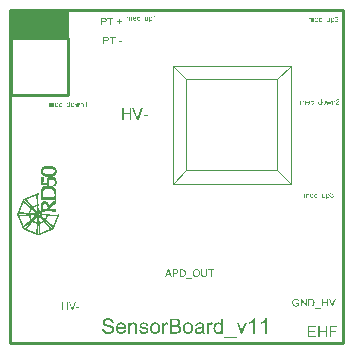
<source format=gto>
G04 Layer_Color=65535*
%FSLAX44Y44*%
%MOMM*%
G71*
G01*
G75*
%ADD23C,0.2540*%
%ADD24C,0.0019*%
%ADD25C,0.1000*%
G36*
X50935Y200000D02*
X50423D01*
Y200408D01*
X50417Y200402D01*
X50410Y200389D01*
X50391Y200363D01*
X50365Y200330D01*
X50332Y200298D01*
X50294Y200259D01*
X50248Y200214D01*
X50190Y200168D01*
X50132Y200123D01*
X50067Y200078D01*
X49989Y200039D01*
X49905Y200007D01*
X49821Y199974D01*
X49724Y199948D01*
X49620Y199935D01*
X49510Y199929D01*
X49471D01*
X49445Y199935D01*
X49367Y199942D01*
X49277Y199955D01*
X49167Y199981D01*
X49043Y200019D01*
X48920Y200071D01*
X48797Y200142D01*
X48791D01*
X48784Y200156D01*
X48746Y200181D01*
X48687Y200233D01*
X48616Y200298D01*
X48532Y200382D01*
X48448Y200486D01*
X48363Y200602D01*
X48292Y200738D01*
Y200745D01*
X48286Y200758D01*
X48279Y200777D01*
X48266Y200803D01*
X48253Y200842D01*
X48234Y200887D01*
X48221Y200933D01*
X48208Y200991D01*
X48176Y201120D01*
X48143Y201269D01*
X48124Y201438D01*
X48117Y201619D01*
Y201626D01*
Y201639D01*
Y201665D01*
Y201703D01*
X48124Y201742D01*
Y201794D01*
X48137Y201911D01*
X48156Y202047D01*
X48189Y202196D01*
X48227Y202351D01*
X48279Y202500D01*
Y202507D01*
X48286Y202520D01*
X48299Y202539D01*
X48312Y202565D01*
X48351Y202636D01*
X48402Y202727D01*
X48467Y202824D01*
X48551Y202921D01*
X48648Y203025D01*
X48765Y203109D01*
X48772D01*
X48778Y203115D01*
X48797Y203128D01*
X48823Y203141D01*
X48888Y203174D01*
X48979Y203219D01*
X49082Y203258D01*
X49205Y203290D01*
X49342Y203316D01*
X49484Y203323D01*
X49536D01*
X49588Y203316D01*
X49659Y203310D01*
X49743Y203290D01*
X49834Y203271D01*
X49924Y203239D01*
X50009Y203193D01*
X50022Y203187D01*
X50047Y203174D01*
X50086Y203141D01*
X50138Y203109D01*
X50203Y203064D01*
X50261Y203005D01*
X50326Y202947D01*
X50384Y202876D01*
Y204482D01*
X50935D01*
Y200000D01*
D02*
G37*
G36*
X61441Y203316D02*
X61512Y203310D01*
X61596Y203297D01*
X61687Y203277D01*
X61784Y203251D01*
X61874Y203213D01*
X61887Y203206D01*
X61913Y203193D01*
X61959Y203174D01*
X62010Y203141D01*
X62075Y203102D01*
X62134Y203051D01*
X62192Y202999D01*
X62244Y202934D01*
X62250Y202928D01*
X62263Y202902D01*
X62283Y202869D01*
X62315Y202824D01*
X62341Y202759D01*
X62367Y202694D01*
X62399Y202617D01*
X62418Y202533D01*
Y202526D01*
X62425Y202500D01*
X62432Y202461D01*
X62438Y202409D01*
Y202332D01*
X62445Y202241D01*
X62451Y202131D01*
Y201995D01*
Y200000D01*
X61900D01*
Y201969D01*
Y201975D01*
Y201982D01*
Y202027D01*
Y202086D01*
X61894Y202157D01*
X61887Y202241D01*
X61874Y202325D01*
X61855Y202403D01*
X61836Y202474D01*
Y202481D01*
X61823Y202500D01*
X61803Y202533D01*
X61784Y202571D01*
X61751Y202610D01*
X61713Y202656D01*
X61661Y202701D01*
X61602Y202740D01*
X61596Y202746D01*
X61576Y202759D01*
X61538Y202772D01*
X61492Y202792D01*
X61441Y202811D01*
X61376Y202831D01*
X61298Y202837D01*
X61220Y202843D01*
X61188D01*
X61162Y202837D01*
X61097Y202831D01*
X61013Y202817D01*
X60922Y202785D01*
X60819Y202746D01*
X60715Y202694D01*
X60618Y202617D01*
X60605Y202604D01*
X60579Y202571D01*
X60560Y202546D01*
X60540Y202513D01*
X60514Y202474D01*
X60495Y202429D01*
X60469Y202377D01*
X60443Y202312D01*
X60424Y202241D01*
X60404Y202163D01*
X60391Y202079D01*
X60378Y201988D01*
X60365Y201878D01*
Y201768D01*
Y200000D01*
X59815D01*
Y203251D01*
X60307D01*
Y202785D01*
X60314Y202792D01*
X60326Y202811D01*
X60346Y202837D01*
X60372Y202869D01*
X60411Y202908D01*
X60456Y202953D01*
X60508Y203005D01*
X60573Y203057D01*
X60637Y203102D01*
X60715Y203154D01*
X60799Y203200D01*
X60890Y203239D01*
X60994Y203271D01*
X61097Y203297D01*
X61214Y203316D01*
X61337Y203323D01*
X61389D01*
X61441Y203316D01*
D02*
G37*
G36*
X263975Y121756D02*
X260328D01*
Y122151D01*
X263975D01*
Y121756D01*
D02*
G37*
G36*
X266948Y123000D02*
X266455D01*
Y123473D01*
X266449Y123466D01*
X266436Y123447D01*
X266417Y123421D01*
X266384Y123389D01*
X266345Y123350D01*
X266300Y123298D01*
X266248Y123253D01*
X266183Y123201D01*
X266112Y123149D01*
X266035Y123104D01*
X265950Y123058D01*
X265860Y123013D01*
X265756Y122981D01*
X265652Y122955D01*
X265536Y122935D01*
X265419Y122929D01*
X265374D01*
X265316Y122935D01*
X265244Y122942D01*
X265160Y122955D01*
X265069Y122974D01*
X264979Y123000D01*
X264882Y123039D01*
X264869Y123045D01*
X264843Y123058D01*
X264797Y123084D01*
X264746Y123117D01*
X264681Y123155D01*
X264622Y123201D01*
X264564Y123253D01*
X264512Y123311D01*
X264506Y123317D01*
X264493Y123343D01*
X264474Y123376D01*
X264448Y123427D01*
X264415Y123486D01*
X264389Y123557D01*
X264363Y123635D01*
X264344Y123719D01*
Y123725D01*
X264338Y123751D01*
X264331Y123790D01*
Y123842D01*
X264325Y123920D01*
X264318Y124004D01*
X264312Y124114D01*
Y124237D01*
Y126251D01*
X264862D01*
Y124444D01*
Y124438D01*
Y124425D01*
Y124405D01*
Y124373D01*
Y124302D01*
X264869Y124211D01*
Y124114D01*
X264875Y124017D01*
X264882Y123933D01*
X264895Y123861D01*
Y123855D01*
X264907Y123829D01*
X264921Y123790D01*
X264940Y123738D01*
X264972Y123687D01*
X265011Y123628D01*
X265056Y123576D01*
X265115Y123525D01*
X265121Y123518D01*
X265147Y123505D01*
X265180Y123486D01*
X265231Y123466D01*
X265290Y123440D01*
X265361Y123421D01*
X265439Y123408D01*
X265529Y123402D01*
X265575D01*
X265620Y123408D01*
X265678Y123414D01*
X265749Y123434D01*
X265827Y123453D01*
X265912Y123486D01*
X265996Y123525D01*
X266009Y123531D01*
X266035Y123551D01*
X266073Y123576D01*
X266119Y123615D01*
X266171Y123667D01*
X266222Y123725D01*
X266268Y123790D01*
X266307Y123868D01*
X266313Y123881D01*
X266320Y123907D01*
X266332Y123959D01*
X266352Y124030D01*
X266371Y124121D01*
X266384Y124231D01*
X266391Y124360D01*
X266397Y124509D01*
Y126251D01*
X266948D01*
Y123000D01*
D02*
G37*
G36*
X255658Y126316D02*
X255710Y126310D01*
X255775Y126297D01*
X255846Y126284D01*
X255930Y126264D01*
X256008Y126245D01*
X256099Y126213D01*
X256183Y126180D01*
X256274Y126135D01*
X256364Y126083D01*
X256455Y126025D01*
X256539Y125954D01*
X256617Y125876D01*
X256623Y125869D01*
X256636Y125856D01*
X256656Y125830D01*
X256682Y125792D01*
X256714Y125746D01*
X256747Y125694D01*
X256785Y125630D01*
X256824Y125552D01*
X256863Y125468D01*
X256902Y125377D01*
X256934Y125273D01*
X256967Y125163D01*
X256993Y125040D01*
X257012Y124911D01*
X257025Y124775D01*
X257031Y124626D01*
Y124619D01*
Y124593D01*
Y124548D01*
X257025Y124483D01*
X254596D01*
Y124477D01*
Y124457D01*
X254603Y124431D01*
Y124393D01*
X254609Y124347D01*
X254622Y124295D01*
X254641Y124179D01*
X254680Y124049D01*
X254732Y123907D01*
X254803Y123777D01*
X254894Y123661D01*
X254901D01*
X254907Y123648D01*
X254946Y123615D01*
X255004Y123570D01*
X255082Y123525D01*
X255186Y123473D01*
X255302Y123427D01*
X255432Y123395D01*
X255503Y123389D01*
X255581Y123382D01*
X255632D01*
X255691Y123389D01*
X255762Y123402D01*
X255840Y123421D01*
X255930Y123447D01*
X256015Y123486D01*
X256099Y123538D01*
X256105Y123544D01*
X256138Y123570D01*
X256176Y123609D01*
X256222Y123661D01*
X256274Y123732D01*
X256332Y123823D01*
X256390Y123926D01*
X256442Y124049D01*
X257012Y123978D01*
Y123972D01*
X257006Y123959D01*
X256999Y123933D01*
X256986Y123894D01*
X256967Y123855D01*
X256947Y123803D01*
X256896Y123693D01*
X256831Y123570D01*
X256740Y123440D01*
X256636Y123317D01*
X256507Y123201D01*
X256500D01*
X256487Y123188D01*
X256468Y123175D01*
X256442Y123155D01*
X256403Y123136D01*
X256364Y123117D01*
X256313Y123091D01*
X256254Y123065D01*
X256189Y123039D01*
X256125Y123013D01*
X255963Y122974D01*
X255781Y122942D01*
X255581Y122929D01*
X255509D01*
X255464Y122935D01*
X255406Y122942D01*
X255334Y122955D01*
X255257Y122968D01*
X255173Y122981D01*
X254991Y123032D01*
X254894Y123071D01*
X254803Y123110D01*
X254706Y123162D01*
X254616Y123220D01*
X254531Y123285D01*
X254447Y123363D01*
X254441Y123369D01*
X254428Y123382D01*
X254408Y123408D01*
X254382Y123447D01*
X254350Y123492D01*
X254318Y123544D01*
X254279Y123609D01*
X254240Y123680D01*
X254201Y123764D01*
X254162Y123855D01*
X254130Y123959D01*
X254097Y124069D01*
X254072Y124185D01*
X254052Y124315D01*
X254039Y124451D01*
X254033Y124593D01*
Y124600D01*
Y124632D01*
Y124671D01*
X254039Y124729D01*
X254046Y124801D01*
X254052Y124878D01*
X254065Y124969D01*
X254084Y125060D01*
X254136Y125267D01*
X254169Y125371D01*
X254207Y125481D01*
X254259Y125584D01*
X254318Y125681D01*
X254382Y125779D01*
X254454Y125869D01*
X254460Y125876D01*
X254473Y125889D01*
X254499Y125908D01*
X254531Y125941D01*
X254570Y125973D01*
X254622Y126012D01*
X254680Y126057D01*
X254752Y126096D01*
X254823Y126141D01*
X254907Y126180D01*
X254998Y126219D01*
X255095Y126251D01*
X255198Y126284D01*
X255309Y126303D01*
X255425Y126316D01*
X255548Y126323D01*
X255613D01*
X255658Y126316D01*
D02*
G37*
G36*
X65217Y200000D02*
X64666D01*
Y203504D01*
X64660Y203498D01*
X64627Y203472D01*
X64588Y203433D01*
X64524Y203388D01*
X64452Y203329D01*
X64362Y203264D01*
X64258Y203193D01*
X64141Y203122D01*
X64135D01*
X64128Y203115D01*
X64090Y203090D01*
X64025Y203057D01*
X63947Y203018D01*
X63856Y202973D01*
X63759Y202928D01*
X63662Y202882D01*
X63565Y202843D01*
Y203375D01*
X63572D01*
X63584Y203388D01*
X63610Y203394D01*
X63643Y203413D01*
X63682Y203433D01*
X63727Y203459D01*
X63837Y203524D01*
X63966Y203595D01*
X64096Y203685D01*
X64232Y203789D01*
X64368Y203899D01*
X64375Y203906D01*
X64381Y203912D01*
X64401Y203932D01*
X64426Y203951D01*
X64485Y204016D01*
X64562Y204093D01*
X64640Y204184D01*
X64724Y204288D01*
X64796Y204391D01*
X64860Y204501D01*
X65217D01*
Y200000D01*
D02*
G37*
G36*
X53234Y203316D02*
X53292Y203310D01*
X53357Y203297D01*
X53429Y203284D01*
X53513Y203271D01*
X53688Y203213D01*
X53778Y203180D01*
X53869Y203135D01*
X53960Y203090D01*
X54050Y203025D01*
X54134Y202960D01*
X54219Y202882D01*
X54225Y202876D01*
X54238Y202863D01*
X54257Y202837D01*
X54283Y202805D01*
X54316Y202759D01*
X54355Y202701D01*
X54394Y202636D01*
X54432Y202565D01*
X54471Y202487D01*
X54510Y202390D01*
X54549Y202293D01*
X54581Y202183D01*
X54607Y202066D01*
X54627Y201943D01*
X54640Y201814D01*
X54646Y201671D01*
Y201665D01*
Y201645D01*
Y201613D01*
Y201567D01*
X54640Y201516D01*
X54633Y201451D01*
Y201386D01*
X54620Y201315D01*
X54601Y201153D01*
X54562Y200991D01*
X54517Y200829D01*
X54452Y200680D01*
Y200674D01*
X54445Y200667D01*
X54432Y200648D01*
X54419Y200622D01*
X54374Y200557D01*
X54316Y200479D01*
X54238Y200389D01*
X54141Y200298D01*
X54031Y200207D01*
X53901Y200123D01*
X53895D01*
X53888Y200117D01*
X53869Y200104D01*
X53836Y200091D01*
X53804Y200078D01*
X53765Y200065D01*
X53668Y200026D01*
X53558Y199993D01*
X53422Y199961D01*
X53280Y199935D01*
X53124Y199929D01*
X53059D01*
X53007Y199935D01*
X52949Y199942D01*
X52884Y199955D01*
X52807Y199968D01*
X52729Y199981D01*
X52554Y200032D01*
X52457Y200071D01*
X52366Y200110D01*
X52276Y200162D01*
X52185Y200220D01*
X52101Y200285D01*
X52017Y200363D01*
X52010Y200369D01*
X51997Y200382D01*
X51978Y200408D01*
X51952Y200447D01*
X51919Y200492D01*
X51887Y200544D01*
X51848Y200609D01*
X51809Y200687D01*
X51770Y200771D01*
X51732Y200868D01*
X51699Y200972D01*
X51667Y201082D01*
X51641Y201205D01*
X51621Y201334D01*
X51608Y201477D01*
X51602Y201626D01*
Y201639D01*
Y201665D01*
X51608Y201710D01*
Y201775D01*
X51615Y201846D01*
X51628Y201937D01*
X51641Y202027D01*
X51667Y202131D01*
X51693Y202235D01*
X51725Y202345D01*
X51764Y202461D01*
X51816Y202571D01*
X51867Y202675D01*
X51939Y202779D01*
X52010Y202876D01*
X52101Y202960D01*
X52107Y202966D01*
X52120Y202973D01*
X52146Y202992D01*
X52178Y203018D01*
X52217Y203044D01*
X52269Y203077D01*
X52321Y203109D01*
X52386Y203141D01*
X52457Y203174D01*
X52535Y203206D01*
X52709Y203264D01*
X52910Y203310D01*
X53014Y203316D01*
X53124Y203323D01*
X53189D01*
X53234Y203316D01*
D02*
G37*
G36*
X58325Y200000D02*
X57762D01*
X57243Y201943D01*
X57114Y202500D01*
X56460Y200000D01*
X55877D01*
X54892Y203251D01*
X55469D01*
X55987Y201373D01*
X56168Y200674D01*
Y200680D01*
X56175Y200693D01*
X56181Y200725D01*
X56188Y200745D01*
X56194Y200777D01*
X56201Y200816D01*
X56214Y200861D01*
X56227Y200913D01*
X56246Y200978D01*
X56265Y201049D01*
X56285Y201133D01*
X56311Y201231D01*
X56337Y201341D01*
X56855Y203251D01*
X57418D01*
X57904Y201360D01*
X58066Y200738D01*
X58254Y201367D01*
X58811Y203251D01*
X59348D01*
X58325Y200000D01*
D02*
G37*
G36*
X36478Y203316D02*
X36523D01*
X36569Y203310D01*
X36679Y203290D01*
X36795Y203258D01*
X36919Y203206D01*
X37042Y203141D01*
X37145Y203051D01*
X37158Y203038D01*
X37184Y202999D01*
X37229Y202941D01*
X37249Y202895D01*
X37275Y202850D01*
X37301Y202792D01*
X37320Y202733D01*
X37346Y202668D01*
X37366Y202591D01*
X37378Y202513D01*
X37391Y202422D01*
X37404Y202332D01*
Y202228D01*
Y200000D01*
X36854D01*
Y202040D01*
Y202047D01*
Y202053D01*
Y202092D01*
Y202150D01*
X36847Y202222D01*
X36841Y202299D01*
X36834Y202377D01*
X36821Y202455D01*
X36802Y202513D01*
Y202520D01*
X36789Y202539D01*
X36776Y202565D01*
X36757Y202597D01*
X36731Y202636D01*
X36698Y202675D01*
X36660Y202714D01*
X36608Y202753D01*
X36601Y202759D01*
X36582Y202766D01*
X36556Y202779D01*
X36511Y202798D01*
X36465Y202817D01*
X36407Y202831D01*
X36349Y202837D01*
X36277Y202843D01*
X36245D01*
X36219Y202837D01*
X36154Y202831D01*
X36077Y202817D01*
X35986Y202785D01*
X35889Y202746D01*
X35792Y202688D01*
X35701Y202610D01*
X35694Y202597D01*
X35668Y202565D01*
X35630Y202513D01*
X35591Y202435D01*
X35545Y202332D01*
X35513Y202209D01*
X35487Y202060D01*
X35474Y201885D01*
Y200000D01*
X34924D01*
Y202105D01*
Y202111D01*
Y202125D01*
Y202137D01*
Y202163D01*
X34917Y202235D01*
X34904Y202312D01*
X34891Y202403D01*
X34865Y202494D01*
X34833Y202578D01*
X34788Y202656D01*
X34781Y202662D01*
X34762Y202688D01*
X34729Y202714D01*
X34684Y202753D01*
X34626Y202785D01*
X34548Y202817D01*
X34457Y202837D01*
X34347Y202843D01*
X34308D01*
X34263Y202837D01*
X34211Y202831D01*
X34146Y202811D01*
X34069Y202792D01*
X33997Y202759D01*
X33920Y202720D01*
X33913Y202714D01*
X33887Y202694D01*
X33855Y202668D01*
X33810Y202630D01*
X33764Y202578D01*
X33719Y202513D01*
X33674Y202442D01*
X33635Y202358D01*
X33628Y202345D01*
X33622Y202312D01*
X33609Y202260D01*
X33589Y202189D01*
X33570Y202092D01*
X33557Y201975D01*
X33551Y201840D01*
X33544Y201684D01*
Y200000D01*
X32994D01*
Y203251D01*
X33486D01*
Y202785D01*
X33492Y202798D01*
X33512Y202824D01*
X33551Y202869D01*
X33596Y202921D01*
X33654Y202986D01*
X33725Y203051D01*
X33803Y203115D01*
X33894Y203174D01*
X33907Y203180D01*
X33939Y203200D01*
X33991Y203219D01*
X34062Y203251D01*
X34146Y203277D01*
X34244Y203297D01*
X34354Y203316D01*
X34470Y203323D01*
X34529D01*
X34600Y203316D01*
X34678Y203303D01*
X34775Y203284D01*
X34872Y203258D01*
X34969Y203219D01*
X35060Y203167D01*
X35073Y203161D01*
X35099Y203141D01*
X35137Y203109D01*
X35189Y203057D01*
X35241Y202999D01*
X35299Y202928D01*
X35351Y202843D01*
X35390Y202746D01*
X35396Y202753D01*
X35410Y202772D01*
X35429Y202798D01*
X35461Y202837D01*
X35500Y202882D01*
X35545Y202928D01*
X35597Y202979D01*
X35662Y203038D01*
X35733Y203090D01*
X35805Y203141D01*
X35889Y203187D01*
X35979Y203232D01*
X36077Y203271D01*
X36180Y203297D01*
X36284Y203316D01*
X36400Y203323D01*
X36446D01*
X36478Y203316D01*
D02*
G37*
G36*
X43111D02*
X43149D01*
X43201Y203310D01*
X43324Y203290D01*
X43460Y203258D01*
X43603Y203206D01*
X43745Y203141D01*
X43881Y203051D01*
X43888D01*
X43894Y203038D01*
X43933Y202999D01*
X43991Y202941D01*
X44063Y202856D01*
X44134Y202753D01*
X44205Y202623D01*
X44270Y202474D01*
X44315Y202299D01*
X43778Y202215D01*
Y202222D01*
X43771Y202228D01*
X43765Y202267D01*
X43745Y202325D01*
X43713Y202397D01*
X43681Y202474D01*
X43629Y202558D01*
X43570Y202636D01*
X43506Y202701D01*
X43499Y202707D01*
X43473Y202727D01*
X43428Y202753D01*
X43376Y202785D01*
X43305Y202817D01*
X43227Y202843D01*
X43137Y202863D01*
X43039Y202869D01*
X43000D01*
X42968Y202863D01*
X42897Y202856D01*
X42800Y202831D01*
X42696Y202798D01*
X42579Y202746D01*
X42469Y202668D01*
X42418Y202623D01*
X42366Y202571D01*
Y202565D01*
X42353Y202558D01*
X42340Y202539D01*
X42327Y202513D01*
X42308Y202481D01*
X42282Y202442D01*
X42262Y202397D01*
X42236Y202345D01*
X42210Y202280D01*
X42191Y202209D01*
X42165Y202131D01*
X42146Y202047D01*
X42133Y201956D01*
X42120Y201852D01*
X42107Y201742D01*
Y201626D01*
Y201619D01*
Y201600D01*
Y201561D01*
X42113Y201522D01*
Y201464D01*
X42120Y201406D01*
X42139Y201263D01*
X42165Y201108D01*
X42210Y200946D01*
X42269Y200803D01*
X42308Y200732D01*
X42353Y200674D01*
X42366Y200661D01*
X42398Y200628D01*
X42456Y200583D01*
X42528Y200531D01*
X42625Y200473D01*
X42735Y200427D01*
X42864Y200395D01*
X42936Y200389D01*
X43007Y200382D01*
X43020D01*
X43059Y200389D01*
X43124Y200395D01*
X43195Y200408D01*
X43279Y200427D01*
X43370Y200466D01*
X43460Y200512D01*
X43545Y200576D01*
X43558Y200583D01*
X43577Y200615D01*
X43616Y200661D01*
X43661Y200732D01*
X43706Y200816D01*
X43758Y200920D01*
X43797Y201049D01*
X43823Y201192D01*
X44367Y201120D01*
Y201114D01*
X44361Y201095D01*
X44354Y201069D01*
X44348Y201030D01*
X44335Y200978D01*
X44322Y200926D01*
X44276Y200797D01*
X44218Y200661D01*
X44134Y200512D01*
X44030Y200369D01*
X43972Y200304D01*
X43907Y200240D01*
X43901Y200233D01*
X43888Y200227D01*
X43868Y200214D01*
X43843Y200194D01*
X43810Y200168D01*
X43765Y200142D01*
X43713Y200117D01*
X43661Y200084D01*
X43532Y200026D01*
X43376Y199981D01*
X43208Y199942D01*
X43111Y199935D01*
X43014Y199929D01*
X42949D01*
X42903Y199935D01*
X42845Y199942D01*
X42780Y199955D01*
X42709Y199968D01*
X42631Y199981D01*
X42456Y200032D01*
X42372Y200071D01*
X42282Y200110D01*
X42191Y200162D01*
X42107Y200220D01*
X42023Y200285D01*
X41945Y200363D01*
X41938Y200369D01*
X41925Y200382D01*
X41906Y200408D01*
X41880Y200440D01*
X41854Y200486D01*
X41815Y200544D01*
X41783Y200609D01*
X41744Y200680D01*
X41705Y200764D01*
X41673Y200861D01*
X41634Y200959D01*
X41608Y201075D01*
X41582Y201192D01*
X41563Y201328D01*
X41550Y201464D01*
X41543Y201613D01*
Y201619D01*
Y201639D01*
Y201665D01*
Y201703D01*
X41550Y201749D01*
Y201801D01*
X41556Y201859D01*
X41563Y201924D01*
X41582Y202066D01*
X41614Y202222D01*
X41653Y202377D01*
X41712Y202533D01*
Y202539D01*
X41718Y202552D01*
X41731Y202571D01*
X41744Y202597D01*
X41783Y202668D01*
X41841Y202753D01*
X41919Y202850D01*
X42010Y202947D01*
X42120Y203044D01*
X42243Y203122D01*
X42249D01*
X42262Y203128D01*
X42282Y203141D01*
X42308Y203154D01*
X42340Y203167D01*
X42379Y203187D01*
X42476Y203226D01*
X42586Y203258D01*
X42722Y203290D01*
X42864Y203316D01*
X43020Y203323D01*
X43072D01*
X43111Y203316D01*
D02*
G37*
G36*
X276732Y276495D02*
X276784Y276489D01*
X276848Y276482D01*
X276920Y276469D01*
X276991Y276456D01*
X277159Y276411D01*
X277328Y276346D01*
X277412Y276307D01*
X277496Y276262D01*
X277574Y276204D01*
X277645Y276139D01*
X277652Y276132D01*
X277664Y276126D01*
X277677Y276100D01*
X277703Y276074D01*
X277736Y276042D01*
X277768Y275996D01*
X277800Y275951D01*
X277839Y275893D01*
X277904Y275770D01*
X277969Y275614D01*
X277995Y275536D01*
X278008Y275446D01*
X278021Y275355D01*
X278027Y275258D01*
Y275245D01*
Y275213D01*
X278021Y275161D01*
X278014Y275089D01*
X278001Y275012D01*
X277975Y274921D01*
X277949Y274824D01*
X277910Y274727D01*
X277904Y274714D01*
X277891Y274681D01*
X277865Y274630D01*
X277826Y274558D01*
X277775Y274481D01*
X277710Y274384D01*
X277632Y274286D01*
X277541Y274176D01*
X277528Y274163D01*
X277496Y274124D01*
X277464Y274092D01*
X277431Y274060D01*
X277392Y274021D01*
X277341Y273969D01*
X277289Y273917D01*
X277224Y273859D01*
X277159Y273794D01*
X277082Y273723D01*
X276997Y273652D01*
X276907Y273567D01*
X276803Y273483D01*
X276699Y273393D01*
X276693Y273386D01*
X276680Y273373D01*
X276654Y273354D01*
X276622Y273328D01*
X276583Y273289D01*
X276537Y273250D01*
X276434Y273166D01*
X276324Y273069D01*
X276220Y272971D01*
X276129Y272887D01*
X276091Y272855D01*
X276058Y272823D01*
X276052Y272816D01*
X276032Y272797D01*
X276006Y272771D01*
X275974Y272732D01*
X275942Y272687D01*
X275903Y272641D01*
X275825Y272531D01*
X278034D01*
Y272000D01*
X275061D01*
Y272006D01*
Y272032D01*
Y272071D01*
X275067Y272123D01*
X275074Y272181D01*
X275087Y272246D01*
X275100Y272311D01*
X275125Y272382D01*
Y272389D01*
X275132Y272395D01*
X275145Y272434D01*
X275171Y272492D01*
X275210Y272570D01*
X275261Y272661D01*
X275326Y272764D01*
X275397Y272868D01*
X275488Y272978D01*
Y272985D01*
X275501Y272991D01*
X275534Y273030D01*
X275592Y273088D01*
X275676Y273172D01*
X275773Y273270D01*
X275896Y273386D01*
X276045Y273516D01*
X276207Y273652D01*
X276214Y273658D01*
X276239Y273678D01*
X276278Y273710D01*
X276324Y273749D01*
X276382Y273801D01*
X276453Y273859D01*
X276525Y273924D01*
X276609Y273995D01*
X276771Y274150D01*
X276933Y274306D01*
X277010Y274384D01*
X277082Y274461D01*
X277146Y274533D01*
X277198Y274604D01*
Y274610D01*
X277211Y274617D01*
X277224Y274636D01*
X277237Y274662D01*
X277282Y274733D01*
X277334Y274818D01*
X277379Y274921D01*
X277425Y275031D01*
X277451Y275154D01*
X277464Y275271D01*
Y275277D01*
Y275284D01*
X277457Y275323D01*
X277451Y275387D01*
X277431Y275459D01*
X277405Y275549D01*
X277360Y275640D01*
X277302Y275731D01*
X277224Y275821D01*
X277211Y275834D01*
X277179Y275860D01*
X277133Y275893D01*
X277062Y275938D01*
X276971Y275977D01*
X276868Y276016D01*
X276745Y276042D01*
X276609Y276048D01*
X276570D01*
X276544Y276042D01*
X276466Y276035D01*
X276376Y276016D01*
X276278Y275990D01*
X276168Y275944D01*
X276065Y275886D01*
X275967Y275809D01*
X275954Y275795D01*
X275929Y275763D01*
X275890Y275711D01*
X275851Y275634D01*
X275805Y275543D01*
X275767Y275426D01*
X275741Y275297D01*
X275728Y275148D01*
X275164Y275206D01*
Y275213D01*
X275171Y275232D01*
Y275264D01*
X275177Y275310D01*
X275190Y275362D01*
X275203Y275420D01*
X275223Y275491D01*
X275242Y275562D01*
X275294Y275718D01*
X275372Y275873D01*
X275417Y275951D01*
X275475Y276029D01*
X275534Y276100D01*
X275598Y276165D01*
X275605Y276171D01*
X275618Y276178D01*
X275637Y276197D01*
X275669Y276217D01*
X275708Y276242D01*
X275754Y276268D01*
X275805Y276301D01*
X275870Y276333D01*
X275942Y276366D01*
X276019Y276398D01*
X276103Y276424D01*
X276194Y276450D01*
X276291Y276469D01*
X276395Y276489D01*
X276505Y276495D01*
X276622Y276502D01*
X276686D01*
X276732Y276495D01*
D02*
G37*
G36*
X259658Y275316D02*
X259710Y275310D01*
X259775Y275297D01*
X259846Y275284D01*
X259930Y275264D01*
X260008Y275245D01*
X260099Y275213D01*
X260183Y275180D01*
X260274Y275135D01*
X260364Y275083D01*
X260455Y275025D01*
X260539Y274953D01*
X260617Y274876D01*
X260623Y274869D01*
X260636Y274856D01*
X260656Y274830D01*
X260682Y274792D01*
X260714Y274746D01*
X260746Y274694D01*
X260785Y274630D01*
X260824Y274552D01*
X260863Y274468D01*
X260902Y274377D01*
X260934Y274273D01*
X260967Y274163D01*
X260993Y274040D01*
X261012Y273911D01*
X261025Y273775D01*
X261031Y273626D01*
Y273619D01*
Y273593D01*
Y273548D01*
X261025Y273483D01*
X258596D01*
Y273477D01*
Y273457D01*
X258603Y273431D01*
Y273393D01*
X258609Y273347D01*
X258622Y273295D01*
X258641Y273179D01*
X258680Y273049D01*
X258732Y272907D01*
X258803Y272777D01*
X258894Y272661D01*
X258901D01*
X258907Y272648D01*
X258946Y272615D01*
X259004Y272570D01*
X259082Y272525D01*
X259186Y272473D01*
X259302Y272428D01*
X259432Y272395D01*
X259503Y272389D01*
X259581Y272382D01*
X259632D01*
X259691Y272389D01*
X259762Y272402D01*
X259840Y272421D01*
X259930Y272447D01*
X260015Y272486D01*
X260099Y272538D01*
X260105Y272544D01*
X260138Y272570D01*
X260177Y272609D01*
X260222Y272661D01*
X260274Y272732D01*
X260332Y272823D01*
X260390Y272926D01*
X260442Y273049D01*
X261012Y272978D01*
Y272971D01*
X261006Y272959D01*
X260999Y272933D01*
X260986Y272894D01*
X260967Y272855D01*
X260947Y272803D01*
X260896Y272693D01*
X260831Y272570D01*
X260740Y272440D01*
X260636Y272317D01*
X260507Y272201D01*
X260500D01*
X260487Y272188D01*
X260468Y272175D01*
X260442Y272155D01*
X260403Y272136D01*
X260364Y272117D01*
X260312Y272091D01*
X260254Y272065D01*
X260189Y272039D01*
X260125Y272013D01*
X259963Y271974D01*
X259781Y271942D01*
X259581Y271929D01*
X259509D01*
X259464Y271935D01*
X259406Y271942D01*
X259335Y271955D01*
X259257Y271968D01*
X259173Y271981D01*
X258991Y272032D01*
X258894Y272071D01*
X258803Y272110D01*
X258706Y272162D01*
X258616Y272220D01*
X258531Y272285D01*
X258447Y272363D01*
X258441Y272369D01*
X258428Y272382D01*
X258408Y272408D01*
X258382Y272447D01*
X258350Y272492D01*
X258318Y272544D01*
X258279Y272609D01*
X258240Y272680D01*
X258201Y272764D01*
X258162Y272855D01*
X258130Y272959D01*
X258097Y273069D01*
X258071Y273185D01*
X258052Y273315D01*
X258039Y273451D01*
X258033Y273593D01*
Y273600D01*
Y273632D01*
Y273671D01*
X258039Y273729D01*
X258046Y273801D01*
X258052Y273878D01*
X258065Y273969D01*
X258084Y274060D01*
X258136Y274267D01*
X258169Y274371D01*
X258207Y274481D01*
X258259Y274584D01*
X258318Y274681D01*
X258382Y274779D01*
X258454Y274869D01*
X258460Y274876D01*
X258473Y274889D01*
X258499Y274908D01*
X258531Y274940D01*
X258570Y274973D01*
X258622Y275012D01*
X258680Y275057D01*
X258752Y275096D01*
X258823Y275141D01*
X258907Y275180D01*
X258998Y275219D01*
X259095Y275251D01*
X259198Y275284D01*
X259309Y275303D01*
X259425Y275316D01*
X259548Y275323D01*
X259613D01*
X259658Y275316D01*
D02*
G37*
G36*
X217282Y8000D02*
X215708D01*
Y18017D01*
X215689Y17999D01*
X215597Y17925D01*
X215486Y17814D01*
X215301Y17684D01*
X215097Y17517D01*
X214838Y17332D01*
X214541Y17129D01*
X214208Y16925D01*
X214190D01*
X214171Y16906D01*
X214060Y16832D01*
X213875Y16740D01*
X213653Y16629D01*
X213393Y16499D01*
X213116Y16370D01*
X212838Y16240D01*
X212560Y16129D01*
Y17647D01*
X212579D01*
X212616Y17684D01*
X212690Y17703D01*
X212782Y17758D01*
X212893Y17814D01*
X213023Y17888D01*
X213338Y18073D01*
X213708Y18277D01*
X214079Y18536D01*
X214467Y18832D01*
X214856Y19147D01*
X214875Y19166D01*
X214893Y19184D01*
X214949Y19240D01*
X215023Y19295D01*
X215189Y19480D01*
X215412Y19703D01*
X215634Y19962D01*
X215875Y20258D01*
X216078Y20554D01*
X216263Y20869D01*
X217282D01*
Y8000D01*
D02*
G37*
G36*
X207320D02*
X205746D01*
Y18017D01*
X205728Y17999D01*
X205635Y17925D01*
X205524Y17814D01*
X205339Y17684D01*
X205135Y17517D01*
X204876Y17332D01*
X204580Y17129D01*
X204246Y16925D01*
X204228D01*
X204209Y16906D01*
X204098Y16832D01*
X203913Y16740D01*
X203691Y16629D01*
X203431Y16499D01*
X203154Y16370D01*
X202876Y16240D01*
X202598Y16129D01*
Y17647D01*
X202617D01*
X202654Y17684D01*
X202728Y17703D01*
X202820Y17758D01*
X202931Y17814D01*
X203061Y17888D01*
X203376Y18073D01*
X203746Y18277D01*
X204117Y18536D01*
X204505Y18832D01*
X204894Y19147D01*
X204913Y19166D01*
X204931Y19184D01*
X204987Y19240D01*
X205061Y19295D01*
X205228Y19480D01*
X205450Y19703D01*
X205672Y19962D01*
X205913Y20258D01*
X206116Y20554D01*
X206301Y20869D01*
X207320D01*
Y8000D01*
D02*
G37*
G36*
X270948Y272000D02*
X270455D01*
Y272473D01*
X270449Y272466D01*
X270436Y272447D01*
X270417Y272421D01*
X270384Y272389D01*
X270345Y272350D01*
X270300Y272298D01*
X270248Y272253D01*
X270184Y272201D01*
X270112Y272149D01*
X270035Y272104D01*
X269950Y272058D01*
X269860Y272013D01*
X269756Y271981D01*
X269652Y271955D01*
X269536Y271935D01*
X269419Y271929D01*
X269374D01*
X269316Y271935D01*
X269244Y271942D01*
X269160Y271955D01*
X269069Y271974D01*
X268979Y272000D01*
X268882Y272039D01*
X268869Y272045D01*
X268843Y272058D01*
X268797Y272084D01*
X268746Y272117D01*
X268681Y272155D01*
X268622Y272201D01*
X268564Y272253D01*
X268512Y272311D01*
X268506Y272317D01*
X268493Y272343D01*
X268474Y272376D01*
X268448Y272428D01*
X268415Y272486D01*
X268389Y272557D01*
X268363Y272635D01*
X268344Y272719D01*
Y272725D01*
X268337Y272751D01*
X268331Y272790D01*
Y272842D01*
X268325Y272920D01*
X268318Y273004D01*
X268312Y273114D01*
Y273237D01*
Y275251D01*
X268862D01*
Y273444D01*
Y273438D01*
Y273425D01*
Y273405D01*
Y273373D01*
Y273302D01*
X268869Y273211D01*
Y273114D01*
X268875Y273017D01*
X268882Y272933D01*
X268895Y272861D01*
Y272855D01*
X268908Y272829D01*
X268920Y272790D01*
X268940Y272738D01*
X268972Y272687D01*
X269011Y272628D01*
X269056Y272576D01*
X269115Y272525D01*
X269121Y272518D01*
X269147Y272505D01*
X269179Y272486D01*
X269231Y272466D01*
X269290Y272440D01*
X269361Y272421D01*
X269439Y272408D01*
X269529Y272402D01*
X269575D01*
X269620Y272408D01*
X269678Y272414D01*
X269750Y272434D01*
X269827Y272453D01*
X269911Y272486D01*
X269996Y272525D01*
X270009Y272531D01*
X270035Y272551D01*
X270073Y272576D01*
X270119Y272615D01*
X270170Y272667D01*
X270222Y272725D01*
X270268Y272790D01*
X270306Y272868D01*
X270313Y272881D01*
X270319Y272907D01*
X270333Y272959D01*
X270352Y273030D01*
X270371Y273120D01*
X270384Y273231D01*
X270391Y273360D01*
X270397Y273509D01*
Y275251D01*
X270948D01*
Y272000D01*
D02*
G37*
G36*
X272680Y127495D02*
X272764Y127482D01*
X272868Y127463D01*
X272984Y127430D01*
X273101Y127391D01*
X273218Y127340D01*
X273224D01*
X273230Y127333D01*
X273269Y127314D01*
X273328Y127275D01*
X273392Y127229D01*
X273470Y127165D01*
X273548Y127093D01*
X273626Y127009D01*
X273690Y126912D01*
X273697Y126899D01*
X273716Y126867D01*
X273742Y126809D01*
X273775Y126737D01*
X273807Y126653D01*
X273833Y126556D01*
X273852Y126446D01*
X273859Y126336D01*
Y126323D01*
Y126284D01*
X273852Y126232D01*
X273839Y126161D01*
X273820Y126077D01*
X273787Y125986D01*
X273749Y125895D01*
X273697Y125805D01*
X273690Y125792D01*
X273671Y125766D01*
X273632Y125720D01*
X273580Y125668D01*
X273515Y125610D01*
X273438Y125546D01*
X273347Y125487D01*
X273237Y125429D01*
X273243D01*
X273256Y125422D01*
X273276Y125416D01*
X273302Y125409D01*
X273373Y125384D01*
X273464Y125345D01*
X273567Y125293D01*
X273671Y125228D01*
X273768Y125144D01*
X273859Y125047D01*
X273865Y125034D01*
X273891Y124995D01*
X273930Y124930D01*
X273969Y124846D01*
X274008Y124742D01*
X274047Y124619D01*
X274072Y124477D01*
X274079Y124321D01*
Y124315D01*
Y124295D01*
Y124263D01*
X274072Y124224D01*
X274066Y124172D01*
X274053Y124114D01*
X274040Y124049D01*
X274027Y123978D01*
X273975Y123823D01*
X273937Y123738D01*
X273898Y123661D01*
X273846Y123576D01*
X273787Y123492D01*
X273723Y123408D01*
X273645Y123330D01*
X273638Y123324D01*
X273626Y123311D01*
X273600Y123292D01*
X273567Y123266D01*
X273528Y123233D01*
X273477Y123201D01*
X273418Y123162D01*
X273347Y123130D01*
X273276Y123091D01*
X273192Y123052D01*
X273107Y123019D01*
X273010Y122987D01*
X272907Y122961D01*
X272796Y122942D01*
X272686Y122929D01*
X272563Y122922D01*
X272505D01*
X272466Y122929D01*
X272414Y122935D01*
X272356Y122942D01*
X272291Y122955D01*
X272220Y122968D01*
X272065Y123006D01*
X271903Y123071D01*
X271819Y123110D01*
X271741Y123155D01*
X271663Y123214D01*
X271585Y123272D01*
X271579Y123279D01*
X271566Y123292D01*
X271546Y123311D01*
X271527Y123337D01*
X271495Y123369D01*
X271462Y123414D01*
X271423Y123460D01*
X271385Y123518D01*
X271346Y123583D01*
X271307Y123648D01*
X271236Y123803D01*
X271177Y123984D01*
X271158Y124082D01*
X271145Y124185D01*
X271695Y124256D01*
Y124250D01*
X271702Y124237D01*
X271708Y124211D01*
X271715Y124179D01*
X271721Y124140D01*
X271734Y124095D01*
X271767Y123997D01*
X271812Y123881D01*
X271870Y123771D01*
X271935Y123667D01*
X272013Y123576D01*
X272026Y123570D01*
X272052Y123544D01*
X272104Y123512D01*
X272168Y123479D01*
X272246Y123440D01*
X272343Y123408D01*
X272453Y123382D01*
X272570Y123376D01*
X272609D01*
X272635Y123382D01*
X272706Y123389D01*
X272796Y123408D01*
X272900Y123440D01*
X273010Y123486D01*
X273120Y123551D01*
X273224Y123641D01*
X273237Y123654D01*
X273269Y123693D01*
X273308Y123751D01*
X273360Y123829D01*
X273412Y123926D01*
X273451Y124036D01*
X273483Y124166D01*
X273496Y124308D01*
Y124315D01*
Y124328D01*
Y124347D01*
X273489Y124373D01*
X273483Y124444D01*
X273464Y124529D01*
X273438Y124632D01*
X273392Y124736D01*
X273328Y124839D01*
X273243Y124937D01*
X273230Y124950D01*
X273198Y124976D01*
X273146Y125014D01*
X273075Y125060D01*
X272984Y125105D01*
X272874Y125144D01*
X272751Y125170D01*
X272615Y125183D01*
X272557D01*
X272512Y125176D01*
X272453Y125170D01*
X272388Y125157D01*
X272311Y125144D01*
X272227Y125125D01*
X272291Y125610D01*
X272324D01*
X272350Y125604D01*
X272434D01*
X272505Y125617D01*
X272589Y125630D01*
X272686Y125649D01*
X272796Y125681D01*
X272900Y125727D01*
X273010Y125785D01*
X273017D01*
X273023Y125792D01*
X273056Y125817D01*
X273101Y125863D01*
X273153Y125921D01*
X273205Y126005D01*
X273250Y126103D01*
X273282Y126213D01*
X273295Y126277D01*
Y126349D01*
Y126355D01*
Y126362D01*
Y126400D01*
X273282Y126452D01*
X273269Y126524D01*
X273243Y126601D01*
X273211Y126685D01*
X273159Y126770D01*
X273088Y126847D01*
X273081Y126854D01*
X273049Y126880D01*
X273004Y126912D01*
X272945Y126951D01*
X272868Y126983D01*
X272777Y127016D01*
X272673Y127042D01*
X272557Y127048D01*
X272505D01*
X272447Y127035D01*
X272369Y127022D01*
X272285Y126996D01*
X272201Y126964D01*
X272110Y126912D01*
X272026Y126847D01*
X272019Y126841D01*
X271993Y126809D01*
X271954Y126763D01*
X271909Y126698D01*
X271864Y126614D01*
X271819Y126510D01*
X271780Y126388D01*
X271754Y126245D01*
X271203Y126342D01*
Y126349D01*
X271210Y126368D01*
X271216Y126394D01*
X271223Y126433D01*
X271236Y126478D01*
X271255Y126530D01*
X271294Y126653D01*
X271359Y126796D01*
X271436Y126938D01*
X271534Y127074D01*
X271657Y127197D01*
X271663Y127204D01*
X271676Y127210D01*
X271695Y127223D01*
X271721Y127242D01*
X271754Y127268D01*
X271799Y127294D01*
X271844Y127320D01*
X271903Y127353D01*
X272032Y127404D01*
X272181Y127456D01*
X272356Y127489D01*
X272447Y127501D01*
X272609D01*
X272680Y127495D01*
D02*
G37*
G36*
X259111Y126316D02*
X259149D01*
X259201Y126310D01*
X259324Y126290D01*
X259460Y126258D01*
X259603Y126206D01*
X259745Y126141D01*
X259881Y126051D01*
X259888D01*
X259894Y126038D01*
X259933Y125999D01*
X259991Y125941D01*
X260063Y125856D01*
X260134Y125753D01*
X260205Y125623D01*
X260270Y125474D01*
X260315Y125299D01*
X259778Y125215D01*
Y125222D01*
X259771Y125228D01*
X259765Y125267D01*
X259745Y125325D01*
X259713Y125396D01*
X259681Y125474D01*
X259629Y125558D01*
X259571Y125636D01*
X259506Y125701D01*
X259499Y125707D01*
X259473Y125727D01*
X259428Y125753D01*
X259376Y125785D01*
X259305Y125817D01*
X259227Y125843D01*
X259137Y125863D01*
X259039Y125869D01*
X259000D01*
X258968Y125863D01*
X258897Y125856D01*
X258800Y125830D01*
X258696Y125798D01*
X258580Y125746D01*
X258469Y125668D01*
X258418Y125623D01*
X258366Y125571D01*
Y125565D01*
X258353Y125558D01*
X258340Y125539D01*
X258327Y125513D01*
X258307Y125481D01*
X258282Y125442D01*
X258262Y125396D01*
X258236Y125345D01*
X258210Y125280D01*
X258191Y125209D01*
X258165Y125131D01*
X258146Y125047D01*
X258133Y124956D01*
X258120Y124852D01*
X258107Y124742D01*
Y124626D01*
Y124619D01*
Y124600D01*
Y124561D01*
X258113Y124522D01*
Y124464D01*
X258120Y124405D01*
X258139Y124263D01*
X258165Y124108D01*
X258210Y123946D01*
X258269Y123803D01*
X258307Y123732D01*
X258353Y123674D01*
X258366Y123661D01*
X258398Y123628D01*
X258456Y123583D01*
X258528Y123531D01*
X258625Y123473D01*
X258735Y123427D01*
X258864Y123395D01*
X258936Y123389D01*
X259007Y123382D01*
X259020D01*
X259059Y123389D01*
X259124Y123395D01*
X259195Y123408D01*
X259279Y123427D01*
X259370Y123466D01*
X259460Y123512D01*
X259545Y123576D01*
X259557Y123583D01*
X259577Y123615D01*
X259616Y123661D01*
X259661Y123732D01*
X259706Y123816D01*
X259758Y123920D01*
X259797Y124049D01*
X259823Y124192D01*
X260367Y124121D01*
Y124114D01*
X260361Y124095D01*
X260354Y124069D01*
X260348Y124030D01*
X260335Y123978D01*
X260322Y123926D01*
X260277Y123797D01*
X260218Y123661D01*
X260134Y123512D01*
X260030Y123369D01*
X259972Y123304D01*
X259907Y123240D01*
X259901Y123233D01*
X259888Y123227D01*
X259868Y123214D01*
X259842Y123194D01*
X259810Y123168D01*
X259765Y123142D01*
X259713Y123117D01*
X259661Y123084D01*
X259532Y123026D01*
X259376Y122981D01*
X259208Y122942D01*
X259111Y122935D01*
X259014Y122929D01*
X258949D01*
X258903Y122935D01*
X258845Y122942D01*
X258780Y122955D01*
X258709Y122968D01*
X258631Y122981D01*
X258456Y123032D01*
X258372Y123071D01*
X258282Y123110D01*
X258191Y123162D01*
X258107Y123220D01*
X258022Y123285D01*
X257945Y123363D01*
X257938Y123369D01*
X257925Y123382D01*
X257906Y123408D01*
X257880Y123440D01*
X257854Y123486D01*
X257815Y123544D01*
X257783Y123609D01*
X257744Y123680D01*
X257705Y123764D01*
X257673Y123861D01*
X257634Y123959D01*
X257608Y124075D01*
X257582Y124192D01*
X257563Y124328D01*
X257550Y124464D01*
X257543Y124613D01*
Y124619D01*
Y124639D01*
Y124665D01*
Y124704D01*
X257550Y124749D01*
Y124801D01*
X257556Y124859D01*
X257563Y124924D01*
X257582Y125066D01*
X257614Y125222D01*
X257653Y125377D01*
X257712Y125533D01*
Y125539D01*
X257718Y125552D01*
X257731Y125571D01*
X257744Y125597D01*
X257783Y125668D01*
X257841Y125753D01*
X257919Y125850D01*
X258009Y125947D01*
X258120Y126044D01*
X258243Y126122D01*
X258249D01*
X258262Y126128D01*
X258282Y126141D01*
X258307Y126154D01*
X258340Y126167D01*
X258379Y126187D01*
X258476Y126226D01*
X258586Y126258D01*
X258722Y126290D01*
X258864Y126316D01*
X259020Y126323D01*
X259072D01*
X259111Y126316D01*
D02*
G37*
G36*
X252478D02*
X252523D01*
X252569Y126310D01*
X252679Y126290D01*
X252796Y126258D01*
X252919Y126206D01*
X253042Y126141D01*
X253145Y126051D01*
X253158Y126038D01*
X253184Y125999D01*
X253230Y125941D01*
X253249Y125895D01*
X253275Y125850D01*
X253301Y125792D01*
X253320Y125733D01*
X253346Y125668D01*
X253365Y125591D01*
X253379Y125513D01*
X253391Y125422D01*
X253404Y125332D01*
Y125228D01*
Y123000D01*
X252854D01*
Y125040D01*
Y125047D01*
Y125053D01*
Y125092D01*
Y125150D01*
X252847Y125222D01*
X252841Y125299D01*
X252834Y125377D01*
X252821Y125455D01*
X252802Y125513D01*
Y125520D01*
X252789Y125539D01*
X252776Y125565D01*
X252757Y125597D01*
X252731Y125636D01*
X252698Y125675D01*
X252659Y125714D01*
X252608Y125753D01*
X252601Y125759D01*
X252582Y125766D01*
X252556Y125779D01*
X252511Y125798D01*
X252465Y125817D01*
X252407Y125830D01*
X252349Y125837D01*
X252277Y125843D01*
X252245D01*
X252219Y125837D01*
X252154Y125830D01*
X252077Y125817D01*
X251986Y125785D01*
X251889Y125746D01*
X251792Y125688D01*
X251701Y125610D01*
X251694Y125597D01*
X251668Y125565D01*
X251630Y125513D01*
X251591Y125435D01*
X251546Y125332D01*
X251513Y125209D01*
X251487Y125060D01*
X251474Y124885D01*
Y123000D01*
X250924D01*
Y125105D01*
Y125112D01*
Y125125D01*
Y125137D01*
Y125163D01*
X250917Y125235D01*
X250904Y125312D01*
X250891Y125403D01*
X250865Y125494D01*
X250833Y125578D01*
X250788Y125656D01*
X250781Y125662D01*
X250762Y125688D01*
X250729Y125714D01*
X250684Y125753D01*
X250626Y125785D01*
X250548Y125817D01*
X250457Y125837D01*
X250347Y125843D01*
X250308D01*
X250263Y125837D01*
X250211Y125830D01*
X250146Y125811D01*
X250069Y125792D01*
X249998Y125759D01*
X249920Y125720D01*
X249913Y125714D01*
X249887Y125694D01*
X249855Y125668D01*
X249810Y125630D01*
X249764Y125578D01*
X249719Y125513D01*
X249674Y125442D01*
X249635Y125358D01*
X249628Y125345D01*
X249622Y125312D01*
X249609Y125260D01*
X249589Y125189D01*
X249570Y125092D01*
X249557Y124976D01*
X249551Y124839D01*
X249544Y124684D01*
Y123000D01*
X248993D01*
Y126251D01*
X249486D01*
Y125785D01*
X249492Y125798D01*
X249512Y125824D01*
X249551Y125869D01*
X249596Y125921D01*
X249654Y125986D01*
X249725Y126051D01*
X249803Y126115D01*
X249894Y126174D01*
X249907Y126180D01*
X249939Y126200D01*
X249991Y126219D01*
X250062Y126251D01*
X250146Y126277D01*
X250244Y126297D01*
X250354Y126316D01*
X250470Y126323D01*
X250529D01*
X250600Y126316D01*
X250678Y126303D01*
X250775Y126284D01*
X250872Y126258D01*
X250969Y126219D01*
X251060Y126167D01*
X251073Y126161D01*
X251099Y126141D01*
X251137Y126109D01*
X251189Y126057D01*
X251241Y125999D01*
X251299Y125928D01*
X251351Y125843D01*
X251390Y125746D01*
X251397Y125753D01*
X251409Y125772D01*
X251429Y125798D01*
X251461Y125837D01*
X251500Y125882D01*
X251546Y125928D01*
X251597Y125979D01*
X251662Y126038D01*
X251733Y126089D01*
X251805Y126141D01*
X251889Y126187D01*
X251979Y126232D01*
X252077Y126271D01*
X252180Y126297D01*
X252284Y126316D01*
X252400Y126323D01*
X252446D01*
X252478Y126316D01*
D02*
G37*
G36*
X267975Y270756D02*
X264328D01*
Y271152D01*
X267975D01*
Y270756D01*
D02*
G37*
G36*
X269351Y126316D02*
X269396Y126310D01*
X269493Y126297D01*
X269610Y126271D01*
X269733Y126232D01*
X269856Y126174D01*
X269979Y126103D01*
X269986D01*
X269992Y126089D01*
X270031Y126064D01*
X270089Y126012D01*
X270160Y125947D01*
X270238Y125863D01*
X270316Y125759D01*
X270394Y125636D01*
X270458Y125500D01*
Y125494D01*
X270465Y125481D01*
X270471Y125461D01*
X270484Y125435D01*
X270497Y125396D01*
X270510Y125351D01*
X270543Y125247D01*
X270575Y125118D01*
X270601Y124976D01*
X270620Y124814D01*
X270627Y124645D01*
Y124639D01*
Y124626D01*
Y124600D01*
Y124561D01*
X270620Y124516D01*
Y124464D01*
X270607Y124347D01*
X270581Y124205D01*
X270549Y124056D01*
X270504Y123900D01*
X270445Y123745D01*
Y123738D01*
X270439Y123725D01*
X270426Y123706D01*
X270413Y123680D01*
X270368Y123609D01*
X270309Y123518D01*
X270238Y123421D01*
X270147Y123324D01*
X270044Y123227D01*
X269921Y123136D01*
X269914D01*
X269908Y123130D01*
X269888Y123117D01*
X269862Y123104D01*
X269798Y123071D01*
X269707Y123032D01*
X269597Y122993D01*
X269480Y122961D01*
X269344Y122935D01*
X269208Y122929D01*
X269163D01*
X269111Y122935D01*
X269046Y122942D01*
X268969Y122955D01*
X268884Y122974D01*
X268800Y123000D01*
X268716Y123039D01*
X268710Y123045D01*
X268677Y123058D01*
X268638Y123084D01*
X268587Y123123D01*
X268535Y123162D01*
X268470Y123214D01*
X268412Y123272D01*
X268360Y123337D01*
Y121756D01*
X267809D01*
Y126251D01*
X268308D01*
Y125824D01*
X268314Y125837D01*
X268340Y125863D01*
X268373Y125908D01*
X268424Y125960D01*
X268483Y126025D01*
X268548Y126083D01*
X268625Y126141D01*
X268703Y126193D01*
X268716Y126200D01*
X268742Y126213D01*
X268794Y126232D01*
X268859Y126258D01*
X268936Y126284D01*
X269027Y126303D01*
X269130Y126316D01*
X269247Y126323D01*
X269318D01*
X269351Y126316D01*
D02*
G37*
G36*
X39658Y203316D02*
X39710Y203310D01*
X39775Y203297D01*
X39846Y203284D01*
X39930Y203264D01*
X40008Y203245D01*
X40099Y203213D01*
X40183Y203180D01*
X40274Y203135D01*
X40364Y203083D01*
X40455Y203025D01*
X40539Y202953D01*
X40617Y202876D01*
X40623Y202869D01*
X40636Y202856D01*
X40656Y202831D01*
X40682Y202792D01*
X40714Y202746D01*
X40746Y202694D01*
X40785Y202630D01*
X40824Y202552D01*
X40863Y202468D01*
X40902Y202377D01*
X40934Y202273D01*
X40967Y202163D01*
X40993Y202040D01*
X41012Y201911D01*
X41025Y201775D01*
X41031Y201626D01*
Y201619D01*
Y201593D01*
Y201548D01*
X41025Y201483D01*
X38596D01*
Y201477D01*
Y201457D01*
X38603Y201431D01*
Y201393D01*
X38609Y201347D01*
X38622Y201295D01*
X38642Y201179D01*
X38680Y201049D01*
X38732Y200907D01*
X38803Y200777D01*
X38894Y200661D01*
X38901D01*
X38907Y200648D01*
X38946Y200615D01*
X39004Y200570D01*
X39082Y200525D01*
X39186Y200473D01*
X39302Y200427D01*
X39432Y200395D01*
X39503Y200389D01*
X39581Y200382D01*
X39632D01*
X39691Y200389D01*
X39762Y200402D01*
X39840Y200421D01*
X39930Y200447D01*
X40015Y200486D01*
X40099Y200538D01*
X40105Y200544D01*
X40138Y200570D01*
X40177Y200609D01*
X40222Y200661D01*
X40274Y200732D01*
X40332Y200823D01*
X40390Y200926D01*
X40442Y201049D01*
X41012Y200978D01*
Y200972D01*
X41006Y200959D01*
X40999Y200933D01*
X40986Y200894D01*
X40967Y200855D01*
X40947Y200803D01*
X40896Y200693D01*
X40831Y200570D01*
X40740Y200440D01*
X40636Y200317D01*
X40507Y200201D01*
X40500D01*
X40487Y200188D01*
X40468Y200175D01*
X40442Y200156D01*
X40403Y200136D01*
X40364Y200117D01*
X40312Y200091D01*
X40254Y200065D01*
X40189Y200039D01*
X40125Y200013D01*
X39963Y199974D01*
X39781Y199942D01*
X39581Y199929D01*
X39509D01*
X39464Y199935D01*
X39406Y199942D01*
X39334Y199955D01*
X39257Y199968D01*
X39173Y199981D01*
X38991Y200032D01*
X38894Y200071D01*
X38803Y200110D01*
X38706Y200162D01*
X38616Y200220D01*
X38531Y200285D01*
X38447Y200363D01*
X38441Y200369D01*
X38428Y200382D01*
X38408Y200408D01*
X38382Y200447D01*
X38350Y200492D01*
X38318Y200544D01*
X38279Y200609D01*
X38240Y200680D01*
X38201Y200764D01*
X38162Y200855D01*
X38130Y200959D01*
X38097Y201069D01*
X38071Y201185D01*
X38052Y201315D01*
X38039Y201451D01*
X38033Y201593D01*
Y201600D01*
Y201632D01*
Y201671D01*
X38039Y201729D01*
X38046Y201801D01*
X38052Y201878D01*
X38065Y201969D01*
X38084Y202060D01*
X38136Y202267D01*
X38169Y202371D01*
X38207Y202481D01*
X38259Y202584D01*
X38318Y202682D01*
X38382Y202779D01*
X38454Y202869D01*
X38460Y202876D01*
X38473Y202889D01*
X38499Y202908D01*
X38531Y202941D01*
X38570Y202973D01*
X38622Y203012D01*
X38680Y203057D01*
X38752Y203096D01*
X38823Y203141D01*
X38907Y203180D01*
X38998Y203219D01*
X39095Y203251D01*
X39199Y203284D01*
X39309Y203303D01*
X39425Y203316D01*
X39548Y203323D01*
X39613D01*
X39658Y203316D01*
D02*
G37*
G36*
X277157Y13460D02*
X271943D01*
Y10492D01*
X276450D01*
Y9355D01*
X271943D01*
Y5000D01*
X270667D01*
Y14597D01*
X277157D01*
Y13460D01*
D02*
G37*
G36*
X258948D02*
X253276D01*
Y10533D01*
X258587D01*
Y9396D01*
X253276D01*
Y6137D01*
X259170D01*
Y5000D01*
X252000D01*
Y14597D01*
X258948D01*
Y13460D01*
D02*
G37*
G36*
X268489Y5000D02*
X267214D01*
Y9521D01*
X262249D01*
Y5000D01*
X260973D01*
Y14597D01*
X262249D01*
Y10658D01*
X267214D01*
Y14597D01*
X268489D01*
Y5000D01*
D02*
G37*
G36*
X252658Y205316D02*
X252710Y205310D01*
X252775Y205297D01*
X252846Y205284D01*
X252930Y205264D01*
X253008Y205245D01*
X253099Y205213D01*
X253183Y205180D01*
X253274Y205135D01*
X253364Y205083D01*
X253455Y205025D01*
X253539Y204953D01*
X253617Y204876D01*
X253623Y204869D01*
X253636Y204856D01*
X253656Y204830D01*
X253682Y204792D01*
X253714Y204746D01*
X253746Y204694D01*
X253785Y204630D01*
X253824Y204552D01*
X253863Y204468D01*
X253902Y204377D01*
X253934Y204273D01*
X253967Y204163D01*
X253993Y204040D01*
X254012Y203911D01*
X254025Y203775D01*
X254032Y203626D01*
Y203619D01*
Y203593D01*
Y203548D01*
X254025Y203483D01*
X251596D01*
Y203477D01*
Y203457D01*
X251603Y203431D01*
Y203393D01*
X251609Y203347D01*
X251622Y203295D01*
X251642Y203179D01*
X251680Y203049D01*
X251732Y202907D01*
X251803Y202777D01*
X251894Y202661D01*
X251901D01*
X251907Y202648D01*
X251946Y202615D01*
X252004Y202570D01*
X252082Y202525D01*
X252185Y202473D01*
X252302Y202428D01*
X252432Y202395D01*
X252503Y202389D01*
X252581Y202382D01*
X252632D01*
X252691Y202389D01*
X252762Y202402D01*
X252840Y202421D01*
X252930Y202447D01*
X253015Y202486D01*
X253099Y202538D01*
X253105Y202544D01*
X253138Y202570D01*
X253176Y202609D01*
X253222Y202661D01*
X253274Y202732D01*
X253332Y202823D01*
X253390Y202926D01*
X253442Y203049D01*
X254012Y202978D01*
Y202972D01*
X254006Y202959D01*
X253999Y202933D01*
X253986Y202894D01*
X253967Y202855D01*
X253947Y202803D01*
X253895Y202693D01*
X253831Y202570D01*
X253740Y202440D01*
X253636Y202317D01*
X253507Y202201D01*
X253500D01*
X253487Y202188D01*
X253468Y202175D01*
X253442Y202155D01*
X253403Y202136D01*
X253364Y202117D01*
X253312Y202091D01*
X253254Y202065D01*
X253190Y202039D01*
X253125Y202013D01*
X252963Y201974D01*
X252781Y201942D01*
X252581Y201929D01*
X252509D01*
X252464Y201935D01*
X252406Y201942D01*
X252334Y201955D01*
X252257Y201968D01*
X252173Y201981D01*
X251991Y202032D01*
X251894Y202071D01*
X251803Y202110D01*
X251706Y202162D01*
X251616Y202220D01*
X251531Y202285D01*
X251447Y202363D01*
X251441Y202369D01*
X251428Y202382D01*
X251408Y202408D01*
X251382Y202447D01*
X251350Y202492D01*
X251318Y202544D01*
X251279Y202609D01*
X251240Y202680D01*
X251201Y202764D01*
X251162Y202855D01*
X251130Y202959D01*
X251097Y203069D01*
X251071Y203185D01*
X251052Y203315D01*
X251039Y203451D01*
X251033Y203593D01*
Y203600D01*
Y203632D01*
Y203671D01*
X251039Y203729D01*
X251046Y203801D01*
X251052Y203878D01*
X251065Y203969D01*
X251084Y204060D01*
X251136Y204267D01*
X251169Y204371D01*
X251208Y204481D01*
X251259Y204584D01*
X251318Y204681D01*
X251382Y204779D01*
X251454Y204869D01*
X251460Y204876D01*
X251473Y204889D01*
X251499Y204908D01*
X251531Y204941D01*
X251570Y204973D01*
X251622Y205012D01*
X251680Y205057D01*
X251752Y205096D01*
X251823Y205141D01*
X251907Y205180D01*
X251998Y205219D01*
X252095Y205252D01*
X252199Y205284D01*
X252309Y205303D01*
X252425Y205316D01*
X252548Y205323D01*
X252613D01*
X252658Y205316D01*
D02*
G37*
G36*
X260975Y200756D02*
X257328D01*
Y201152D01*
X260975D01*
Y200756D01*
D02*
G37*
G36*
X170694Y17480D02*
X170898Y17443D01*
X171138Y17369D01*
X171398Y17277D01*
X171694Y17147D01*
X172009Y16981D01*
X171435Y15536D01*
X171416Y15555D01*
X171342Y15592D01*
X171231Y15647D01*
X171083Y15703D01*
X170916Y15759D01*
X170713Y15814D01*
X170509Y15851D01*
X170305Y15870D01*
X170213D01*
X170120Y15851D01*
X169991Y15833D01*
X169861Y15796D01*
X169694Y15740D01*
X169528Y15666D01*
X169379Y15555D01*
X169361Y15536D01*
X169305Y15499D01*
X169250Y15425D01*
X169157Y15333D01*
X169065Y15203D01*
X168972Y15055D01*
X168880Y14888D01*
X168805Y14684D01*
X168787Y14648D01*
X168768Y14536D01*
X168731Y14370D01*
X168676Y14147D01*
X168620Y13870D01*
X168583Y13555D01*
X168565Y13222D01*
X168546Y12851D01*
Y8000D01*
X166972D01*
Y17295D01*
X168398D01*
Y15888D01*
X168417Y15907D01*
X168491Y16036D01*
X168583Y16203D01*
X168731Y16407D01*
X168880Y16610D01*
X169046Y16832D01*
X169213Y17018D01*
X169379Y17166D01*
X169398Y17184D01*
X169454Y17221D01*
X169565Y17277D01*
X169676Y17332D01*
X169824Y17388D01*
X170009Y17443D01*
X170194Y17480D01*
X170398Y17499D01*
X170527D01*
X170694Y17480D01*
D02*
G37*
G36*
X132865D02*
X133068Y17443D01*
X133309Y17369D01*
X133568Y17277D01*
X133865Y17147D01*
X134179Y16981D01*
X133605Y15536D01*
X133587Y15555D01*
X133513Y15592D01*
X133402Y15647D01*
X133253Y15703D01*
X133087Y15759D01*
X132883Y15814D01*
X132680Y15851D01*
X132476Y15870D01*
X132383D01*
X132291Y15851D01*
X132161Y15833D01*
X132031Y15796D01*
X131865Y15740D01*
X131698Y15666D01*
X131550Y15555D01*
X131531Y15536D01*
X131476Y15499D01*
X131420Y15425D01*
X131328Y15333D01*
X131235Y15203D01*
X131143Y15055D01*
X131050Y14888D01*
X130976Y14684D01*
X130957Y14648D01*
X130939Y14536D01*
X130902Y14370D01*
X130846Y14147D01*
X130791Y13870D01*
X130754Y13555D01*
X130735Y13222D01*
X130717Y12851D01*
Y8000D01*
X129143D01*
Y17295D01*
X130569D01*
Y15888D01*
X130587Y15907D01*
X130661Y16036D01*
X130754Y16203D01*
X130902Y16407D01*
X131050Y16610D01*
X131217Y16832D01*
X131383Y17018D01*
X131550Y17166D01*
X131568Y17184D01*
X131624Y17221D01*
X131735Y17277D01*
X131846Y17332D01*
X131994Y17388D01*
X132180Y17443D01*
X132365Y17480D01*
X132568Y17499D01*
X132698D01*
X132865Y17480D01*
D02*
G37*
G36*
X104923D02*
X105127Y17462D01*
X105367Y17425D01*
X105627Y17369D01*
X105905Y17295D01*
X106164Y17184D01*
X106201Y17166D01*
X106275Y17129D01*
X106404Y17073D01*
X106553Y16981D01*
X106738Y16869D01*
X106904Y16721D01*
X107071Y16573D01*
X107219Y16388D01*
X107238Y16370D01*
X107275Y16295D01*
X107330Y16203D01*
X107423Y16073D01*
X107497Y15888D01*
X107571Y15703D01*
X107664Y15481D01*
X107719Y15240D01*
Y15222D01*
X107738Y15147D01*
X107756Y15036D01*
X107775Y14888D01*
Y14666D01*
X107793Y14407D01*
X107812Y14092D01*
Y13703D01*
Y8000D01*
X106238D01*
Y13629D01*
Y13648D01*
Y13666D01*
Y13796D01*
Y13962D01*
X106219Y14166D01*
X106201Y14407D01*
X106164Y14648D01*
X106108Y14870D01*
X106053Y15073D01*
Y15092D01*
X106016Y15147D01*
X105960Y15240D01*
X105905Y15351D01*
X105812Y15462D01*
X105701Y15592D01*
X105553Y15721D01*
X105386Y15833D01*
X105367Y15851D01*
X105312Y15888D01*
X105201Y15925D01*
X105071Y15981D01*
X104923Y16036D01*
X104738Y16092D01*
X104516Y16110D01*
X104294Y16129D01*
X104201D01*
X104127Y16110D01*
X103942Y16092D01*
X103701Y16055D01*
X103442Y15962D01*
X103146Y15851D01*
X102849Y15703D01*
X102571Y15481D01*
X102535Y15444D01*
X102460Y15351D01*
X102405Y15277D01*
X102349Y15185D01*
X102275Y15073D01*
X102220Y14944D01*
X102146Y14796D01*
X102072Y14610D01*
X102016Y14407D01*
X101960Y14185D01*
X101923Y13944D01*
X101886Y13685D01*
X101849Y13370D01*
Y13055D01*
Y8000D01*
X100275D01*
Y17295D01*
X101683D01*
Y15962D01*
X101701Y15981D01*
X101738Y16036D01*
X101794Y16110D01*
X101868Y16203D01*
X101979Y16314D01*
X102109Y16444D01*
X102257Y16592D01*
X102442Y16740D01*
X102627Y16869D01*
X102849Y17018D01*
X103090Y17147D01*
X103349Y17258D01*
X103645Y17351D01*
X103942Y17425D01*
X104275Y17480D01*
X104627Y17499D01*
X104775D01*
X104923Y17480D01*
D02*
G37*
G36*
X83351Y21017D02*
X83481D01*
X83833Y20980D01*
X84222Y20925D01*
X84629Y20832D01*
X85073Y20721D01*
X85481Y20573D01*
X85499D01*
X85536Y20554D01*
X85592Y20517D01*
X85666Y20480D01*
X85851Y20388D01*
X86092Y20221D01*
X86369Y20036D01*
X86647Y19795D01*
X86906Y19517D01*
X87147Y19203D01*
Y19184D01*
X87166Y19166D01*
X87203Y19110D01*
X87240Y19054D01*
X87332Y18869D01*
X87444Y18628D01*
X87573Y18332D01*
X87666Y17981D01*
X87758Y17610D01*
X87795Y17203D01*
X86166Y17073D01*
Y17092D01*
Y17129D01*
X86147Y17184D01*
X86129Y17277D01*
X86073Y17480D01*
X85999Y17758D01*
X85888Y18054D01*
X85721Y18351D01*
X85518Y18628D01*
X85259Y18888D01*
X85222Y18906D01*
X85129Y18980D01*
X84944Y19092D01*
X84703Y19203D01*
X84388Y19314D01*
X84018Y19425D01*
X83555Y19499D01*
X83036Y19517D01*
X82777D01*
X82666Y19499D01*
X82518Y19480D01*
X82185Y19443D01*
X81814Y19369D01*
X81444Y19277D01*
X81092Y19129D01*
X80944Y19036D01*
X80796Y18943D01*
X80759Y18925D01*
X80685Y18851D01*
X80574Y18721D01*
X80463Y18573D01*
X80333Y18369D01*
X80222Y18147D01*
X80148Y17888D01*
X80111Y17592D01*
Y17555D01*
Y17480D01*
X80129Y17351D01*
X80166Y17203D01*
X80222Y17018D01*
X80315Y16832D01*
X80426Y16647D01*
X80592Y16462D01*
X80611Y16444D01*
X80703Y16388D01*
X80778Y16332D01*
X80852Y16295D01*
X80963Y16240D01*
X81092Y16166D01*
X81259Y16110D01*
X81444Y16036D01*
X81648Y15962D01*
X81889Y15870D01*
X82148Y15796D01*
X82444Y15703D01*
X82777Y15629D01*
X83148Y15536D01*
X83166D01*
X83240Y15518D01*
X83351Y15499D01*
X83481Y15462D01*
X83648Y15425D01*
X83851Y15370D01*
X84055Y15314D01*
X84277Y15259D01*
X84759Y15129D01*
X85222Y14999D01*
X85444Y14925D01*
X85647Y14851D01*
X85833Y14796D01*
X85981Y14721D01*
X85999D01*
X86036Y14703D01*
X86092Y14666D01*
X86166Y14629D01*
X86369Y14518D01*
X86610Y14370D01*
X86888Y14166D01*
X87166Y13944D01*
X87425Y13685D01*
X87647Y13407D01*
X87666Y13370D01*
X87740Y13277D01*
X87814Y13111D01*
X87925Y12888D01*
X88018Y12629D01*
X88110Y12314D01*
X88166Y11963D01*
X88184Y11592D01*
Y11574D01*
Y11555D01*
Y11500D01*
Y11426D01*
X88147Y11222D01*
X88110Y10963D01*
X88036Y10666D01*
X87943Y10352D01*
X87795Y10018D01*
X87592Y9667D01*
Y9648D01*
X87573Y9629D01*
X87480Y9518D01*
X87351Y9352D01*
X87166Y9167D01*
X86925Y8944D01*
X86629Y8704D01*
X86295Y8481D01*
X85907Y8278D01*
X85888D01*
X85851Y8259D01*
X85795Y8241D01*
X85721Y8204D01*
X85610Y8167D01*
X85481Y8111D01*
X85184Y8037D01*
X84833Y7944D01*
X84407Y7852D01*
X83944Y7796D01*
X83444Y7778D01*
X83148D01*
X82999Y7796D01*
X82833D01*
X82648Y7815D01*
X82425Y7833D01*
X81962Y7907D01*
X81481Y7982D01*
X81000Y8111D01*
X80537Y8278D01*
X80518D01*
X80481Y8296D01*
X80426Y8333D01*
X80352Y8370D01*
X80129Y8481D01*
X79870Y8648D01*
X79574Y8870D01*
X79259Y9129D01*
X78963Y9444D01*
X78685Y9796D01*
Y9815D01*
X78648Y9852D01*
X78630Y9907D01*
X78574Y9981D01*
X78537Y10074D01*
X78481Y10185D01*
X78352Y10463D01*
X78222Y10814D01*
X78111Y11203D01*
X78037Y11648D01*
X78000Y12111D01*
X79592Y12259D01*
Y12240D01*
Y12222D01*
X79611Y12166D01*
Y12092D01*
X79648Y11925D01*
X79703Y11685D01*
X79778Y11444D01*
X79852Y11166D01*
X79981Y10907D01*
X80111Y10666D01*
X80129Y10648D01*
X80185Y10574D01*
X80278Y10444D01*
X80426Y10315D01*
X80611Y10148D01*
X80815Y9981D01*
X81092Y9815D01*
X81389Y9667D01*
X81407D01*
X81426Y9648D01*
X81481Y9629D01*
X81537Y9611D01*
X81722Y9555D01*
X81962Y9481D01*
X82259Y9407D01*
X82592Y9352D01*
X82962Y9315D01*
X83370Y9296D01*
X83537D01*
X83722Y9315D01*
X83944Y9333D01*
X84203Y9370D01*
X84499Y9407D01*
X84796Y9481D01*
X85073Y9574D01*
X85110Y9592D01*
X85203Y9629D01*
X85333Y9704D01*
X85499Y9778D01*
X85666Y9907D01*
X85851Y10037D01*
X86036Y10185D01*
X86184Y10370D01*
X86203Y10389D01*
X86240Y10463D01*
X86295Y10555D01*
X86369Y10703D01*
X86444Y10852D01*
X86499Y11037D01*
X86536Y11240D01*
X86555Y11463D01*
Y11481D01*
Y11574D01*
X86536Y11685D01*
X86518Y11833D01*
X86462Y11981D01*
X86406Y12166D01*
X86314Y12351D01*
X86184Y12518D01*
X86166Y12537D01*
X86110Y12592D01*
X86036Y12666D01*
X85907Y12777D01*
X85758Y12888D01*
X85555Y13018D01*
X85314Y13148D01*
X85036Y13259D01*
X85018Y13277D01*
X84925Y13296D01*
X84777Y13351D01*
X84684Y13370D01*
X84555Y13407D01*
X84425Y13462D01*
X84259Y13499D01*
X84073Y13555D01*
X83851Y13611D01*
X83629Y13666D01*
X83370Y13740D01*
X83074Y13814D01*
X82759Y13888D01*
X82740D01*
X82685Y13907D01*
X82592Y13925D01*
X82481Y13962D01*
X82333Y13999D01*
X82166Y14036D01*
X81796Y14147D01*
X81389Y14277D01*
X80963Y14407D01*
X80592Y14536D01*
X80426Y14610D01*
X80278Y14684D01*
X80259D01*
X80240Y14703D01*
X80129Y14777D01*
X79963Y14870D01*
X79778Y15018D01*
X79555Y15185D01*
X79333Y15388D01*
X79111Y15629D01*
X78926Y15888D01*
X78907Y15925D01*
X78852Y16018D01*
X78778Y16166D01*
X78704Y16351D01*
X78630Y16592D01*
X78555Y16869D01*
X78500Y17166D01*
X78481Y17480D01*
Y17499D01*
Y17517D01*
Y17573D01*
Y17647D01*
X78519Y17832D01*
X78555Y18073D01*
X78611Y18351D01*
X78704Y18666D01*
X78833Y18980D01*
X79018Y19295D01*
Y19314D01*
X79037Y19332D01*
X79130Y19443D01*
X79259Y19591D01*
X79426Y19777D01*
X79648Y19980D01*
X79926Y20202D01*
X80259Y20406D01*
X80629Y20591D01*
X80648D01*
X80685Y20610D01*
X80740Y20628D01*
X80815Y20665D01*
X80907Y20702D01*
X81037Y20739D01*
X81314Y20814D01*
X81666Y20888D01*
X82074Y20962D01*
X82500Y21017D01*
X82981Y21036D01*
X83222D01*
X83351Y21017D01*
D02*
G37*
G36*
X180415Y8000D02*
X178953D01*
Y9167D01*
X178934Y9148D01*
X178916Y9111D01*
X178860Y9037D01*
X178786Y8944D01*
X178693Y8852D01*
X178582Y8741D01*
X178453Y8611D01*
X178286Y8481D01*
X178119Y8352D01*
X177934Y8222D01*
X177712Y8111D01*
X177471Y8019D01*
X177230Y7926D01*
X176953Y7852D01*
X176656Y7815D01*
X176342Y7796D01*
X176231D01*
X176157Y7815D01*
X175934Y7833D01*
X175675Y7870D01*
X175360Y7944D01*
X175009Y8056D01*
X174657Y8204D01*
X174305Y8407D01*
X174286D01*
X174268Y8444D01*
X174157Y8518D01*
X173990Y8667D01*
X173786Y8852D01*
X173546Y9093D01*
X173305Y9389D01*
X173064Y9722D01*
X172861Y10111D01*
Y10129D01*
X172842Y10166D01*
X172824Y10222D01*
X172787Y10296D01*
X172749Y10407D01*
X172694Y10537D01*
X172657Y10666D01*
X172620Y10833D01*
X172527Y11203D01*
X172435Y11629D01*
X172379Y12111D01*
X172361Y12629D01*
Y12648D01*
Y12685D01*
Y12759D01*
Y12870D01*
X172379Y12981D01*
Y13129D01*
X172416Y13462D01*
X172472Y13851D01*
X172564Y14277D01*
X172675Y14721D01*
X172824Y15147D01*
Y15166D01*
X172842Y15203D01*
X172879Y15259D01*
X172916Y15333D01*
X173027Y15536D01*
X173175Y15796D01*
X173361Y16073D01*
X173601Y16351D01*
X173879Y16647D01*
X174212Y16888D01*
X174231D01*
X174249Y16906D01*
X174305Y16944D01*
X174379Y16981D01*
X174564Y17073D01*
X174823Y17203D01*
X175120Y17314D01*
X175471Y17406D01*
X175860Y17480D01*
X176268Y17499D01*
X176416D01*
X176564Y17480D01*
X176768Y17462D01*
X177008Y17406D01*
X177267Y17351D01*
X177527Y17258D01*
X177767Y17129D01*
X177805Y17110D01*
X177878Y17073D01*
X177990Y16981D01*
X178138Y16888D01*
X178323Y16758D01*
X178490Y16592D01*
X178675Y16425D01*
X178841Y16221D01*
Y20814D01*
X180415D01*
Y8000D01*
D02*
G37*
G36*
X249478Y205316D02*
X249524D01*
X249569Y205310D01*
X249679Y205290D01*
X249795Y205258D01*
X249919Y205206D01*
X250042Y205141D01*
X250145Y205051D01*
X250158Y205038D01*
X250184Y204999D01*
X250229Y204941D01*
X250249Y204895D01*
X250275Y204850D01*
X250301Y204792D01*
X250320Y204733D01*
X250346Y204669D01*
X250366Y204591D01*
X250378Y204513D01*
X250391Y204422D01*
X250404Y204332D01*
Y204228D01*
Y202000D01*
X249854D01*
Y204040D01*
Y204047D01*
Y204053D01*
Y204092D01*
Y204150D01*
X249847Y204222D01*
X249841Y204299D01*
X249834Y204377D01*
X249821Y204455D01*
X249802Y204513D01*
Y204520D01*
X249789Y204539D01*
X249776Y204565D01*
X249757Y204597D01*
X249731Y204636D01*
X249698Y204675D01*
X249660Y204714D01*
X249608Y204753D01*
X249601Y204759D01*
X249582Y204766D01*
X249556Y204779D01*
X249510Y204798D01*
X249465Y204818D01*
X249407Y204830D01*
X249349Y204837D01*
X249277Y204843D01*
X249245D01*
X249219Y204837D01*
X249154Y204830D01*
X249077Y204818D01*
X248986Y204785D01*
X248889Y204746D01*
X248792Y204688D01*
X248701Y204610D01*
X248694Y204597D01*
X248668Y204565D01*
X248630Y204513D01*
X248591Y204435D01*
X248545Y204332D01*
X248513Y204209D01*
X248487Y204060D01*
X248474Y203885D01*
Y202000D01*
X247924D01*
Y204105D01*
Y204111D01*
Y204125D01*
Y204137D01*
Y204163D01*
X247917Y204235D01*
X247904Y204312D01*
X247891Y204403D01*
X247865Y204494D01*
X247833Y204578D01*
X247788Y204656D01*
X247781Y204662D01*
X247762Y204688D01*
X247729Y204714D01*
X247684Y204753D01*
X247626Y204785D01*
X247548Y204818D01*
X247457Y204837D01*
X247347Y204843D01*
X247308D01*
X247263Y204837D01*
X247211Y204830D01*
X247146Y204811D01*
X247069Y204792D01*
X246997Y204759D01*
X246920Y204720D01*
X246913Y204714D01*
X246887Y204694D01*
X246855Y204669D01*
X246810Y204630D01*
X246764Y204578D01*
X246719Y204513D01*
X246674Y204442D01*
X246635Y204358D01*
X246628Y204345D01*
X246622Y204312D01*
X246609Y204261D01*
X246589Y204189D01*
X246570Y204092D01*
X246557Y203976D01*
X246551Y203839D01*
X246544Y203684D01*
Y202000D01*
X245993D01*
Y205252D01*
X246486D01*
Y204785D01*
X246492Y204798D01*
X246512Y204824D01*
X246551Y204869D01*
X246596Y204921D01*
X246654Y204986D01*
X246725Y205051D01*
X246803Y205115D01*
X246894Y205174D01*
X246907Y205180D01*
X246939Y205200D01*
X246991Y205219D01*
X247062Y205252D01*
X247146Y205277D01*
X247244Y205297D01*
X247354Y205316D01*
X247470Y205323D01*
X247529D01*
X247600Y205316D01*
X247677Y205303D01*
X247775Y205284D01*
X247872Y205258D01*
X247969Y205219D01*
X248060Y205167D01*
X248073Y205161D01*
X248099Y205141D01*
X248137Y205109D01*
X248189Y205057D01*
X248241Y204999D01*
X248299Y204928D01*
X248351Y204843D01*
X248390Y204746D01*
X248396Y204753D01*
X248409Y204772D01*
X248429Y204798D01*
X248461Y204837D01*
X248500Y204882D01*
X248545Y204928D01*
X248597Y204979D01*
X248662Y205038D01*
X248733Y205089D01*
X248804Y205141D01*
X248889Y205187D01*
X248979Y205232D01*
X249077Y205271D01*
X249180Y205297D01*
X249284Y205316D01*
X249400Y205323D01*
X249446D01*
X249478Y205316D01*
D02*
G37*
G36*
X256111D02*
X256149D01*
X256201Y205310D01*
X256324Y205290D01*
X256460Y205258D01*
X256603Y205206D01*
X256745Y205141D01*
X256881Y205051D01*
X256888D01*
X256894Y205038D01*
X256933Y204999D01*
X256992Y204941D01*
X257063Y204856D01*
X257134Y204753D01*
X257205Y204623D01*
X257270Y204474D01*
X257315Y204299D01*
X256778Y204215D01*
Y204222D01*
X256771Y204228D01*
X256765Y204267D01*
X256745Y204325D01*
X256713Y204396D01*
X256681Y204474D01*
X256629Y204558D01*
X256570Y204636D01*
X256506Y204701D01*
X256499Y204707D01*
X256473Y204727D01*
X256428Y204753D01*
X256376Y204785D01*
X256305Y204818D01*
X256227Y204843D01*
X256136Y204863D01*
X256039Y204869D01*
X256000D01*
X255968Y204863D01*
X255897Y204856D01*
X255800Y204830D01*
X255696Y204798D01*
X255579Y204746D01*
X255469Y204669D01*
X255417Y204623D01*
X255366Y204571D01*
Y204565D01*
X255353Y204558D01*
X255340Y204539D01*
X255327Y204513D01*
X255307Y204481D01*
X255282Y204442D01*
X255262Y204396D01*
X255236Y204345D01*
X255210Y204280D01*
X255191Y204209D01*
X255165Y204131D01*
X255145Y204047D01*
X255133Y203956D01*
X255120Y203852D01*
X255107Y203742D01*
Y203626D01*
Y203619D01*
Y203600D01*
Y203561D01*
X255113Y203522D01*
Y203464D01*
X255120Y203405D01*
X255139Y203263D01*
X255165Y203108D01*
X255210Y202946D01*
X255269Y202803D01*
X255307Y202732D01*
X255353Y202674D01*
X255366Y202661D01*
X255398Y202628D01*
X255456Y202583D01*
X255528Y202531D01*
X255625Y202473D01*
X255735Y202428D01*
X255865Y202395D01*
X255936Y202389D01*
X256007Y202382D01*
X256020D01*
X256059Y202389D01*
X256124Y202395D01*
X256195Y202408D01*
X256279Y202428D01*
X256370Y202466D01*
X256460Y202512D01*
X256544Y202577D01*
X256558Y202583D01*
X256577Y202615D01*
X256616Y202661D01*
X256661Y202732D01*
X256707Y202816D01*
X256758Y202920D01*
X256797Y203049D01*
X256823Y203192D01*
X257367Y203120D01*
Y203114D01*
X257361Y203095D01*
X257354Y203069D01*
X257348Y203030D01*
X257335Y202978D01*
X257322Y202926D01*
X257276Y202797D01*
X257218Y202661D01*
X257134Y202512D01*
X257030Y202369D01*
X256972Y202304D01*
X256907Y202240D01*
X256901Y202233D01*
X256888Y202227D01*
X256868Y202214D01*
X256842Y202194D01*
X256810Y202168D01*
X256765Y202143D01*
X256713Y202117D01*
X256661Y202084D01*
X256532Y202026D01*
X256376Y201981D01*
X256208Y201942D01*
X256111Y201935D01*
X256013Y201929D01*
X255949D01*
X255903Y201935D01*
X255845Y201942D01*
X255780Y201955D01*
X255709Y201968D01*
X255631Y201981D01*
X255456Y202032D01*
X255372Y202071D01*
X255282Y202110D01*
X255191Y202162D01*
X255107Y202220D01*
X255023Y202285D01*
X254945Y202363D01*
X254938Y202369D01*
X254925Y202382D01*
X254906Y202408D01*
X254880Y202440D01*
X254854Y202486D01*
X254815Y202544D01*
X254783Y202609D01*
X254744Y202680D01*
X254705Y202764D01*
X254673Y202861D01*
X254634Y202959D01*
X254608Y203075D01*
X254582Y203192D01*
X254563Y203328D01*
X254550Y203464D01*
X254543Y203613D01*
Y203619D01*
Y203639D01*
Y203665D01*
Y203703D01*
X254550Y203749D01*
Y203801D01*
X254556Y203859D01*
X254563Y203924D01*
X254582Y204066D01*
X254614Y204222D01*
X254653Y204377D01*
X254712Y204533D01*
Y204539D01*
X254718Y204552D01*
X254731Y204571D01*
X254744Y204597D01*
X254783Y204669D01*
X254841Y204753D01*
X254919Y204850D01*
X255009Y204947D01*
X255120Y205044D01*
X255243Y205122D01*
X255249D01*
X255262Y205128D01*
X255282Y205141D01*
X255307Y205154D01*
X255340Y205167D01*
X255379Y205187D01*
X255476Y205226D01*
X255586Y205258D01*
X255722Y205290D01*
X255865Y205316D01*
X256020Y205323D01*
X256072D01*
X256111Y205316D01*
D02*
G37*
G36*
X274440D02*
X274512Y205310D01*
X274596Y205297D01*
X274687Y205277D01*
X274784Y205252D01*
X274874Y205213D01*
X274887Y205206D01*
X274913Y205193D01*
X274959Y205174D01*
X275011Y205141D01*
X275075Y205103D01*
X275133Y205051D01*
X275192Y204999D01*
X275244Y204934D01*
X275250Y204928D01*
X275263Y204902D01*
X275282Y204869D01*
X275315Y204824D01*
X275341Y204759D01*
X275367Y204694D01*
X275399Y204617D01*
X275418Y204533D01*
Y204526D01*
X275425Y204500D01*
X275431Y204461D01*
X275438Y204409D01*
Y204332D01*
X275444Y204241D01*
X275451Y204131D01*
Y203995D01*
Y202000D01*
X274900D01*
Y203969D01*
Y203976D01*
Y203982D01*
Y204027D01*
Y204086D01*
X274894Y204157D01*
X274887Y204241D01*
X274874Y204325D01*
X274855Y204403D01*
X274836Y204474D01*
Y204481D01*
X274823Y204500D01*
X274803Y204533D01*
X274784Y204571D01*
X274751Y204610D01*
X274713Y204656D01*
X274661Y204701D01*
X274602Y204740D01*
X274596Y204746D01*
X274576Y204759D01*
X274538Y204772D01*
X274492Y204792D01*
X274440Y204811D01*
X274376Y204830D01*
X274298Y204837D01*
X274220Y204843D01*
X274188D01*
X274162Y204837D01*
X274097Y204830D01*
X274013Y204818D01*
X273922Y204785D01*
X273819Y204746D01*
X273715Y204694D01*
X273618Y204617D01*
X273605Y204604D01*
X273579Y204571D01*
X273560Y204545D01*
X273540Y204513D01*
X273514Y204474D01*
X273495Y204429D01*
X273469Y204377D01*
X273443Y204312D01*
X273424Y204241D01*
X273404Y204163D01*
X273391Y204079D01*
X273378Y203988D01*
X273365Y203878D01*
Y203768D01*
Y202000D01*
X272815D01*
Y205252D01*
X273307D01*
Y204785D01*
X273314Y204792D01*
X273326Y204811D01*
X273346Y204837D01*
X273372Y204869D01*
X273411Y204908D01*
X273456Y204953D01*
X273508Y205005D01*
X273573Y205057D01*
X273637Y205103D01*
X273715Y205154D01*
X273799Y205200D01*
X273890Y205238D01*
X273994Y205271D01*
X274097Y205297D01*
X274214Y205316D01*
X274337Y205323D01*
X274389D01*
X274440Y205316D01*
D02*
G37*
G36*
X47975Y198756D02*
X44328D01*
Y199151D01*
X47975D01*
Y198756D01*
D02*
G37*
G36*
X263935Y202000D02*
X263423D01*
Y202408D01*
X263417Y202402D01*
X263410Y202389D01*
X263391Y202363D01*
X263365Y202330D01*
X263332Y202298D01*
X263294Y202259D01*
X263248Y202214D01*
X263190Y202168D01*
X263132Y202123D01*
X263067Y202078D01*
X262989Y202039D01*
X262905Y202006D01*
X262821Y201974D01*
X262724Y201948D01*
X262620Y201935D01*
X262510Y201929D01*
X262471D01*
X262445Y201935D01*
X262367Y201942D01*
X262277Y201955D01*
X262167Y201981D01*
X262043Y202019D01*
X261921Y202071D01*
X261797Y202143D01*
X261791D01*
X261784Y202155D01*
X261746Y202181D01*
X261687Y202233D01*
X261616Y202298D01*
X261532Y202382D01*
X261448Y202486D01*
X261363Y202602D01*
X261292Y202738D01*
Y202745D01*
X261286Y202758D01*
X261279Y202777D01*
X261266Y202803D01*
X261253Y202842D01*
X261234Y202887D01*
X261221Y202933D01*
X261208Y202991D01*
X261176Y203120D01*
X261143Y203270D01*
X261124Y203438D01*
X261117Y203619D01*
Y203626D01*
Y203639D01*
Y203665D01*
Y203703D01*
X261124Y203742D01*
Y203794D01*
X261137Y203911D01*
X261156Y204047D01*
X261189Y204196D01*
X261227Y204351D01*
X261279Y204500D01*
Y204507D01*
X261286Y204520D01*
X261299Y204539D01*
X261312Y204565D01*
X261350Y204636D01*
X261402Y204727D01*
X261467Y204824D01*
X261551Y204921D01*
X261648Y205025D01*
X261765Y205109D01*
X261772D01*
X261778Y205115D01*
X261797Y205128D01*
X261823Y205141D01*
X261888Y205174D01*
X261979Y205219D01*
X262082Y205258D01*
X262205Y205290D01*
X262341Y205316D01*
X262484Y205323D01*
X262536D01*
X262588Y205316D01*
X262659Y205310D01*
X262743Y205290D01*
X262834Y205271D01*
X262924Y205238D01*
X263009Y205193D01*
X263022Y205187D01*
X263048Y205174D01*
X263086Y205141D01*
X263138Y205109D01*
X263203Y205064D01*
X263261Y205005D01*
X263326Y204947D01*
X263384Y204876D01*
Y206482D01*
X263935D01*
Y202000D01*
D02*
G37*
G36*
X277737Y206495D02*
X277789Y206489D01*
X277854Y206482D01*
X277925Y206469D01*
X277996Y206456D01*
X278165Y206411D01*
X278333Y206346D01*
X278417Y206307D01*
X278502Y206262D01*
X278579Y206204D01*
X278650Y206139D01*
X278657Y206132D01*
X278670Y206126D01*
X278683Y206100D01*
X278709Y206074D01*
X278741Y206042D01*
X278774Y205996D01*
X278806Y205951D01*
X278845Y205893D01*
X278910Y205770D01*
X278974Y205614D01*
X279000Y205536D01*
X279013Y205446D01*
X279026Y205355D01*
X279033Y205258D01*
Y205245D01*
Y205213D01*
X279026Y205161D01*
X279020Y205089D01*
X279007Y205012D01*
X278981Y204921D01*
X278955Y204824D01*
X278916Y204727D01*
X278910Y204714D01*
X278897Y204681D01*
X278871Y204630D01*
X278832Y204558D01*
X278780Y204481D01*
X278715Y204384D01*
X278638Y204286D01*
X278547Y204176D01*
X278534Y204163D01*
X278502Y204125D01*
X278469Y204092D01*
X278437Y204060D01*
X278398Y204021D01*
X278346Y203969D01*
X278294Y203917D01*
X278230Y203859D01*
X278165Y203794D01*
X278087Y203723D01*
X278003Y203652D01*
X277912Y203567D01*
X277808Y203483D01*
X277705Y203393D01*
X277698Y203386D01*
X277686Y203373D01*
X277660Y203354D01*
X277627Y203328D01*
X277588Y203289D01*
X277543Y203250D01*
X277439Y203166D01*
X277329Y203069D01*
X277226Y202972D01*
X277135Y202887D01*
X277096Y202855D01*
X277064Y202823D01*
X277057Y202816D01*
X277038Y202797D01*
X277012Y202771D01*
X276980Y202732D01*
X276947Y202687D01*
X276908Y202641D01*
X276831Y202531D01*
X279039D01*
Y202000D01*
X276066D01*
Y202006D01*
Y202032D01*
Y202071D01*
X276073Y202123D01*
X276079Y202181D01*
X276092Y202246D01*
X276105Y202311D01*
X276131Y202382D01*
Y202389D01*
X276138Y202395D01*
X276150Y202434D01*
X276176Y202492D01*
X276215Y202570D01*
X276267Y202661D01*
X276332Y202764D01*
X276403Y202868D01*
X276494Y202978D01*
Y202985D01*
X276507Y202991D01*
X276539Y203030D01*
X276597Y203088D01*
X276681Y203172D01*
X276779Y203270D01*
X276902Y203386D01*
X277051Y203516D01*
X277213Y203652D01*
X277219Y203658D01*
X277245Y203678D01*
X277284Y203710D01*
X277329Y203749D01*
X277388Y203801D01*
X277459Y203859D01*
X277530Y203924D01*
X277614Y203995D01*
X277776Y204150D01*
X277938Y204306D01*
X278016Y204384D01*
X278087Y204461D01*
X278152Y204533D01*
X278204Y204604D01*
Y204610D01*
X278217Y204617D01*
X278230Y204636D01*
X278242Y204662D01*
X278288Y204733D01*
X278340Y204818D01*
X278385Y204921D01*
X278430Y205031D01*
X278456Y205154D01*
X278469Y205271D01*
Y205277D01*
Y205284D01*
X278463Y205323D01*
X278456Y205387D01*
X278437Y205459D01*
X278411Y205549D01*
X278366Y205640D01*
X278307Y205731D01*
X278230Y205821D01*
X278217Y205834D01*
X278184Y205860D01*
X278139Y205893D01*
X278068Y205938D01*
X277977Y205977D01*
X277873Y206016D01*
X277750Y206042D01*
X277614Y206048D01*
X277575D01*
X277549Y206042D01*
X277472Y206035D01*
X277381Y206016D01*
X277284Y205990D01*
X277174Y205944D01*
X277070Y205886D01*
X276973Y205809D01*
X276960Y205795D01*
X276934Y205763D01*
X276895Y205711D01*
X276856Y205634D01*
X276811Y205543D01*
X276772Y205426D01*
X276746Y205297D01*
X276733Y205148D01*
X276170Y205206D01*
Y205213D01*
X276176Y205232D01*
Y205264D01*
X276183Y205310D01*
X276196Y205362D01*
X276209Y205420D01*
X276228Y205491D01*
X276248Y205562D01*
X276299Y205718D01*
X276377Y205873D01*
X276423Y205951D01*
X276481Y206029D01*
X276539Y206100D01*
X276604Y206165D01*
X276610Y206171D01*
X276623Y206178D01*
X276643Y206197D01*
X276675Y206217D01*
X276714Y206242D01*
X276759Y206268D01*
X276811Y206301D01*
X276876Y206333D01*
X276947Y206366D01*
X277025Y206398D01*
X277109Y206424D01*
X277200Y206450D01*
X277297Y206469D01*
X277400Y206489D01*
X277511Y206495D01*
X277627Y206502D01*
X277692D01*
X277737Y206495D01*
D02*
G37*
G36*
X266234Y205316D02*
X266292Y205310D01*
X266357Y205297D01*
X266428Y205284D01*
X266513Y205271D01*
X266688Y205213D01*
X266778Y205180D01*
X266869Y205135D01*
X266960Y205089D01*
X267050Y205025D01*
X267134Y204960D01*
X267219Y204882D01*
X267225Y204876D01*
X267238Y204863D01*
X267257Y204837D01*
X267283Y204804D01*
X267316Y204759D01*
X267355Y204701D01*
X267393Y204636D01*
X267432Y204565D01*
X267471Y204487D01*
X267510Y204390D01*
X267549Y204293D01*
X267581Y204183D01*
X267607Y204066D01*
X267627Y203943D01*
X267640Y203814D01*
X267646Y203671D01*
Y203665D01*
Y203645D01*
Y203613D01*
Y203567D01*
X267640Y203516D01*
X267633Y203451D01*
Y203386D01*
X267620Y203315D01*
X267601Y203153D01*
X267562Y202991D01*
X267517Y202829D01*
X267452Y202680D01*
Y202674D01*
X267445Y202667D01*
X267432Y202648D01*
X267419Y202622D01*
X267374Y202557D01*
X267316Y202479D01*
X267238Y202389D01*
X267141Y202298D01*
X267031Y202207D01*
X266901Y202123D01*
X266895D01*
X266888Y202117D01*
X266869Y202104D01*
X266836Y202091D01*
X266804Y202078D01*
X266765Y202065D01*
X266668Y202026D01*
X266558Y201994D01*
X266422Y201961D01*
X266280Y201935D01*
X266124Y201929D01*
X266059D01*
X266007Y201935D01*
X265949Y201942D01*
X265884Y201955D01*
X265807Y201968D01*
X265729Y201981D01*
X265554Y202032D01*
X265457Y202071D01*
X265366Y202110D01*
X265275Y202162D01*
X265185Y202220D01*
X265101Y202285D01*
X265016Y202363D01*
X265010Y202369D01*
X264997Y202382D01*
X264978Y202408D01*
X264952Y202447D01*
X264919Y202492D01*
X264887Y202544D01*
X264848Y202609D01*
X264809Y202687D01*
X264770Y202771D01*
X264732Y202868D01*
X264699Y202972D01*
X264667Y203082D01*
X264641Y203205D01*
X264621Y203334D01*
X264608Y203477D01*
X264602Y203626D01*
Y203639D01*
Y203665D01*
X264608Y203710D01*
Y203775D01*
X264615Y203846D01*
X264628Y203937D01*
X264641Y204027D01*
X264667Y204131D01*
X264693Y204235D01*
X264725Y204345D01*
X264764Y204461D01*
X264816Y204571D01*
X264867Y204675D01*
X264939Y204779D01*
X265010Y204876D01*
X265101Y204960D01*
X265107Y204967D01*
X265120Y204973D01*
X265146Y204992D01*
X265178Y205018D01*
X265217Y205044D01*
X265269Y205077D01*
X265321Y205109D01*
X265386Y205141D01*
X265457Y205174D01*
X265535Y205206D01*
X265709Y205264D01*
X265910Y205310D01*
X266014Y205316D01*
X266124Y205323D01*
X266189D01*
X266234Y205316D01*
D02*
G37*
G36*
X113663Y17480D02*
X113941Y17462D01*
X114237Y17425D01*
X114552Y17351D01*
X114885Y17277D01*
X115200Y17166D01*
X115218D01*
X115237Y17147D01*
X115330Y17110D01*
X115478Y17036D01*
X115663Y16944D01*
X115866Y16814D01*
X116070Y16666D01*
X116255Y16499D01*
X116422Y16314D01*
X116440Y16295D01*
X116477Y16221D01*
X116552Y16092D01*
X116644Y15944D01*
X116737Y15721D01*
X116829Y15481D01*
X116903Y15203D01*
X116977Y14888D01*
X115441Y14684D01*
Y14721D01*
X115422Y14796D01*
X115385Y14925D01*
X115330Y15092D01*
X115237Y15259D01*
X115126Y15444D01*
X114996Y15629D01*
X114811Y15796D01*
X114792Y15814D01*
X114718Y15851D01*
X114607Y15925D01*
X114441Y15999D01*
X114256Y16073D01*
X114015Y16147D01*
X113719Y16184D01*
X113404Y16203D01*
X113219D01*
X113033Y16184D01*
X112793Y16166D01*
X112552Y16110D01*
X112293Y16055D01*
X112052Y15962D01*
X111848Y15833D01*
X111830Y15814D01*
X111774Y15777D01*
X111700Y15703D01*
X111626Y15592D01*
X111534Y15481D01*
X111460Y15333D01*
X111404Y15166D01*
X111385Y14999D01*
Y14981D01*
Y14944D01*
X111404Y14888D01*
Y14814D01*
X111460Y14629D01*
X111571Y14444D01*
X111589Y14425D01*
X111608Y14407D01*
X111645Y14351D01*
X111719Y14296D01*
X111793Y14240D01*
X111904Y14166D01*
X112034Y14110D01*
X112182Y14036D01*
X112200D01*
X112237Y14018D01*
X112311Y13999D01*
X112441Y13944D01*
X112626Y13888D01*
X112867Y13833D01*
X113015Y13777D01*
X113181Y13740D01*
X113367Y13685D01*
X113570Y13629D01*
X113589D01*
X113645Y13611D01*
X113737Y13592D01*
X113848Y13555D01*
X113978Y13518D01*
X114144Y13481D01*
X114496Y13370D01*
X114885Y13259D01*
X115274Y13129D01*
X115626Y13000D01*
X115774Y12944D01*
X115904Y12888D01*
X115941Y12870D01*
X116015Y12833D01*
X116126Y12777D01*
X116292Y12685D01*
X116459Y12574D01*
X116626Y12426D01*
X116792Y12259D01*
X116940Y12074D01*
X116959Y12055D01*
X116996Y11981D01*
X117070Y11870D01*
X117144Y11703D01*
X117200Y11500D01*
X117274Y11277D01*
X117311Y11018D01*
X117329Y10722D01*
Y10685D01*
Y10592D01*
X117311Y10444D01*
X117274Y10240D01*
X117218Y10018D01*
X117126Y9778D01*
X117015Y9500D01*
X116866Y9241D01*
X116848Y9204D01*
X116774Y9129D01*
X116681Y9000D01*
X116533Y8852D01*
X116329Y8685D01*
X116107Y8500D01*
X115848Y8333D01*
X115533Y8167D01*
X115515D01*
X115496Y8148D01*
X115385Y8111D01*
X115200Y8056D01*
X114959Y7982D01*
X114663Y7907D01*
X114330Y7852D01*
X113978Y7815D01*
X113570Y7796D01*
X113404D01*
X113274Y7815D01*
X113126D01*
X112941Y7833D01*
X112756Y7852D01*
X112552Y7889D01*
X112108Y7982D01*
X111645Y8111D01*
X111200Y8296D01*
X110997Y8407D01*
X110811Y8537D01*
X110793Y8555D01*
X110774Y8574D01*
X110663Y8685D01*
X110497Y8852D01*
X110311Y9111D01*
X110108Y9426D01*
X109904Y9796D01*
X109737Y10259D01*
X109608Y10777D01*
X111163Y11018D01*
Y11000D01*
Y10981D01*
X111200Y10870D01*
X111237Y10685D01*
X111311Y10481D01*
X111404Y10259D01*
X111515Y10018D01*
X111682Y9778D01*
X111885Y9574D01*
X111922Y9555D01*
X111996Y9500D01*
X112145Y9426D01*
X112330Y9333D01*
X112570Y9241D01*
X112848Y9167D01*
X113181Y9111D01*
X113570Y9093D01*
X113756D01*
X113941Y9111D01*
X114181Y9148D01*
X114441Y9204D01*
X114718Y9278D01*
X114959Y9370D01*
X115181Y9518D01*
X115200Y9537D01*
X115274Y9592D01*
X115348Y9685D01*
X115459Y9815D01*
X115552Y9963D01*
X115644Y10148D01*
X115700Y10333D01*
X115718Y10555D01*
Y10574D01*
Y10648D01*
X115700Y10740D01*
X115663Y10870D01*
X115607Y11000D01*
X115515Y11129D01*
X115403Y11277D01*
X115237Y11388D01*
X115218Y11407D01*
X115163Y11426D01*
X115070Y11481D01*
X114922Y11537D01*
X114700Y11611D01*
X114570Y11666D01*
X114422Y11703D01*
X114256Y11759D01*
X114070Y11814D01*
X113867Y11870D01*
X113626Y11925D01*
X113607D01*
X113552Y11944D01*
X113459Y11963D01*
X113348Y12000D01*
X113200Y12037D01*
X113033Y12092D01*
X112682Y12185D01*
X112274Y12314D01*
X111885Y12426D01*
X111515Y12555D01*
X111348Y12629D01*
X111219Y12685D01*
X111182Y12703D01*
X111108Y12740D01*
X110997Y12814D01*
X110848Y12907D01*
X110682Y13037D01*
X110515Y13185D01*
X110349Y13351D01*
X110200Y13555D01*
X110182Y13573D01*
X110145Y13648D01*
X110089Y13777D01*
X110034Y13925D01*
X109978Y14110D01*
X109923Y14333D01*
X109886Y14555D01*
X109867Y14814D01*
Y14851D01*
Y14925D01*
X109886Y15036D01*
X109904Y15203D01*
X109941Y15370D01*
X109978Y15573D01*
X110052Y15759D01*
X110145Y15962D01*
X110163Y15981D01*
X110200Y16055D01*
X110256Y16147D01*
X110349Y16277D01*
X110460Y16407D01*
X110589Y16573D01*
X110737Y16721D01*
X110922Y16851D01*
X110941Y16869D01*
X110997Y16888D01*
X111071Y16944D01*
X111182Y16999D01*
X111330Y17073D01*
X111496Y17147D01*
X111700Y17221D01*
X111922Y17295D01*
X111959Y17314D01*
X112034Y17332D01*
X112163Y17369D01*
X112330Y17406D01*
X112534Y17443D01*
X112756Y17462D01*
X113015Y17499D01*
X113459D01*
X113663Y17480D01*
D02*
G37*
G36*
X196895Y8000D02*
X195395D01*
X191896Y17295D01*
X193562D01*
X195562Y11722D01*
Y11703D01*
X195580Y11685D01*
X195599Y11629D01*
X195617Y11574D01*
X195673Y11388D01*
X195747Y11148D01*
X195840Y10870D01*
X195951Y10555D01*
X196043Y10203D01*
X196154Y9852D01*
X196173Y9889D01*
X196192Y9981D01*
X196247Y10129D01*
X196303Y10352D01*
X196395Y10592D01*
X196488Y10907D01*
X196617Y11240D01*
X196747Y11611D01*
X198802Y17295D01*
X200432D01*
X196895Y8000D01*
D02*
G37*
G36*
X271325Y202000D02*
X270762D01*
X270243Y203943D01*
X270114Y204500D01*
X269460Y202000D01*
X268877D01*
X267892Y205252D01*
X268469D01*
X268987Y203373D01*
X269168Y202674D01*
Y202680D01*
X269175Y202693D01*
X269181Y202725D01*
X269188Y202745D01*
X269194Y202777D01*
X269201Y202816D01*
X269214Y202861D01*
X269226Y202913D01*
X269246Y202978D01*
X269265Y203049D01*
X269285Y203134D01*
X269311Y203231D01*
X269337Y203341D01*
X269855Y205252D01*
X270418D01*
X270904Y203360D01*
X271066Y202738D01*
X271254Y203367D01*
X271811Y205252D01*
X272348D01*
X271325Y202000D01*
D02*
G37*
G36*
X263111Y275316D02*
X263150D01*
X263201Y275310D01*
X263324Y275290D01*
X263460Y275258D01*
X263603Y275206D01*
X263745Y275141D01*
X263881Y275051D01*
X263888D01*
X263894Y275038D01*
X263933Y274999D01*
X263992Y274940D01*
X264063Y274856D01*
X264134Y274753D01*
X264205Y274623D01*
X264270Y274474D01*
X264315Y274299D01*
X263778Y274215D01*
Y274222D01*
X263771Y274228D01*
X263765Y274267D01*
X263745Y274325D01*
X263713Y274396D01*
X263681Y274474D01*
X263629Y274558D01*
X263570Y274636D01*
X263506Y274701D01*
X263499Y274707D01*
X263473Y274727D01*
X263428Y274753D01*
X263376Y274785D01*
X263305Y274818D01*
X263227Y274843D01*
X263137Y274863D01*
X263039Y274869D01*
X263001D01*
X262968Y274863D01*
X262897Y274856D01*
X262800Y274830D01*
X262696Y274798D01*
X262579Y274746D01*
X262469Y274669D01*
X262418Y274623D01*
X262366Y274571D01*
Y274565D01*
X262353Y274558D01*
X262340Y274539D01*
X262327Y274513D01*
X262307Y274481D01*
X262281Y274442D01*
X262262Y274396D01*
X262236Y274345D01*
X262210Y274280D01*
X262191Y274209D01*
X262165Y274131D01*
X262146Y274047D01*
X262133Y273956D01*
X262120Y273852D01*
X262107Y273742D01*
Y273626D01*
Y273619D01*
Y273600D01*
Y273561D01*
X262113Y273522D01*
Y273464D01*
X262120Y273405D01*
X262139Y273263D01*
X262165Y273108D01*
X262210Y272946D01*
X262269Y272803D01*
X262307Y272732D01*
X262353Y272674D01*
X262366Y272661D01*
X262398Y272628D01*
X262456Y272583D01*
X262528Y272531D01*
X262625Y272473D01*
X262735Y272428D01*
X262864Y272395D01*
X262936Y272389D01*
X263007Y272382D01*
X263020D01*
X263059Y272389D01*
X263124Y272395D01*
X263195Y272408D01*
X263279Y272428D01*
X263370Y272466D01*
X263460Y272512D01*
X263545Y272576D01*
X263557Y272583D01*
X263577Y272615D01*
X263616Y272661D01*
X263661Y272732D01*
X263706Y272816D01*
X263758Y272920D01*
X263797Y273049D01*
X263823Y273192D01*
X264367Y273120D01*
Y273114D01*
X264361Y273095D01*
X264354Y273069D01*
X264348Y273030D01*
X264335Y272978D01*
X264322Y272926D01*
X264277Y272797D01*
X264218Y272661D01*
X264134Y272512D01*
X264030Y272369D01*
X263972Y272304D01*
X263907Y272240D01*
X263901Y272233D01*
X263888Y272227D01*
X263868Y272214D01*
X263843Y272194D01*
X263810Y272168D01*
X263765Y272143D01*
X263713Y272117D01*
X263661Y272084D01*
X263532Y272026D01*
X263376Y271981D01*
X263208Y271942D01*
X263111Y271935D01*
X263013Y271929D01*
X262949D01*
X262903Y271935D01*
X262845Y271942D01*
X262780Y271955D01*
X262709Y271968D01*
X262631Y271981D01*
X262456Y272032D01*
X262372Y272071D01*
X262281Y272110D01*
X262191Y272162D01*
X262107Y272220D01*
X262022Y272285D01*
X261945Y272363D01*
X261938Y272369D01*
X261925Y272382D01*
X261906Y272408D01*
X261880Y272440D01*
X261854Y272486D01*
X261815Y272544D01*
X261783Y272609D01*
X261744Y272680D01*
X261705Y272764D01*
X261673Y272861D01*
X261634Y272959D01*
X261608Y273075D01*
X261582Y273192D01*
X261563Y273328D01*
X261550Y273464D01*
X261543Y273613D01*
Y273619D01*
Y273639D01*
Y273665D01*
Y273703D01*
X261550Y273749D01*
Y273801D01*
X261556Y273859D01*
X261563Y273924D01*
X261582Y274066D01*
X261614Y274222D01*
X261653Y274377D01*
X261712Y274533D01*
Y274539D01*
X261718Y274552D01*
X261731Y274571D01*
X261744Y274597D01*
X261783Y274669D01*
X261841Y274753D01*
X261919Y274850D01*
X262010Y274947D01*
X262120Y275044D01*
X262243Y275122D01*
X262249D01*
X262262Y275128D01*
X262281Y275141D01*
X262307Y275154D01*
X262340Y275167D01*
X262379Y275187D01*
X262476Y275226D01*
X262586Y275258D01*
X262722Y275290D01*
X262864Y275316D01*
X263020Y275323D01*
X263072D01*
X263111Y275316D01*
D02*
G37*
G36*
X93189Y272523D02*
X94927D01*
Y271792D01*
X93189D01*
Y270035D01*
X92449D01*
Y271792D01*
X90711D01*
Y272523D01*
X92449D01*
Y274261D01*
X93189D01*
Y272523D01*
D02*
G37*
G36*
X87549Y274640D02*
X85441D01*
Y269000D01*
X84591D01*
Y274640D01*
X82483D01*
Y275398D01*
X87549D01*
Y274640D01*
D02*
G37*
G36*
X191877Y4445D02*
X181452D01*
Y5574D01*
X191877D01*
Y4445D01*
D02*
G37*
G36*
X89549Y258640D02*
X87441D01*
Y253000D01*
X86591D01*
Y258640D01*
X84483D01*
Y259398D01*
X89549D01*
Y258640D01*
D02*
G37*
G36*
X81764Y259389D02*
X81922Y259380D01*
X82088Y259370D01*
X82245Y259352D01*
X82384Y259333D01*
X82402D01*
X82467Y259315D01*
X82550Y259296D01*
X82661Y259268D01*
X82781Y259222D01*
X82911Y259167D01*
X83050Y259102D01*
X83170Y259028D01*
X83188Y259019D01*
X83225Y258991D01*
X83281Y258936D01*
X83355Y258871D01*
X83438Y258788D01*
X83521Y258677D01*
X83614Y258557D01*
X83687Y258418D01*
X83697Y258399D01*
X83715Y258353D01*
X83752Y258270D01*
X83789Y258159D01*
X83817Y258030D01*
X83854Y257882D01*
X83872Y257715D01*
X83882Y257540D01*
Y257530D01*
Y257503D01*
Y257466D01*
X83872Y257401D01*
X83863Y257336D01*
X83854Y257253D01*
X83835Y257160D01*
X83817Y257059D01*
X83752Y256846D01*
X83715Y256735D01*
X83660Y256615D01*
X83595Y256495D01*
X83530Y256384D01*
X83447Y256273D01*
X83355Y256162D01*
X83345Y256153D01*
X83327Y256134D01*
X83299Y256106D01*
X83253Y256079D01*
X83197Y256033D01*
X83124Y255986D01*
X83031Y255931D01*
X82929Y255885D01*
X82809Y255829D01*
X82670Y255774D01*
X82523Y255728D01*
X82347Y255690D01*
X82162Y255653D01*
X81959Y255626D01*
X81727Y255607D01*
X81487Y255598D01*
X79851D01*
Y253000D01*
X79000D01*
Y259398D01*
X81626D01*
X81764Y259389D01*
D02*
G37*
G36*
X79764Y275389D02*
X79922Y275380D01*
X80088Y275370D01*
X80245Y275352D01*
X80384Y275333D01*
X80402D01*
X80467Y275315D01*
X80550Y275296D01*
X80661Y275268D01*
X80781Y275222D01*
X80911Y275167D01*
X81050Y275102D01*
X81170Y275028D01*
X81188Y275019D01*
X81225Y274991D01*
X81281Y274936D01*
X81355Y274871D01*
X81438Y274788D01*
X81521Y274677D01*
X81614Y274557D01*
X81687Y274418D01*
X81697Y274399D01*
X81715Y274353D01*
X81752Y274270D01*
X81789Y274159D01*
X81817Y274030D01*
X81854Y273882D01*
X81872Y273715D01*
X81882Y273540D01*
Y273530D01*
Y273503D01*
Y273466D01*
X81872Y273401D01*
X81863Y273336D01*
X81854Y273253D01*
X81835Y273160D01*
X81817Y273059D01*
X81752Y272846D01*
X81715Y272735D01*
X81660Y272615D01*
X81595Y272495D01*
X81530Y272384D01*
X81447Y272273D01*
X81355Y272162D01*
X81345Y272153D01*
X81327Y272134D01*
X81299Y272106D01*
X81253Y272079D01*
X81198Y272033D01*
X81124Y271986D01*
X81031Y271931D01*
X80929Y271885D01*
X80809Y271829D01*
X80670Y271774D01*
X80523Y271727D01*
X80347Y271691D01*
X80162Y271653D01*
X79959Y271626D01*
X79728Y271607D01*
X79487Y271598D01*
X77851D01*
Y269000D01*
X77000D01*
Y275398D01*
X79626D01*
X79764Y275389D01*
D02*
G37*
G36*
X167049Y58700D02*
Y58691D01*
Y58653D01*
Y58607D01*
Y58542D01*
X167039Y58459D01*
Y58367D01*
X167030Y58256D01*
X167021Y58145D01*
X166993Y57895D01*
X166956Y57636D01*
X166901Y57387D01*
X166864Y57267D01*
X166827Y57156D01*
Y57146D01*
X166817Y57128D01*
X166799Y57100D01*
X166780Y57063D01*
X166725Y56961D01*
X166642Y56832D01*
X166531Y56684D01*
X166401Y56536D01*
X166235Y56379D01*
X166032Y56240D01*
X166022D01*
X166004Y56222D01*
X165976Y56213D01*
X165930Y56185D01*
X165874Y56157D01*
X165800Y56129D01*
X165727Y56102D01*
X165634Y56065D01*
X165532Y56028D01*
X165421Y56000D01*
X165301Y55972D01*
X165163Y55944D01*
X165024Y55926D01*
X164876Y55908D01*
X164543Y55889D01*
X164460D01*
X164395Y55898D01*
X164321D01*
X164229Y55908D01*
X164127Y55917D01*
X164025Y55926D01*
X163794Y55963D01*
X163545Y56019D01*
X163304Y56092D01*
X163073Y56194D01*
X163064D01*
X163045Y56213D01*
X163018Y56231D01*
X162980Y56250D01*
X162879Y56324D01*
X162759Y56425D01*
X162620Y56555D01*
X162491Y56703D01*
X162361Y56888D01*
X162259Y57091D01*
Y57100D01*
X162250Y57119D01*
X162241Y57156D01*
X162222Y57202D01*
X162204Y57257D01*
X162185Y57331D01*
X162158Y57415D01*
X162139Y57516D01*
X162121Y57627D01*
X162093Y57747D01*
X162075Y57877D01*
X162056Y58015D01*
X162038Y58173D01*
X162028Y58339D01*
X162019Y58515D01*
Y58700D01*
Y62398D01*
X162870D01*
Y58700D01*
Y58691D01*
Y58663D01*
Y58616D01*
Y58561D01*
X162879Y58496D01*
Y58413D01*
X162888Y58237D01*
X162907Y58034D01*
X162934Y57831D01*
X162971Y57636D01*
X162990Y57553D01*
X163018Y57470D01*
X163027Y57452D01*
X163045Y57405D01*
X163092Y57341D01*
X163147Y57248D01*
X163212Y57156D01*
X163304Y57054D01*
X163415Y56952D01*
X163545Y56869D01*
X163563Y56860D01*
X163609Y56832D01*
X163692Y56804D01*
X163803Y56767D01*
X163933Y56721D01*
X164099Y56693D01*
X164275Y56666D01*
X164469Y56656D01*
X164562D01*
X164617Y56666D01*
X164700D01*
X164783Y56675D01*
X164987Y56712D01*
X165209Y56758D01*
X165421Y56832D01*
X165625Y56934D01*
X165717Y56999D01*
X165800Y57073D01*
X165810Y57082D01*
X165819Y57091D01*
X165837Y57119D01*
X165865Y57156D01*
X165893Y57211D01*
X165930Y57267D01*
X165967Y57350D01*
X166004Y57433D01*
X166041Y57535D01*
X166069Y57655D01*
X166105Y57794D01*
X166133Y57942D01*
X166161Y58108D01*
X166180Y58284D01*
X166198Y58487D01*
Y58700D01*
Y62398D01*
X167049D01*
Y58700D01*
D02*
G37*
G36*
X140420Y20795D02*
X140568D01*
X140901Y20758D01*
X141271Y20721D01*
X141660Y20647D01*
X142049Y20554D01*
X142401Y20425D01*
X142419D01*
X142438Y20406D01*
X142549Y20351D01*
X142716Y20258D01*
X142901Y20128D01*
X143123Y19962D01*
X143364Y19758D01*
X143586Y19499D01*
X143790Y19221D01*
X143808Y19184D01*
X143863Y19073D01*
X143956Y18925D01*
X144049Y18703D01*
X144141Y18443D01*
X144234Y18166D01*
X144289Y17851D01*
X144308Y17536D01*
Y17499D01*
Y17406D01*
X144289Y17240D01*
X144252Y17036D01*
X144197Y16795D01*
X144104Y16536D01*
X143993Y16277D01*
X143845Y15999D01*
X143827Y15962D01*
X143771Y15888D01*
X143660Y15740D01*
X143512Y15592D01*
X143327Y15407D01*
X143104Y15203D01*
X142827Y15018D01*
X142512Y14833D01*
X142530D01*
X142567Y14814D01*
X142623Y14796D01*
X142697Y14759D01*
X142919Y14684D01*
X143178Y14555D01*
X143456Y14388D01*
X143771Y14185D01*
X144049Y13944D01*
X144308Y13648D01*
X144326Y13611D01*
X144401Y13499D01*
X144512Y13333D01*
X144623Y13111D01*
X144734Y12814D01*
X144845Y12500D01*
X144919Y12129D01*
X144937Y11722D01*
Y11703D01*
Y11685D01*
Y11574D01*
X144919Y11388D01*
X144882Y11166D01*
X144845Y10907D01*
X144771Y10629D01*
X144678Y10333D01*
X144549Y10037D01*
X144530Y10000D01*
X144475Y9907D01*
X144401Y9778D01*
X144289Y9592D01*
X144141Y9407D01*
X143993Y9204D01*
X143808Y9000D01*
X143604Y8833D01*
X143586Y8815D01*
X143512Y8759D01*
X143382Y8685D01*
X143216Y8611D01*
X143012Y8500D01*
X142771Y8389D01*
X142512Y8296D01*
X142197Y8204D01*
X142160D01*
X142049Y8167D01*
X141864Y8148D01*
X141623Y8111D01*
X141327Y8074D01*
X140975Y8037D01*
X140586Y8019D01*
X140142Y8000D01*
X135253D01*
Y20814D01*
X140290D01*
X140420Y20795D01*
D02*
G37*
G36*
X151141Y17480D02*
X151307Y17462D01*
X151492Y17425D01*
X151696Y17388D01*
X151937Y17351D01*
X152437Y17184D01*
X152696Y17092D01*
X152955Y16962D01*
X153214Y16832D01*
X153474Y16647D01*
X153714Y16462D01*
X153955Y16240D01*
X153974Y16221D01*
X154011Y16184D01*
X154066Y16110D01*
X154140Y16018D01*
X154233Y15888D01*
X154344Y15721D01*
X154455Y15536D01*
X154566Y15333D01*
X154677Y15110D01*
X154788Y14833D01*
X154899Y14555D01*
X154992Y14240D01*
X155066Y13907D01*
X155122Y13555D01*
X155159Y13185D01*
X155177Y12777D01*
Y12759D01*
Y12703D01*
Y12611D01*
Y12481D01*
X155159Y12333D01*
X155140Y12148D01*
Y11963D01*
X155103Y11759D01*
X155048Y11296D01*
X154937Y10833D01*
X154807Y10370D01*
X154622Y9944D01*
Y9926D01*
X154603Y9907D01*
X154566Y9852D01*
X154529Y9778D01*
X154399Y9592D01*
X154233Y9370D01*
X154011Y9111D01*
X153733Y8852D01*
X153418Y8593D01*
X153048Y8352D01*
X153029D01*
X153011Y8333D01*
X152955Y8296D01*
X152863Y8259D01*
X152770Y8222D01*
X152659Y8185D01*
X152381Y8074D01*
X152066Y7982D01*
X151678Y7889D01*
X151270Y7815D01*
X150826Y7796D01*
X150641D01*
X150492Y7815D01*
X150326Y7833D01*
X150141Y7870D01*
X149918Y7907D01*
X149696Y7944D01*
X149196Y8093D01*
X148919Y8204D01*
X148659Y8315D01*
X148400Y8463D01*
X148141Y8630D01*
X147900Y8815D01*
X147659Y9037D01*
X147641Y9056D01*
X147604Y9093D01*
X147548Y9167D01*
X147474Y9278D01*
X147382Y9407D01*
X147289Y9555D01*
X147178Y9741D01*
X147067Y9963D01*
X146956Y10203D01*
X146845Y10481D01*
X146752Y10777D01*
X146659Y11092D01*
X146586Y11444D01*
X146530Y11814D01*
X146493Y12222D01*
X146474Y12648D01*
Y12685D01*
Y12759D01*
X146493Y12888D01*
Y13074D01*
X146511Y13277D01*
X146548Y13536D01*
X146586Y13796D01*
X146659Y14092D01*
X146734Y14388D01*
X146826Y14703D01*
X146937Y15036D01*
X147085Y15351D01*
X147234Y15647D01*
X147437Y15944D01*
X147641Y16221D01*
X147900Y16462D01*
X147919Y16481D01*
X147956Y16499D01*
X148030Y16555D01*
X148122Y16629D01*
X148233Y16703D01*
X148382Y16795D01*
X148530Y16888D01*
X148715Y16981D01*
X148919Y17073D01*
X149141Y17166D01*
X149641Y17332D01*
X150215Y17462D01*
X150511Y17480D01*
X150826Y17499D01*
X151011D01*
X151141Y17480D01*
D02*
G37*
G36*
X94424D02*
X94572Y17462D01*
X94757Y17425D01*
X94961Y17388D01*
X95202Y17332D01*
X95424Y17277D01*
X95683Y17184D01*
X95924Y17092D01*
X96183Y16962D01*
X96442Y16814D01*
X96702Y16647D01*
X96943Y16444D01*
X97165Y16221D01*
X97183Y16203D01*
X97220Y16166D01*
X97276Y16092D01*
X97350Y15981D01*
X97442Y15851D01*
X97535Y15703D01*
X97646Y15518D01*
X97757Y15295D01*
X97868Y15055D01*
X97979Y14796D01*
X98072Y14499D01*
X98165Y14185D01*
X98239Y13833D01*
X98294Y13462D01*
X98331Y13074D01*
X98350Y12648D01*
Y12629D01*
Y12555D01*
Y12426D01*
X98331Y12240D01*
X91388D01*
Y12222D01*
Y12166D01*
X91406Y12092D01*
Y11981D01*
X91425Y11852D01*
X91462Y11703D01*
X91517Y11370D01*
X91628Y11000D01*
X91776Y10592D01*
X91980Y10222D01*
X92239Y9889D01*
X92258D01*
X92276Y9852D01*
X92387Y9759D01*
X92554Y9629D01*
X92776Y9500D01*
X93073Y9352D01*
X93406Y9222D01*
X93776Y9129D01*
X93980Y9111D01*
X94202Y9093D01*
X94350D01*
X94517Y9111D01*
X94720Y9148D01*
X94943Y9204D01*
X95202Y9278D01*
X95443Y9389D01*
X95683Y9537D01*
X95702Y9555D01*
X95794Y9629D01*
X95906Y9741D01*
X96035Y9889D01*
X96183Y10092D01*
X96350Y10352D01*
X96517Y10648D01*
X96665Y11000D01*
X98294Y10796D01*
Y10777D01*
X98276Y10740D01*
X98257Y10666D01*
X98220Y10555D01*
X98165Y10444D01*
X98109Y10296D01*
X97961Y9981D01*
X97776Y9629D01*
X97516Y9259D01*
X97220Y8907D01*
X96850Y8574D01*
X96831D01*
X96794Y8537D01*
X96739Y8500D01*
X96665Y8444D01*
X96554Y8389D01*
X96442Y8333D01*
X96294Y8259D01*
X96128Y8185D01*
X95943Y8111D01*
X95757Y8037D01*
X95295Y7926D01*
X94776Y7833D01*
X94202Y7796D01*
X93998D01*
X93869Y7815D01*
X93702Y7833D01*
X93498Y7870D01*
X93276Y7907D01*
X93035Y7944D01*
X92517Y8093D01*
X92239Y8204D01*
X91980Y8315D01*
X91702Y8463D01*
X91443Y8630D01*
X91202Y8815D01*
X90962Y9037D01*
X90943Y9056D01*
X90906Y9093D01*
X90850Y9167D01*
X90777Y9278D01*
X90684Y9407D01*
X90591Y9555D01*
X90480Y9741D01*
X90369Y9944D01*
X90258Y10185D01*
X90147Y10444D01*
X90054Y10740D01*
X89962Y11055D01*
X89888Y11388D01*
X89832Y11759D01*
X89795Y12148D01*
X89777Y12555D01*
Y12574D01*
Y12666D01*
Y12777D01*
X89795Y12944D01*
X89814Y13148D01*
X89832Y13370D01*
X89869Y13629D01*
X89925Y13888D01*
X90073Y14481D01*
X90165Y14777D01*
X90276Y15092D01*
X90425Y15388D01*
X90591Y15666D01*
X90777Y15944D01*
X90980Y16203D01*
X90999Y16221D01*
X91036Y16258D01*
X91110Y16314D01*
X91202Y16407D01*
X91313Y16499D01*
X91462Y16610D01*
X91628Y16740D01*
X91832Y16851D01*
X92036Y16981D01*
X92276Y17092D01*
X92535Y17203D01*
X92813Y17295D01*
X93110Y17388D01*
X93424Y17443D01*
X93758Y17480D01*
X94109Y17499D01*
X94295D01*
X94424Y17480D01*
D02*
G37*
G36*
X123273D02*
X123440Y17462D01*
X123625Y17425D01*
X123829Y17388D01*
X124069Y17351D01*
X124569Y17184D01*
X124829Y17092D01*
X125088Y16962D01*
X125347Y16832D01*
X125606Y16647D01*
X125847Y16462D01*
X126088Y16240D01*
X126106Y16221D01*
X126143Y16184D01*
X126199Y16110D01*
X126273Y16018D01*
X126365Y15888D01*
X126476Y15721D01*
X126588Y15536D01*
X126699Y15333D01*
X126810Y15110D01*
X126921Y14833D01*
X127032Y14555D01*
X127125Y14240D01*
X127199Y13907D01*
X127254Y13555D01*
X127291Y13185D01*
X127310Y12777D01*
Y12759D01*
Y12703D01*
Y12611D01*
Y12481D01*
X127291Y12333D01*
X127273Y12148D01*
Y11963D01*
X127236Y11759D01*
X127180Y11296D01*
X127069Y10833D01*
X126939Y10370D01*
X126754Y9944D01*
Y9926D01*
X126736Y9907D01*
X126699Y9852D01*
X126662Y9778D01*
X126532Y9592D01*
X126365Y9370D01*
X126143Y9111D01*
X125865Y8852D01*
X125551Y8593D01*
X125180Y8352D01*
X125162D01*
X125143Y8333D01*
X125088Y8296D01*
X124995Y8259D01*
X124902Y8222D01*
X124791Y8185D01*
X124514Y8074D01*
X124199Y7982D01*
X123810Y7889D01*
X123403Y7815D01*
X122958Y7796D01*
X122773D01*
X122625Y7815D01*
X122458Y7833D01*
X122273Y7870D01*
X122051Y7907D01*
X121829Y7944D01*
X121329Y8093D01*
X121051Y8204D01*
X120792Y8315D01*
X120533Y8463D01*
X120273Y8630D01*
X120033Y8815D01*
X119792Y9037D01*
X119773Y9056D01*
X119736Y9093D01*
X119681Y9167D01*
X119607Y9278D01*
X119514Y9407D01*
X119422Y9555D01*
X119311Y9741D01*
X119199Y9963D01*
X119088Y10203D01*
X118977Y10481D01*
X118885Y10777D01*
X118792Y11092D01*
X118718Y11444D01*
X118662Y11814D01*
X118625Y12222D01*
X118607Y12648D01*
Y12685D01*
Y12759D01*
X118625Y12888D01*
Y13074D01*
X118644Y13277D01*
X118681Y13536D01*
X118718Y13796D01*
X118792Y14092D01*
X118866Y14388D01*
X118959Y14703D01*
X119070Y15036D01*
X119218Y15351D01*
X119366Y15647D01*
X119570Y15944D01*
X119773Y16221D01*
X120033Y16462D01*
X120051Y16481D01*
X120088Y16499D01*
X120162Y16555D01*
X120255Y16629D01*
X120366Y16703D01*
X120514Y16795D01*
X120662Y16888D01*
X120847Y16981D01*
X121051Y17073D01*
X121273Y17166D01*
X121773Y17332D01*
X122347Y17462D01*
X122643Y17480D01*
X122958Y17499D01*
X123144D01*
X123273Y17480D01*
D02*
G37*
G36*
X94930Y254923D02*
X92499D01*
Y255709D01*
X94930D01*
Y254923D01*
D02*
G37*
G36*
X109111Y276316D02*
X109150D01*
X109201Y276310D01*
X109324Y276290D01*
X109460Y276258D01*
X109603Y276206D01*
X109745Y276141D01*
X109881Y276051D01*
X109888D01*
X109894Y276038D01*
X109933Y275999D01*
X109992Y275940D01*
X110063Y275856D01*
X110134Y275753D01*
X110205Y275623D01*
X110270Y275474D01*
X110315Y275299D01*
X109778Y275215D01*
Y275222D01*
X109771Y275228D01*
X109765Y275267D01*
X109745Y275325D01*
X109713Y275396D01*
X109681Y275474D01*
X109629Y275558D01*
X109571Y275636D01*
X109506Y275701D01*
X109499Y275707D01*
X109473Y275727D01*
X109428Y275753D01*
X109376Y275785D01*
X109305Y275818D01*
X109227Y275843D01*
X109136Y275863D01*
X109039Y275869D01*
X109001D01*
X108968Y275863D01*
X108897Y275856D01*
X108800Y275830D01*
X108696Y275798D01*
X108580Y275746D01*
X108469Y275669D01*
X108418Y275623D01*
X108366Y275571D01*
Y275565D01*
X108353Y275558D01*
X108340Y275539D01*
X108327Y275513D01*
X108308Y275481D01*
X108281Y275442D01*
X108262Y275396D01*
X108236Y275345D01*
X108210Y275280D01*
X108191Y275209D01*
X108165Y275131D01*
X108146Y275047D01*
X108133Y274956D01*
X108120Y274852D01*
X108107Y274742D01*
Y274626D01*
Y274619D01*
Y274600D01*
Y274561D01*
X108113Y274522D01*
Y274464D01*
X108120Y274405D01*
X108139Y274263D01*
X108165Y274108D01*
X108210Y273946D01*
X108269Y273803D01*
X108308Y273732D01*
X108353Y273674D01*
X108366Y273661D01*
X108398Y273628D01*
X108456Y273583D01*
X108528Y273531D01*
X108625Y273473D01*
X108735Y273428D01*
X108864Y273395D01*
X108936Y273389D01*
X109007Y273382D01*
X109020D01*
X109059Y273389D01*
X109124Y273395D01*
X109195Y273408D01*
X109279Y273428D01*
X109370Y273466D01*
X109460Y273512D01*
X109545Y273576D01*
X109558Y273583D01*
X109577Y273615D01*
X109616Y273661D01*
X109661Y273732D01*
X109706Y273816D01*
X109758Y273920D01*
X109797Y274049D01*
X109823Y274192D01*
X110367Y274121D01*
Y274114D01*
X110361Y274095D01*
X110354Y274069D01*
X110348Y274030D01*
X110335Y273978D01*
X110322Y273926D01*
X110276Y273797D01*
X110218Y273661D01*
X110134Y273512D01*
X110030Y273369D01*
X109972Y273304D01*
X109907Y273240D01*
X109901Y273233D01*
X109888Y273227D01*
X109868Y273214D01*
X109843Y273194D01*
X109810Y273168D01*
X109765Y273143D01*
X109713Y273117D01*
X109661Y273084D01*
X109532Y273026D01*
X109376Y272981D01*
X109208Y272942D01*
X109111Y272935D01*
X109013Y272929D01*
X108949D01*
X108903Y272935D01*
X108845Y272942D01*
X108780Y272955D01*
X108709Y272968D01*
X108631Y272981D01*
X108456Y273032D01*
X108372Y273071D01*
X108281Y273110D01*
X108191Y273162D01*
X108107Y273220D01*
X108022Y273285D01*
X107945Y273363D01*
X107938Y273369D01*
X107925Y273382D01*
X107906Y273408D01*
X107880Y273440D01*
X107854Y273486D01*
X107815Y273544D01*
X107783Y273609D01*
X107744Y273680D01*
X107705Y273764D01*
X107673Y273861D01*
X107634Y273959D01*
X107608Y274075D01*
X107582Y274192D01*
X107563Y274328D01*
X107550Y274464D01*
X107543Y274613D01*
Y274619D01*
Y274639D01*
Y274665D01*
Y274703D01*
X107550Y274749D01*
Y274801D01*
X107556Y274859D01*
X107563Y274924D01*
X107582Y275066D01*
X107614Y275222D01*
X107653Y275377D01*
X107712Y275532D01*
Y275539D01*
X107718Y275552D01*
X107731Y275571D01*
X107744Y275597D01*
X107783Y275669D01*
X107841Y275753D01*
X107919Y275850D01*
X108010Y275947D01*
X108120Y276044D01*
X108243Y276122D01*
X108249D01*
X108262Y276128D01*
X108281Y276141D01*
X108308Y276154D01*
X108340Y276167D01*
X108379Y276187D01*
X108476Y276225D01*
X108586Y276258D01*
X108722Y276290D01*
X108864Y276316D01*
X109020Y276323D01*
X109072D01*
X109111Y276316D01*
D02*
G37*
G36*
X108914Y189000D02*
X107560D01*
X103782Y198755D01*
X105192D01*
X107730Y191664D01*
Y191650D01*
X107744Y191622D01*
X107758Y191580D01*
X107786Y191523D01*
X107800Y191439D01*
X107828Y191354D01*
X107899Y191143D01*
X107983Y190903D01*
X108068Y190635D01*
X108237Y190071D01*
Y190086D01*
X108251Y190114D01*
X108265Y190156D01*
X108279Y190212D01*
X108322Y190367D01*
X108392Y190579D01*
X108463Y190819D01*
X108547Y191086D01*
X108646Y191368D01*
X108759Y191664D01*
X111409Y198755D01*
X112720D01*
X108914Y189000D01*
D02*
G37*
G36*
X102478Y276316D02*
X102523D01*
X102569Y276310D01*
X102679Y276290D01*
X102795Y276258D01*
X102919Y276206D01*
X103042Y276141D01*
X103145Y276051D01*
X103158Y276038D01*
X103184Y275999D01*
X103230Y275940D01*
X103249Y275895D01*
X103275Y275850D01*
X103301Y275792D01*
X103320Y275733D01*
X103346Y275669D01*
X103365Y275591D01*
X103378Y275513D01*
X103391Y275422D01*
X103404Y275332D01*
Y275228D01*
Y273000D01*
X102854D01*
Y275040D01*
Y275047D01*
Y275053D01*
Y275092D01*
Y275150D01*
X102847Y275222D01*
X102841Y275299D01*
X102834Y275377D01*
X102821Y275455D01*
X102802Y275513D01*
Y275520D01*
X102789Y275539D01*
X102776Y275565D01*
X102757Y275597D01*
X102731Y275636D01*
X102698Y275675D01*
X102660Y275714D01*
X102608Y275753D01*
X102601Y275759D01*
X102582Y275766D01*
X102556Y275779D01*
X102510Y275798D01*
X102465Y275818D01*
X102407Y275830D01*
X102349Y275837D01*
X102277Y275843D01*
X102245D01*
X102219Y275837D01*
X102154Y275830D01*
X102077Y275818D01*
X101986Y275785D01*
X101889Y275746D01*
X101792Y275688D01*
X101701Y275610D01*
X101694Y275597D01*
X101669Y275565D01*
X101630Y275513D01*
X101591Y275435D01*
X101545Y275332D01*
X101513Y275209D01*
X101487Y275060D01*
X101474Y274885D01*
Y273000D01*
X100924D01*
Y275105D01*
Y275112D01*
Y275124D01*
Y275137D01*
Y275163D01*
X100917Y275235D01*
X100904Y275312D01*
X100891Y275403D01*
X100865Y275494D01*
X100833Y275578D01*
X100788Y275656D01*
X100781Y275662D01*
X100762Y275688D01*
X100729Y275714D01*
X100684Y275753D01*
X100626Y275785D01*
X100548Y275818D01*
X100457Y275837D01*
X100347Y275843D01*
X100308D01*
X100263Y275837D01*
X100211Y275830D01*
X100146Y275811D01*
X100069Y275792D01*
X99998Y275759D01*
X99920Y275720D01*
X99913Y275714D01*
X99887Y275694D01*
X99855Y275669D01*
X99810Y275630D01*
X99764Y275578D01*
X99719Y275513D01*
X99674Y275442D01*
X99635Y275358D01*
X99628Y275345D01*
X99622Y275312D01*
X99609Y275261D01*
X99589Y275189D01*
X99570Y275092D01*
X99557Y274975D01*
X99551Y274839D01*
X99544Y274684D01*
Y273000D01*
X98994D01*
Y276251D01*
X99486D01*
Y275785D01*
X99492Y275798D01*
X99512Y275824D01*
X99551Y275869D01*
X99596Y275921D01*
X99654Y275986D01*
X99725Y276051D01*
X99803Y276115D01*
X99894Y276174D01*
X99907Y276180D01*
X99939Y276200D01*
X99991Y276219D01*
X100062Y276251D01*
X100146Y276277D01*
X100244Y276297D01*
X100354Y276316D01*
X100470Y276323D01*
X100529D01*
X100600Y276316D01*
X100677Y276303D01*
X100775Y276284D01*
X100872Y276258D01*
X100969Y276219D01*
X101060Y276167D01*
X101073Y276161D01*
X101099Y276141D01*
X101137Y276109D01*
X101189Y276057D01*
X101241Y275999D01*
X101299Y275928D01*
X101351Y275843D01*
X101390Y275746D01*
X101397Y275753D01*
X101409Y275772D01*
X101429Y275798D01*
X101461Y275837D01*
X101500Y275882D01*
X101545Y275928D01*
X101597Y275979D01*
X101662Y276038D01*
X101733Y276089D01*
X101805Y276141D01*
X101889Y276187D01*
X101979Y276232D01*
X102077Y276271D01*
X102180Y276297D01*
X102284Y276316D01*
X102400Y276323D01*
X102446D01*
X102478Y276316D01*
D02*
G37*
G36*
X50000Y281000D02*
X50000Y259000D01*
X0Y259000D01*
X-0Y281000D01*
X50000Y281000D01*
D02*
G37*
G36*
X119351Y276316D02*
X119396Y276310D01*
X119493Y276297D01*
X119610Y276271D01*
X119733Y276232D01*
X119856Y276174D01*
X119979Y276103D01*
X119986D01*
X119992Y276089D01*
X120031Y276064D01*
X120089Y276012D01*
X120160Y275947D01*
X120238Y275863D01*
X120316Y275759D01*
X120393Y275636D01*
X120458Y275500D01*
Y275494D01*
X120465Y275481D01*
X120471Y275461D01*
X120484Y275435D01*
X120497Y275396D01*
X120510Y275351D01*
X120542Y275247D01*
X120575Y275118D01*
X120601Y274975D01*
X120620Y274813D01*
X120627Y274645D01*
Y274639D01*
Y274626D01*
Y274600D01*
Y274561D01*
X120620Y274516D01*
Y274464D01*
X120607Y274347D01*
X120581Y274205D01*
X120549Y274056D01*
X120504Y273900D01*
X120445Y273745D01*
Y273738D01*
X120439Y273725D01*
X120426Y273706D01*
X120413Y273680D01*
X120368Y273609D01*
X120309Y273518D01*
X120238Y273421D01*
X120147Y273324D01*
X120044Y273227D01*
X119921Y273136D01*
X119914D01*
X119908Y273130D01*
X119888Y273117D01*
X119862Y273104D01*
X119798Y273071D01*
X119707Y273032D01*
X119597Y272994D01*
X119480Y272961D01*
X119344Y272935D01*
X119208Y272929D01*
X119163D01*
X119111Y272935D01*
X119046Y272942D01*
X118969Y272955D01*
X118884Y272974D01*
X118800Y273000D01*
X118716Y273039D01*
X118709Y273045D01*
X118677Y273058D01*
X118638Y273084D01*
X118587Y273123D01*
X118535Y273162D01*
X118470Y273214D01*
X118412Y273272D01*
X118360Y273337D01*
Y271756D01*
X117809D01*
Y276251D01*
X118308D01*
Y275824D01*
X118314Y275837D01*
X118340Y275863D01*
X118373Y275908D01*
X118425Y275960D01*
X118483Y276025D01*
X118548Y276083D01*
X118625Y276141D01*
X118703Y276193D01*
X118716Y276200D01*
X118742Y276213D01*
X118794Y276232D01*
X118858Y276258D01*
X118936Y276284D01*
X119027Y276303D01*
X119130Y276316D01*
X119247Y276323D01*
X119318D01*
X119351Y276316D01*
D02*
G37*
G36*
X116948Y273000D02*
X116455D01*
Y273473D01*
X116449Y273466D01*
X116436Y273447D01*
X116417Y273421D01*
X116384Y273389D01*
X116345Y273350D01*
X116300Y273298D01*
X116248Y273253D01*
X116184Y273201D01*
X116112Y273149D01*
X116034Y273104D01*
X115950Y273058D01*
X115860Y273013D01*
X115756Y272981D01*
X115652Y272955D01*
X115536Y272935D01*
X115419Y272929D01*
X115374D01*
X115316Y272935D01*
X115244Y272942D01*
X115160Y272955D01*
X115069Y272974D01*
X114979Y273000D01*
X114882Y273039D01*
X114869Y273045D01*
X114843Y273058D01*
X114797Y273084D01*
X114746Y273117D01*
X114681Y273155D01*
X114622Y273201D01*
X114564Y273253D01*
X114512Y273311D01*
X114506Y273317D01*
X114493Y273343D01*
X114474Y273376D01*
X114448Y273428D01*
X114415Y273486D01*
X114389Y273557D01*
X114363Y273635D01*
X114344Y273719D01*
Y273725D01*
X114338Y273751D01*
X114331Y273790D01*
Y273842D01*
X114325Y273920D01*
X114318Y274004D01*
X114312Y274114D01*
Y274237D01*
Y276251D01*
X114862D01*
Y274444D01*
Y274438D01*
Y274425D01*
Y274405D01*
Y274373D01*
Y274302D01*
X114869Y274211D01*
Y274114D01*
X114875Y274017D01*
X114882Y273933D01*
X114895Y273861D01*
Y273855D01*
X114908Y273829D01*
X114921Y273790D01*
X114940Y273738D01*
X114972Y273687D01*
X115011Y273628D01*
X115056Y273576D01*
X115115Y273525D01*
X115121Y273518D01*
X115147Y273505D01*
X115180Y273486D01*
X115231Y273466D01*
X115290Y273440D01*
X115361Y273421D01*
X115439Y273408D01*
X115529Y273402D01*
X115575D01*
X115620Y273408D01*
X115678Y273414D01*
X115750Y273434D01*
X115827Y273453D01*
X115912Y273486D01*
X115996Y273525D01*
X116009Y273531D01*
X116034Y273550D01*
X116073Y273576D01*
X116119Y273615D01*
X116171Y273667D01*
X116222Y273725D01*
X116268Y273790D01*
X116306Y273868D01*
X116313Y273881D01*
X116320Y273907D01*
X116333Y273959D01*
X116352Y274030D01*
X116371Y274121D01*
X116384Y274231D01*
X116391Y274360D01*
X116397Y274509D01*
Y276251D01*
X116948D01*
Y273000D01*
D02*
G37*
G36*
X113975Y271756D02*
X110328D01*
Y272152D01*
X113975D01*
Y271756D01*
D02*
G37*
G36*
X102641Y189000D02*
X101344D01*
Y193596D01*
X96297D01*
Y189000D01*
X95000D01*
Y198755D01*
X96297D01*
Y194752D01*
X101344D01*
Y198755D01*
X102641D01*
Y189000D01*
D02*
G37*
G36*
X105658Y276316D02*
X105710Y276310D01*
X105775Y276297D01*
X105846Y276284D01*
X105930Y276264D01*
X106008Y276245D01*
X106099Y276213D01*
X106183Y276180D01*
X106274Y276135D01*
X106364Y276083D01*
X106455Y276025D01*
X106539Y275954D01*
X106617Y275876D01*
X106623Y275869D01*
X106636Y275856D01*
X106656Y275830D01*
X106682Y275792D01*
X106714Y275746D01*
X106747Y275694D01*
X106785Y275630D01*
X106824Y275552D01*
X106863Y275468D01*
X106902Y275377D01*
X106934Y275273D01*
X106967Y275163D01*
X106993Y275040D01*
X107012Y274911D01*
X107025Y274775D01*
X107031Y274626D01*
Y274619D01*
Y274593D01*
Y274548D01*
X107025Y274483D01*
X104596D01*
Y274477D01*
Y274457D01*
X104603Y274431D01*
Y274393D01*
X104609Y274347D01*
X104622Y274295D01*
X104642Y274179D01*
X104680Y274049D01*
X104732Y273907D01*
X104803Y273777D01*
X104894Y273661D01*
X104901D01*
X104907Y273648D01*
X104946Y273615D01*
X105004Y273570D01*
X105082Y273525D01*
X105185Y273473D01*
X105302Y273428D01*
X105432Y273395D01*
X105503Y273389D01*
X105581Y273382D01*
X105632D01*
X105691Y273389D01*
X105762Y273402D01*
X105840Y273421D01*
X105930Y273447D01*
X106015Y273486D01*
X106099Y273538D01*
X106105Y273544D01*
X106138Y273570D01*
X106177Y273609D01*
X106222Y273661D01*
X106274Y273732D01*
X106332Y273823D01*
X106390Y273926D01*
X106442Y274049D01*
X107012Y273978D01*
Y273972D01*
X107006Y273959D01*
X106999Y273933D01*
X106986Y273894D01*
X106967Y273855D01*
X106947Y273803D01*
X106896Y273693D01*
X106831Y273570D01*
X106740Y273440D01*
X106636Y273317D01*
X106507Y273201D01*
X106500D01*
X106487Y273188D01*
X106468Y273175D01*
X106442Y273155D01*
X106403Y273136D01*
X106364Y273117D01*
X106313Y273091D01*
X106254Y273065D01*
X106189Y273039D01*
X106125Y273013D01*
X105963Y272974D01*
X105781Y272942D01*
X105581Y272929D01*
X105509D01*
X105464Y272935D01*
X105406Y272942D01*
X105335Y272955D01*
X105257Y272968D01*
X105173Y272981D01*
X104991Y273032D01*
X104894Y273071D01*
X104803Y273110D01*
X104706Y273162D01*
X104616Y273220D01*
X104531Y273285D01*
X104447Y273363D01*
X104441Y273369D01*
X104428Y273382D01*
X104408Y273408D01*
X104382Y273447D01*
X104350Y273492D01*
X104318Y273544D01*
X104279Y273609D01*
X104240Y273680D01*
X104201Y273764D01*
X104162Y273855D01*
X104130Y273959D01*
X104097Y274069D01*
X104072Y274185D01*
X104052Y274315D01*
X104039Y274451D01*
X104033Y274593D01*
Y274600D01*
Y274632D01*
Y274671D01*
X104039Y274729D01*
X104046Y274801D01*
X104052Y274878D01*
X104065Y274969D01*
X104085Y275060D01*
X104136Y275267D01*
X104169Y275371D01*
X104207Y275481D01*
X104259Y275584D01*
X104318Y275681D01*
X104382Y275779D01*
X104454Y275869D01*
X104460Y275876D01*
X104473Y275889D01*
X104499Y275908D01*
X104531Y275940D01*
X104570Y275973D01*
X104622Y276012D01*
X104680Y276057D01*
X104752Y276096D01*
X104823Y276141D01*
X104907Y276180D01*
X104998Y276219D01*
X105095Y276251D01*
X105198Y276284D01*
X105309Y276303D01*
X105425Y276316D01*
X105548Y276323D01*
X105613D01*
X105658Y276316D01*
D02*
G37*
G36*
X116963Y191932D02*
X113256D01*
Y193130D01*
X116963D01*
Y191932D01*
D02*
G37*
G36*
X123211Y273000D02*
X122661D01*
Y276504D01*
X122654Y276498D01*
X122622Y276472D01*
X122583Y276433D01*
X122518Y276388D01*
X122447Y276329D01*
X122356Y276264D01*
X122252Y276193D01*
X122136Y276122D01*
X122129D01*
X122123Y276115D01*
X122084Y276089D01*
X122019Y276057D01*
X121941Y276018D01*
X121851Y275973D01*
X121754Y275928D01*
X121657Y275882D01*
X121559Y275843D01*
Y276374D01*
X121566D01*
X121579Y276388D01*
X121605Y276394D01*
X121637Y276413D01*
X121676Y276433D01*
X121721Y276459D01*
X121831Y276523D01*
X121961Y276595D01*
X122091Y276685D01*
X122226Y276789D01*
X122362Y276899D01*
X122369Y276906D01*
X122375Y276912D01*
X122395Y276931D01*
X122421Y276951D01*
X122479Y277016D01*
X122557Y277094D01*
X122635Y277184D01*
X122719Y277288D01*
X122790Y277391D01*
X122855Y277502D01*
X123211D01*
Y273000D01*
D02*
G37*
G36*
X49011Y28000D02*
X48161D01*
Y31014D01*
X44851D01*
Y28000D01*
X44000D01*
Y34398D01*
X44851D01*
Y31772D01*
X48161D01*
Y34398D01*
X49011D01*
Y28000D01*
D02*
G37*
G36*
X269094Y31000D02*
X268244D01*
Y34014D01*
X264934D01*
Y31000D01*
X264083D01*
Y37398D01*
X264934D01*
Y34772D01*
X268244D01*
Y37398D01*
X269094D01*
Y31000D01*
D02*
G37*
G36*
X242375Y37500D02*
X242449D01*
X242624Y37481D01*
X242818Y37453D01*
X243022Y37407D01*
X243244Y37352D01*
X243456Y37278D01*
X243466D01*
X243484Y37269D01*
X243512Y37259D01*
X243549Y37241D01*
X243650Y37185D01*
X243780Y37121D01*
X243919Y37028D01*
X244067Y36917D01*
X244205Y36797D01*
X244335Y36649D01*
X244353Y36631D01*
X244390Y36575D01*
X244446Y36492D01*
X244520Y36372D01*
X244594Y36224D01*
X244677Y36039D01*
X244760Y35835D01*
X244825Y35604D01*
X244057Y35401D01*
Y35410D01*
X244048Y35419D01*
X244039Y35447D01*
X244030Y35484D01*
X244002Y35567D01*
X243965Y35678D01*
X243909Y35808D01*
X243845Y35928D01*
X243780Y36057D01*
X243697Y36168D01*
X243687Y36177D01*
X243660Y36214D01*
X243604Y36261D01*
X243540Y36326D01*
X243456Y36399D01*
X243345Y36473D01*
X243225Y36547D01*
X243087Y36612D01*
X243068Y36621D01*
X243022Y36640D01*
X242939Y36667D01*
X242828Y36704D01*
X242698Y36732D01*
X242550Y36760D01*
X242384Y36779D01*
X242208Y36788D01*
X242106D01*
X242060Y36779D01*
X242005D01*
X241866Y36769D01*
X241709Y36741D01*
X241533Y36714D01*
X241367Y36667D01*
X241201Y36603D01*
X241182Y36594D01*
X241126Y36575D01*
X241052Y36529D01*
X240960Y36483D01*
X240849Y36409D01*
X240729Y36335D01*
X240618Y36242D01*
X240516Y36140D01*
X240507Y36131D01*
X240470Y36094D01*
X240424Y36030D01*
X240368Y35956D01*
X240304Y35863D01*
X240239Y35752D01*
X240174Y35632D01*
X240110Y35503D01*
Y35493D01*
X240100Y35475D01*
X240091Y35447D01*
X240072Y35401D01*
X240054Y35345D01*
X240035Y35281D01*
X240008Y35207D01*
X239989Y35124D01*
X239943Y34929D01*
X239906Y34708D01*
X239878Y34476D01*
X239869Y34218D01*
Y34208D01*
Y34181D01*
Y34134D01*
X239878Y34079D01*
Y34005D01*
X239888Y33912D01*
X239897Y33820D01*
X239906Y33718D01*
X239943Y33487D01*
X239989Y33247D01*
X240063Y33006D01*
X240156Y32775D01*
Y32766D01*
X240174Y32747D01*
X240183Y32720D01*
X240211Y32683D01*
X240276Y32581D01*
X240378Y32452D01*
X240498Y32313D01*
X240646Y32174D01*
X240821Y32045D01*
X241015Y31925D01*
X241025D01*
X241043Y31915D01*
X241071Y31897D01*
X241117Y31878D01*
X241164Y31860D01*
X241228Y31841D01*
X241376Y31786D01*
X241561Y31740D01*
X241764Y31693D01*
X241986Y31656D01*
X242218Y31647D01*
X242310D01*
X242365Y31656D01*
X242421D01*
X242560Y31675D01*
X242726Y31693D01*
X242902Y31730D01*
X243096Y31786D01*
X243290Y31851D01*
X243299D01*
X243318Y31860D01*
X243336Y31869D01*
X243373Y31888D01*
X243475Y31934D01*
X243586Y31989D01*
X243715Y32054D01*
X243854Y32128D01*
X243983Y32211D01*
X244094Y32304D01*
Y33505D01*
X242208D01*
Y34264D01*
X244926D01*
Y31888D01*
X244917Y31878D01*
X244899Y31869D01*
X244862Y31841D01*
X244816Y31804D01*
X244760Y31767D01*
X244695Y31721D01*
X244612Y31666D01*
X244529Y31610D01*
X244335Y31490D01*
X244113Y31361D01*
X243882Y31240D01*
X243632Y31139D01*
X243623D01*
X243604Y31129D01*
X243567Y31120D01*
X243521Y31102D01*
X243456Y31083D01*
X243382Y31056D01*
X243299Y31037D01*
X243216Y31019D01*
X243013Y30972D01*
X242782Y30926D01*
X242532Y30898D01*
X242273Y30889D01*
X242181D01*
X242116Y30898D01*
X242033D01*
X241931Y30907D01*
X241820Y30926D01*
X241700Y30935D01*
X241432Y30991D01*
X241145Y31056D01*
X240849Y31157D01*
X240701Y31213D01*
X240553Y31287D01*
X240544Y31296D01*
X240516Y31305D01*
X240479Y31333D01*
X240424Y31361D01*
X240359Y31407D01*
X240294Y31453D01*
X240119Y31583D01*
X239934Y31749D01*
X239740Y31952D01*
X239555Y32183D01*
X239388Y32452D01*
Y32461D01*
X239370Y32489D01*
X239351Y32525D01*
X239324Y32590D01*
X239296Y32655D01*
X239268Y32747D01*
X239231Y32840D01*
X239194Y32951D01*
X239157Y33071D01*
X239120Y33210D01*
X239093Y33348D01*
X239065Y33496D01*
X239018Y33820D01*
X239000Y34162D01*
Y34171D01*
Y34208D01*
Y34254D01*
X239009Y34319D01*
Y34402D01*
X239018Y34504D01*
X239037Y34606D01*
X239046Y34726D01*
X239074Y34855D01*
X239093Y34994D01*
X239166Y35290D01*
X239259Y35595D01*
X239388Y35900D01*
X239398Y35909D01*
X239407Y35937D01*
X239425Y35974D01*
X239462Y36030D01*
X239499Y36104D01*
X239545Y36177D01*
X239675Y36353D01*
X239832Y36557D01*
X240026Y36751D01*
X240248Y36945D01*
X240378Y37028D01*
X240507Y37111D01*
X240516Y37121D01*
X240544Y37130D01*
X240581Y37148D01*
X240637Y37176D01*
X240710Y37204D01*
X240794Y37241D01*
X240886Y37278D01*
X240997Y37315D01*
X241117Y37352D01*
X241247Y37380D01*
X241385Y37416D01*
X241533Y37444D01*
X241857Y37490D01*
X242023Y37509D01*
X242319D01*
X242375Y37500D01*
D02*
G37*
G36*
X58405Y29923D02*
X55973D01*
Y30709D01*
X58405D01*
Y29923D01*
D02*
G37*
G36*
X263455Y29225D02*
X258249D01*
Y29789D01*
X263455D01*
Y29225D01*
D02*
G37*
G36*
X273209Y31000D02*
X272321D01*
X269843Y37398D01*
X270768D01*
X272432Y32747D01*
Y32738D01*
X272441Y32720D01*
X272451Y32692D01*
X272469Y32655D01*
X272478Y32599D01*
X272497Y32544D01*
X272543Y32405D01*
X272598Y32248D01*
X272654Y32073D01*
X272765Y31703D01*
Y31712D01*
X272774Y31730D01*
X272783Y31758D01*
X272793Y31795D01*
X272820Y31897D01*
X272867Y32036D01*
X272913Y32193D01*
X272968Y32368D01*
X273033Y32553D01*
X273107Y32747D01*
X274845Y37398D01*
X275705D01*
X273209Y31000D01*
D02*
G37*
G36*
X255254Y37389D02*
X255439Y37380D01*
X255624Y37361D01*
X255809Y37333D01*
X255966Y37306D01*
X255975D01*
X255993Y37296D01*
X256021D01*
X256058Y37278D01*
X256160Y37250D01*
X256289Y37204D01*
X256437Y37139D01*
X256594Y37056D01*
X256752Y36963D01*
X256900Y36843D01*
X256909Y36834D01*
X256918Y36825D01*
X256946Y36797D01*
X256983Y36769D01*
X257075Y36677D01*
X257186Y36547D01*
X257306Y36390D01*
X257436Y36205D01*
X257556Y35993D01*
X257658Y35752D01*
Y35743D01*
X257667Y35724D01*
X257685Y35687D01*
X257695Y35632D01*
X257722Y35567D01*
X257741Y35493D01*
X257759Y35410D01*
X257787Y35308D01*
X257815Y35207D01*
X257833Y35087D01*
X257880Y34828D01*
X257907Y34541D01*
X257917Y34227D01*
Y34218D01*
Y34199D01*
Y34153D01*
Y34107D01*
X257907Y34042D01*
Y33968D01*
X257898Y33792D01*
X257870Y33589D01*
X257843Y33376D01*
X257796Y33154D01*
X257741Y32932D01*
Y32923D01*
X257732Y32905D01*
X257722Y32877D01*
X257713Y32840D01*
X257676Y32738D01*
X257621Y32609D01*
X257565Y32461D01*
X257491Y32313D01*
X257399Y32156D01*
X257306Y32008D01*
X257297Y31989D01*
X257260Y31943D01*
X257205Y31878D01*
X257131Y31795D01*
X257047Y31703D01*
X256946Y31610D01*
X256844Y31509D01*
X256724Y31425D01*
X256705Y31416D01*
X256668Y31388D01*
X256604Y31351D01*
X256511Y31305D01*
X256400Y31250D01*
X256271Y31203D01*
X256123Y31148D01*
X255956Y31102D01*
X255938D01*
X255910Y31092D01*
X255882Y31083D01*
X255790Y31074D01*
X255661Y31056D01*
X255513Y31037D01*
X255337Y31019D01*
X255143Y31009D01*
X254930Y31000D01*
X252628D01*
Y37398D01*
X255087D01*
X255254Y37389D01*
D02*
G37*
G36*
X251204Y31000D02*
X250326D01*
X246979Y36020D01*
Y31000D01*
X246165D01*
Y37398D01*
X247034D01*
X250391Y32368D01*
Y37398D01*
X251204D01*
Y31000D01*
D02*
G37*
G36*
X161362Y17480D02*
X161639Y17462D01*
X161954Y17425D01*
X162269Y17369D01*
X162584Y17295D01*
X162880Y17203D01*
X162917Y17184D01*
X163010Y17147D01*
X163139Y17092D01*
X163306Y17018D01*
X163491Y16906D01*
X163676Y16795D01*
X163843Y16647D01*
X163991Y16499D01*
X164010Y16481D01*
X164047Y16425D01*
X164102Y16332D01*
X164176Y16221D01*
X164269Y16055D01*
X164343Y15888D01*
X164417Y15684D01*
X164473Y15444D01*
Y15425D01*
X164491Y15370D01*
X164510Y15259D01*
X164528Y15110D01*
Y14907D01*
X164547Y14666D01*
X164565Y14351D01*
Y13999D01*
Y11889D01*
Y11870D01*
Y11796D01*
Y11685D01*
Y11537D01*
Y11370D01*
Y11166D01*
X164584Y10722D01*
Y10259D01*
X164602Y9796D01*
X164621Y9592D01*
Y9407D01*
X164639Y9241D01*
X164658Y9111D01*
Y9093D01*
X164676Y9018D01*
X164695Y8907D01*
X164750Y8759D01*
X164787Y8593D01*
X164861Y8407D01*
X164954Y8204D01*
X165047Y8000D01*
X163399D01*
X163380Y8019D01*
X163361Y8093D01*
X163325Y8185D01*
X163269Y8333D01*
X163213Y8500D01*
X163176Y8704D01*
X163139Y8926D01*
X163102Y9167D01*
X163084D01*
X163065Y9129D01*
X162954Y9037D01*
X162787Y8907D01*
X162565Y8741D01*
X162288Y8574D01*
X162010Y8389D01*
X161714Y8222D01*
X161399Y8093D01*
X161362Y8074D01*
X161251Y8056D01*
X161084Y8000D01*
X160880Y7944D01*
X160621Y7889D01*
X160325Y7852D01*
X159992Y7815D01*
X159658Y7796D01*
X159510D01*
X159399Y7815D01*
X159269D01*
X159121Y7833D01*
X158788Y7889D01*
X158418Y7982D01*
X158010Y8111D01*
X157640Y8296D01*
X157307Y8537D01*
X157270Y8574D01*
X157177Y8667D01*
X157047Y8833D01*
X156899Y9056D01*
X156751Y9333D01*
X156622Y9648D01*
X156529Y10037D01*
X156510Y10222D01*
X156492Y10444D01*
Y10481D01*
Y10555D01*
X156510Y10685D01*
X156529Y10852D01*
X156566Y11055D01*
X156622Y11259D01*
X156695Y11481D01*
X156788Y11685D01*
X156807Y11703D01*
X156844Y11777D01*
X156918Y11889D01*
X157010Y12018D01*
X157121Y12166D01*
X157270Y12314D01*
X157418Y12463D01*
X157603Y12592D01*
X157621Y12611D01*
X157695Y12648D01*
X157788Y12722D01*
X157936Y12796D01*
X158103Y12870D01*
X158307Y12962D01*
X158510Y13037D01*
X158751Y13111D01*
X158769D01*
X158843Y13129D01*
X158955Y13166D01*
X159103Y13185D01*
X159288Y13222D01*
X159529Y13259D01*
X159806Y13314D01*
X160140Y13351D01*
X160158D01*
X160232Y13370D01*
X160325D01*
X160454Y13388D01*
X160602Y13407D01*
X160788Y13444D01*
X160991Y13462D01*
X161214Y13499D01*
X161658Y13592D01*
X162139Y13685D01*
X162565Y13796D01*
X162769Y13851D01*
X162954Y13907D01*
Y13925D01*
Y13962D01*
X162973Y14073D01*
Y14203D01*
Y14277D01*
Y14314D01*
Y14333D01*
Y14351D01*
Y14462D01*
X162954Y14648D01*
X162917Y14851D01*
X162862Y15073D01*
X162769Y15295D01*
X162658Y15499D01*
X162510Y15666D01*
X162491Y15684D01*
X162399Y15759D01*
X162250Y15833D01*
X162065Y15944D01*
X161806Y16036D01*
X161510Y16129D01*
X161140Y16184D01*
X160714Y16203D01*
X160529D01*
X160343Y16184D01*
X160084Y16147D01*
X159825Y16110D01*
X159547Y16036D01*
X159288Y15944D01*
X159066Y15814D01*
X159047Y15796D01*
X158973Y15740D01*
X158881Y15647D01*
X158769Y15499D01*
X158658Y15314D01*
X158529Y15073D01*
X158418Y14777D01*
X158307Y14444D01*
X156770Y14648D01*
Y14666D01*
X156788Y14684D01*
Y14740D01*
X156807Y14814D01*
X156862Y14981D01*
X156936Y15222D01*
X157029Y15462D01*
X157140Y15721D01*
X157288Y15981D01*
X157455Y16221D01*
X157473Y16240D01*
X157547Y16314D01*
X157658Y16425D01*
X157807Y16573D01*
X158010Y16721D01*
X158251Y16869D01*
X158529Y17036D01*
X158843Y17166D01*
X158862D01*
X158881Y17184D01*
X158936Y17203D01*
X159010Y17221D01*
X159195Y17277D01*
X159454Y17332D01*
X159751Y17388D01*
X160121Y17443D01*
X160510Y17480D01*
X160954Y17499D01*
X161158D01*
X161362Y17480D01*
D02*
G37*
G36*
X173049Y61640D02*
X170941D01*
Y56000D01*
X170090D01*
Y61640D01*
X167982D01*
Y62398D01*
X173049D01*
Y61640D01*
D02*
G37*
G36*
X53125Y28000D02*
X52238D01*
X49760Y34398D01*
X50685D01*
X52349Y29747D01*
Y29738D01*
X52358Y29720D01*
X52367Y29692D01*
X52386Y29655D01*
X52395Y29599D01*
X52414Y29544D01*
X52460Y29405D01*
X52515Y29248D01*
X52571Y29072D01*
X52682Y28703D01*
Y28712D01*
X52691Y28730D01*
X52700Y28758D01*
X52709Y28795D01*
X52737Y28897D01*
X52783Y29035D01*
X52829Y29193D01*
X52885Y29368D01*
X52950Y29553D01*
X53024Y29747D01*
X54762Y34398D01*
X55622D01*
X53125Y28000D01*
D02*
G37*
G36*
X256478Y275316D02*
X256523D01*
X256569Y275310D01*
X256679Y275290D01*
X256796Y275258D01*
X256919Y275206D01*
X257042Y275141D01*
X257145Y275051D01*
X257158Y275038D01*
X257184Y274999D01*
X257229Y274940D01*
X257249Y274895D01*
X257275Y274850D01*
X257301Y274792D01*
X257320Y274733D01*
X257346Y274669D01*
X257365Y274591D01*
X257379Y274513D01*
X257391Y274422D01*
X257404Y274332D01*
Y274228D01*
Y272000D01*
X256854D01*
Y274040D01*
Y274047D01*
Y274053D01*
Y274092D01*
Y274150D01*
X256847Y274222D01*
X256841Y274299D01*
X256834Y274377D01*
X256821Y274455D01*
X256802Y274513D01*
Y274520D01*
X256789Y274539D01*
X256776Y274565D01*
X256757Y274597D01*
X256731Y274636D01*
X256698Y274675D01*
X256660Y274714D01*
X256608Y274753D01*
X256601Y274759D01*
X256582Y274766D01*
X256556Y274779D01*
X256511Y274798D01*
X256465Y274818D01*
X256407Y274830D01*
X256349Y274837D01*
X256277Y274843D01*
X256245D01*
X256219Y274837D01*
X256154Y274830D01*
X256077Y274818D01*
X255986Y274785D01*
X255889Y274746D01*
X255792Y274688D01*
X255701Y274610D01*
X255694Y274597D01*
X255669Y274565D01*
X255630Y274513D01*
X255591Y274435D01*
X255546Y274332D01*
X255513Y274209D01*
X255487Y274060D01*
X255474Y273885D01*
Y272000D01*
X254924D01*
Y274105D01*
Y274111D01*
Y274124D01*
Y274137D01*
Y274163D01*
X254917Y274235D01*
X254904Y274312D01*
X254891Y274403D01*
X254865Y274494D01*
X254833Y274578D01*
X254788Y274656D01*
X254781Y274662D01*
X254762Y274688D01*
X254729Y274714D01*
X254684Y274753D01*
X254626Y274785D01*
X254548Y274818D01*
X254457Y274837D01*
X254347Y274843D01*
X254308D01*
X254263Y274837D01*
X254211Y274830D01*
X254146Y274811D01*
X254069Y274792D01*
X253997Y274759D01*
X253920Y274720D01*
X253913Y274714D01*
X253887Y274694D01*
X253855Y274669D01*
X253810Y274630D01*
X253764Y274578D01*
X253719Y274513D01*
X253674Y274442D01*
X253635Y274358D01*
X253628Y274345D01*
X253622Y274312D01*
X253609Y274261D01*
X253589Y274189D01*
X253570Y274092D01*
X253557Y273976D01*
X253550Y273839D01*
X253544Y273684D01*
Y272000D01*
X252994D01*
Y275251D01*
X253486D01*
Y274785D01*
X253492Y274798D01*
X253512Y274824D01*
X253550Y274869D01*
X253596Y274921D01*
X253654Y274986D01*
X253725Y275051D01*
X253803Y275115D01*
X253894Y275174D01*
X253907Y275180D01*
X253939Y275200D01*
X253991Y275219D01*
X254062Y275251D01*
X254146Y275277D01*
X254244Y275297D01*
X254354Y275316D01*
X254470Y275323D01*
X254529D01*
X254600Y275316D01*
X254678Y275303D01*
X254775Y275284D01*
X254872Y275258D01*
X254969Y275219D01*
X255060Y275167D01*
X255073Y275161D01*
X255098Y275141D01*
X255137Y275109D01*
X255189Y275057D01*
X255241Y274999D01*
X255299Y274928D01*
X255351Y274843D01*
X255390Y274746D01*
X255396Y274753D01*
X255409Y274772D01*
X255429Y274798D01*
X255461Y274837D01*
X255500Y274882D01*
X255546Y274928D01*
X255597Y274979D01*
X255662Y275038D01*
X255733Y275089D01*
X255805Y275141D01*
X255889Y275187D01*
X255979Y275232D01*
X256077Y275271D01*
X256180Y275297D01*
X256284Y275316D01*
X256400Y275323D01*
X256446D01*
X256478Y275316D01*
D02*
G37*
G36*
X273351D02*
X273396Y275310D01*
X273493Y275297D01*
X273610Y275271D01*
X273733Y275232D01*
X273856Y275174D01*
X273979Y275103D01*
X273986D01*
X273992Y275089D01*
X274031Y275064D01*
X274089Y275012D01*
X274160Y274947D01*
X274238Y274863D01*
X274316Y274759D01*
X274394Y274636D01*
X274458Y274500D01*
Y274494D01*
X274465Y274481D01*
X274471Y274461D01*
X274484Y274435D01*
X274497Y274396D01*
X274510Y274351D01*
X274543Y274247D01*
X274575Y274118D01*
X274601Y273976D01*
X274620Y273813D01*
X274627Y273645D01*
Y273639D01*
Y273626D01*
Y273600D01*
Y273561D01*
X274620Y273516D01*
Y273464D01*
X274607Y273347D01*
X274581Y273205D01*
X274549Y273056D01*
X274504Y272900D01*
X274445Y272745D01*
Y272738D01*
X274439Y272725D01*
X274426Y272706D01*
X274413Y272680D01*
X274368Y272609D01*
X274309Y272518D01*
X274238Y272421D01*
X274147Y272324D01*
X274044Y272227D01*
X273921Y272136D01*
X273914D01*
X273908Y272129D01*
X273888Y272117D01*
X273862Y272104D01*
X273798Y272071D01*
X273707Y272032D01*
X273597Y271994D01*
X273480Y271961D01*
X273344Y271935D01*
X273208Y271929D01*
X273163D01*
X273111Y271935D01*
X273046Y271942D01*
X272969Y271955D01*
X272884Y271974D01*
X272800Y272000D01*
X272716Y272039D01*
X272710Y272045D01*
X272677Y272058D01*
X272638Y272084D01*
X272586Y272123D01*
X272535Y272162D01*
X272470Y272214D01*
X272412Y272272D01*
X272360Y272337D01*
Y270756D01*
X271809D01*
Y275251D01*
X272308D01*
Y274824D01*
X272314Y274837D01*
X272340Y274863D01*
X272373Y274908D01*
X272425Y274960D01*
X272483Y275025D01*
X272548Y275083D01*
X272625Y275141D01*
X272703Y275193D01*
X272716Y275200D01*
X272742Y275213D01*
X272794Y275232D01*
X272859Y275258D01*
X272936Y275284D01*
X273027Y275303D01*
X273130Y275316D01*
X273247Y275323D01*
X273318D01*
X273351Y275316D01*
D02*
G37*
G36*
X146255Y62389D02*
X146440Y62379D01*
X146625Y62361D01*
X146810Y62333D01*
X146967Y62305D01*
X146976D01*
X146995Y62296D01*
X147023D01*
X147060Y62278D01*
X147161Y62250D01*
X147291Y62204D01*
X147439Y62139D01*
X147596Y62056D01*
X147753Y61963D01*
X147901Y61843D01*
X147910Y61834D01*
X147919Y61825D01*
X147947Y61797D01*
X147984Y61769D01*
X148077Y61677D01*
X148188Y61547D01*
X148308Y61390D01*
X148437Y61205D01*
X148557Y60993D01*
X148659Y60752D01*
Y60743D01*
X148668Y60725D01*
X148687Y60687D01*
X148696Y60632D01*
X148724Y60567D01*
X148742Y60493D01*
X148761Y60410D01*
X148788Y60308D01*
X148816Y60207D01*
X148835Y60086D01*
X148881Y59828D01*
X148909Y59541D01*
X148918Y59227D01*
Y59218D01*
Y59199D01*
Y59153D01*
Y59106D01*
X148909Y59042D01*
Y58968D01*
X148899Y58792D01*
X148872Y58589D01*
X148844Y58376D01*
X148798Y58154D01*
X148742Y57932D01*
Y57923D01*
X148733Y57905D01*
X148724Y57877D01*
X148715Y57840D01*
X148678Y57738D01*
X148622Y57609D01*
X148567Y57461D01*
X148493Y57313D01*
X148400Y57156D01*
X148308Y57008D01*
X148299Y56989D01*
X148261Y56943D01*
X148206Y56878D01*
X148132Y56795D01*
X148049Y56703D01*
X147947Y56610D01*
X147845Y56508D01*
X147725Y56425D01*
X147707Y56416D01*
X147670Y56388D01*
X147605Y56351D01*
X147513Y56305D01*
X147402Y56250D01*
X147272Y56203D01*
X147124Y56148D01*
X146958Y56102D01*
X146939D01*
X146912Y56092D01*
X146884Y56083D01*
X146791Y56074D01*
X146662Y56055D01*
X146514Y56037D01*
X146338Y56019D01*
X146144Y56009D01*
X145932Y56000D01*
X143630D01*
Y62398D01*
X146089D01*
X146255Y62389D01*
D02*
G37*
G36*
X158006Y62500D02*
X158090D01*
X158173Y62490D01*
X158284Y62472D01*
X158395Y62453D01*
X158635Y62407D01*
X158912Y62333D01*
X159181Y62222D01*
X159319Y62158D01*
X159458Y62084D01*
X159467Y62074D01*
X159486Y62065D01*
X159523Y62037D01*
X159578Y62010D01*
X159634Y61963D01*
X159708Y61908D01*
X159865Y61778D01*
X160031Y61612D01*
X160216Y61409D01*
X160392Y61168D01*
X160540Y60900D01*
Y60891D01*
X160558Y60863D01*
X160577Y60826D01*
X160595Y60771D01*
X160632Y60697D01*
X160660Y60613D01*
X160697Y60512D01*
X160734Y60401D01*
X160762Y60281D01*
X160799Y60151D01*
X160835Y60003D01*
X160863Y59855D01*
X160900Y59532D01*
X160919Y59180D01*
Y59171D01*
Y59134D01*
Y59088D01*
X160910Y59014D01*
Y58931D01*
X160900Y58829D01*
X160882Y58718D01*
X160872Y58598D01*
X160826Y58330D01*
X160752Y58034D01*
X160651Y57738D01*
X160595Y57590D01*
X160521Y57442D01*
Y57433D01*
X160503Y57405D01*
X160484Y57368D01*
X160447Y57313D01*
X160410Y57248D01*
X160364Y57183D01*
X160235Y57008D01*
X160077Y56823D01*
X159893Y56629D01*
X159671Y56444D01*
X159412Y56277D01*
X159403D01*
X159384Y56259D01*
X159338Y56240D01*
X159282Y56213D01*
X159218Y56185D01*
X159144Y56157D01*
X159051Y56120D01*
X158949Y56083D01*
X158839Y56046D01*
X158718Y56009D01*
X158450Y55954D01*
X158164Y55908D01*
X157858Y55889D01*
X157766D01*
X157711Y55898D01*
X157627D01*
X157535Y55917D01*
X157433Y55926D01*
X157313Y55944D01*
X157063Y56000D01*
X156795Y56074D01*
X156518Y56185D01*
X156379Y56250D01*
X156241Y56324D01*
X156231Y56333D01*
X156213Y56342D01*
X156176Y56370D01*
X156120Y56407D01*
X156065Y56444D01*
X156000Y56499D01*
X155843Y56638D01*
X155667Y56804D01*
X155482Y57008D01*
X155316Y57239D01*
X155159Y57507D01*
Y57516D01*
X155140Y57544D01*
X155122Y57581D01*
X155103Y57636D01*
X155076Y57710D01*
X155048Y57794D01*
X155011Y57886D01*
X154983Y57988D01*
X154946Y58108D01*
X154909Y58228D01*
X154854Y58506D01*
X154817Y58792D01*
X154798Y59106D01*
Y59116D01*
Y59125D01*
Y59180D01*
X154807Y59264D01*
Y59375D01*
X154826Y59504D01*
X154844Y59661D01*
X154872Y59837D01*
X154909Y60022D01*
X154946Y60216D01*
X155002Y60419D01*
X155076Y60623D01*
X155159Y60835D01*
X155251Y61039D01*
X155371Y61242D01*
X155501Y61427D01*
X155649Y61603D01*
X155658Y61612D01*
X155686Y61640D01*
X155741Y61686D01*
X155806Y61741D01*
X155889Y61816D01*
X155991Y61889D01*
X156111Y61973D01*
X156250Y62056D01*
X156398Y62139D01*
X156564Y62222D01*
X156749Y62296D01*
X156943Y62370D01*
X157156Y62426D01*
X157378Y62472D01*
X157609Y62500D01*
X157858Y62509D01*
X157942D01*
X158006Y62500D01*
D02*
G37*
G36*
X154456Y54225D02*
X149251D01*
Y54789D01*
X154456D01*
Y54225D01*
D02*
G37*
G36*
X140430Y62389D02*
X140588Y62379D01*
X140754Y62370D01*
X140911Y62352D01*
X141050Y62333D01*
X141068D01*
X141133Y62315D01*
X141216Y62296D01*
X141327Y62269D01*
X141447Y62222D01*
X141577Y62167D01*
X141716Y62102D01*
X141836Y62028D01*
X141854Y62019D01*
X141891Y61991D01*
X141947Y61936D01*
X142021Y61871D01*
X142104Y61788D01*
X142187Y61677D01*
X142280Y61557D01*
X142354Y61418D01*
X142363Y61399D01*
X142381Y61353D01*
X142418Y61270D01*
X142455Y61159D01*
X142483Y61030D01*
X142520Y60882D01*
X142538Y60715D01*
X142548Y60540D01*
Y60530D01*
Y60503D01*
Y60466D01*
X142538Y60401D01*
X142529Y60336D01*
X142520Y60253D01*
X142501Y60160D01*
X142483Y60059D01*
X142418Y59846D01*
X142381Y59735D01*
X142326Y59615D01*
X142261Y59495D01*
X142196Y59384D01*
X142113Y59273D01*
X142021Y59162D01*
X142011Y59153D01*
X141993Y59134D01*
X141965Y59106D01*
X141919Y59079D01*
X141864Y59033D01*
X141790Y58986D01*
X141697Y58931D01*
X141595Y58885D01*
X141475Y58829D01*
X141337Y58774D01*
X141189Y58727D01*
X141013Y58691D01*
X140828Y58653D01*
X140625Y58626D01*
X140393Y58607D01*
X140153Y58598D01*
X138517D01*
Y56000D01*
X137666D01*
Y62398D01*
X140292D01*
X140430Y62389D01*
D02*
G37*
G36*
X136982Y56000D02*
X136020D01*
X135272Y57942D01*
X132590D01*
X131897Y56000D01*
X131000D01*
X133441Y62398D01*
X134365D01*
X136982Y56000D01*
D02*
G37*
%LPC*%
G36*
X49542Y202869D02*
X49510D01*
X49484Y202863D01*
X49413Y202856D01*
X49328Y202831D01*
X49231Y202798D01*
X49128Y202740D01*
X49024Y202668D01*
X48972Y202617D01*
X48927Y202565D01*
Y202558D01*
X48914Y202552D01*
X48907Y202533D01*
X48888Y202507D01*
X48869Y202474D01*
X48849Y202435D01*
X48830Y202390D01*
X48804Y202338D01*
X48778Y202273D01*
X48759Y202202D01*
X48739Y202125D01*
X48720Y202040D01*
X48707Y201950D01*
X48694Y201846D01*
X48681Y201736D01*
Y201619D01*
Y201613D01*
Y201593D01*
Y201561D01*
X48687Y201516D01*
Y201464D01*
X48694Y201406D01*
X48713Y201269D01*
X48746Y201120D01*
X48791Y200965D01*
X48856Y200816D01*
X48895Y200751D01*
X48940Y200687D01*
X48946D01*
X48953Y200674D01*
X48985Y200641D01*
X49043Y200589D01*
X49115Y200538D01*
X49205Y200479D01*
X49316Y200427D01*
X49432Y200395D01*
X49497Y200389D01*
X49562Y200382D01*
X49594D01*
X49620Y200389D01*
X49691Y200395D01*
X49775Y200421D01*
X49873Y200453D01*
X49976Y200505D01*
X50080Y200576D01*
X50132Y200622D01*
X50177Y200674D01*
Y200680D01*
X50190Y200687D01*
X50203Y200706D01*
X50216Y200732D01*
X50235Y200764D01*
X50261Y200797D01*
X50281Y200849D01*
X50307Y200900D01*
X50332Y200959D01*
X50352Y201023D01*
X50378Y201101D01*
X50397Y201179D01*
X50410Y201269D01*
X50423Y201360D01*
X50436Y201464D01*
Y201574D01*
Y201580D01*
Y201606D01*
Y201639D01*
X50430Y201684D01*
Y201736D01*
X50423Y201801D01*
X50417Y201872D01*
X50404Y201950D01*
X50371Y202105D01*
X50326Y202267D01*
X50261Y202422D01*
X50222Y202487D01*
X50177Y202552D01*
Y202558D01*
X50164Y202565D01*
X50132Y202604D01*
X50073Y202656D01*
X50002Y202714D01*
X49911Y202772D01*
X49801Y202817D01*
X49678Y202856D01*
X49613Y202863D01*
X49542Y202869D01*
D02*
G37*
G36*
X255555Y125869D02*
X255516D01*
X255490Y125863D01*
X255419Y125856D01*
X255334Y125837D01*
X255231Y125805D01*
X255121Y125759D01*
X255017Y125694D01*
X254914Y125610D01*
X254901Y125597D01*
X254875Y125565D01*
X254829Y125507D01*
X254784Y125429D01*
X254732Y125338D01*
X254687Y125222D01*
X254648Y125086D01*
X254629Y124937D01*
X256449D01*
Y124943D01*
Y124956D01*
X256442Y124976D01*
Y125001D01*
X256429Y125079D01*
X256410Y125163D01*
X256377Y125267D01*
X256345Y125364D01*
X256293Y125461D01*
X256235Y125546D01*
Y125552D01*
X256222Y125558D01*
X256189Y125597D01*
X256131Y125649D01*
X256054Y125707D01*
X255956Y125766D01*
X255840Y125817D01*
X255704Y125856D01*
X255632Y125863D01*
X255555Y125869D01*
D02*
G37*
G36*
X53124Y202869D02*
X53085D01*
X53053Y202863D01*
X52982Y202856D01*
X52884Y202831D01*
X52774Y202792D01*
X52658Y202740D01*
X52548Y202662D01*
X52489Y202610D01*
X52438Y202558D01*
Y202552D01*
X52425Y202546D01*
X52412Y202526D01*
X52392Y202500D01*
X52373Y202468D01*
X52353Y202429D01*
X52327Y202377D01*
X52302Y202325D01*
X52276Y202260D01*
X52250Y202196D01*
X52230Y202118D01*
X52211Y202034D01*
X52191Y201943D01*
X52178Y201846D01*
X52172Y201736D01*
X52165Y201626D01*
Y201619D01*
Y201600D01*
Y201567D01*
X52172Y201522D01*
Y201470D01*
X52178Y201412D01*
X52198Y201276D01*
X52230Y201120D01*
X52282Y200965D01*
X52347Y200816D01*
X52392Y200751D01*
X52438Y200687D01*
X52444D01*
X52450Y200674D01*
X52489Y200641D01*
X52548Y200589D01*
X52625Y200538D01*
X52723Y200479D01*
X52839Y200427D01*
X52975Y200395D01*
X53046Y200389D01*
X53124Y200382D01*
X53163D01*
X53195Y200389D01*
X53267Y200402D01*
X53364Y200421D01*
X53467Y200460D01*
X53584Y200512D01*
X53694Y200589D01*
X53752Y200641D01*
X53804Y200693D01*
X53811Y200700D01*
X53817Y200706D01*
X53830Y200725D01*
X53850Y200751D01*
X53869Y200784D01*
X53895Y200823D01*
X53921Y200874D01*
X53947Y200926D01*
X53973Y200991D01*
X53992Y201062D01*
X54018Y201140D01*
X54037Y201224D01*
X54057Y201321D01*
X54070Y201418D01*
X54083Y201529D01*
Y201645D01*
Y201652D01*
Y201671D01*
Y201703D01*
X54076Y201742D01*
Y201794D01*
X54070Y201852D01*
X54050Y201988D01*
X54018Y202131D01*
X53966Y202286D01*
X53895Y202429D01*
X53856Y202500D01*
X53804Y202558D01*
Y202565D01*
X53791Y202571D01*
X53752Y202610D01*
X53694Y202656D01*
X53616Y202714D01*
X53519Y202772D01*
X53403Y202824D01*
X53273Y202856D01*
X53202Y202863D01*
X53124Y202869D01*
D02*
G37*
G36*
X259555Y274869D02*
X259516D01*
X259490Y274863D01*
X259419Y274856D01*
X259335Y274837D01*
X259231Y274804D01*
X259121Y274759D01*
X259017Y274694D01*
X258913Y274610D01*
X258901Y274597D01*
X258875Y274565D01*
X258829Y274507D01*
X258784Y274429D01*
X258732Y274338D01*
X258687Y274222D01*
X258648Y274086D01*
X258629Y273937D01*
X260449D01*
Y273943D01*
Y273956D01*
X260442Y273976D01*
Y274001D01*
X260429Y274079D01*
X260410Y274163D01*
X260377Y274267D01*
X260345Y274364D01*
X260293Y274461D01*
X260235Y274545D01*
Y274552D01*
X260222Y274558D01*
X260189Y274597D01*
X260131Y274649D01*
X260054Y274707D01*
X259956Y274766D01*
X259840Y274818D01*
X259704Y274856D01*
X259632Y274863D01*
X259555Y274869D01*
D02*
G37*
G36*
X269195Y125889D02*
X269163D01*
X269137Y125882D01*
X269072Y125869D01*
X268988Y125850D01*
X268891Y125811D01*
X268787Y125753D01*
X268729Y125714D01*
X268677Y125668D01*
X268625Y125617D01*
X268573Y125558D01*
Y125552D01*
X268561Y125546D01*
X268548Y125526D01*
X268535Y125500D01*
X268515Y125461D01*
X268489Y125422D01*
X268463Y125371D01*
X268444Y125319D01*
X268418Y125254D01*
X268392Y125183D01*
X268373Y125105D01*
X268347Y125021D01*
X268334Y124924D01*
X268321Y124826D01*
X268308Y124723D01*
Y124606D01*
Y124600D01*
Y124580D01*
Y124548D01*
X268314Y124503D01*
Y124451D01*
X268321Y124393D01*
X268340Y124256D01*
X268373Y124101D01*
X268412Y123952D01*
X268476Y123803D01*
X268515Y123738D01*
X268561Y123680D01*
X268573Y123667D01*
X268606Y123635D01*
X268658Y123583D01*
X268729Y123531D01*
X268820Y123479D01*
X268923Y123427D01*
X269040Y123395D01*
X269105Y123389D01*
X269169Y123382D01*
X269208D01*
X269234Y123389D01*
X269299Y123402D01*
X269390Y123421D01*
X269487Y123460D01*
X269590Y123512D01*
X269694Y123589D01*
X269746Y123635D01*
X269798Y123687D01*
Y123693D01*
X269811Y123700D01*
X269824Y123719D01*
X269837Y123745D01*
X269862Y123777D01*
X269882Y123823D01*
X269908Y123868D01*
X269934Y123926D01*
X269953Y123984D01*
X269979Y124062D01*
X270005Y124140D01*
X270024Y124224D01*
X270037Y124321D01*
X270050Y124425D01*
X270063Y124535D01*
Y124652D01*
Y124658D01*
Y124678D01*
Y124710D01*
X270057Y124755D01*
Y124807D01*
X270050Y124865D01*
X270031Y125001D01*
X269998Y125150D01*
X269953Y125299D01*
X269888Y125448D01*
X269849Y125520D01*
X269804Y125578D01*
Y125584D01*
X269791Y125591D01*
X269759Y125630D01*
X269707Y125675D01*
X269636Y125733D01*
X269545Y125792D01*
X269441Y125843D01*
X269325Y125876D01*
X269260Y125882D01*
X269195Y125889D01*
D02*
G37*
G36*
X39555Y202869D02*
X39516D01*
X39490Y202863D01*
X39419Y202856D01*
X39334Y202837D01*
X39231Y202805D01*
X39121Y202759D01*
X39017Y202694D01*
X38914Y202610D01*
X38901Y202597D01*
X38875Y202565D01*
X38829Y202507D01*
X38784Y202429D01*
X38732Y202338D01*
X38687Y202222D01*
X38648Y202086D01*
X38628Y201937D01*
X40449D01*
Y201943D01*
Y201956D01*
X40442Y201975D01*
Y202001D01*
X40429Y202079D01*
X40410Y202163D01*
X40377Y202267D01*
X40345Y202364D01*
X40293Y202461D01*
X40235Y202546D01*
Y202552D01*
X40222Y202558D01*
X40189Y202597D01*
X40131Y202649D01*
X40054Y202707D01*
X39956Y202766D01*
X39840Y202817D01*
X39704Y202856D01*
X39632Y202863D01*
X39555Y202869D01*
D02*
G37*
G36*
X252555Y204869D02*
X252516D01*
X252490Y204863D01*
X252419Y204856D01*
X252334Y204837D01*
X252231Y204804D01*
X252121Y204759D01*
X252017Y204694D01*
X251914Y204610D01*
X251901Y204597D01*
X251875Y204565D01*
X251829Y204507D01*
X251784Y204429D01*
X251732Y204338D01*
X251687Y204222D01*
X251648Y204086D01*
X251628Y203937D01*
X253449D01*
Y203943D01*
Y203956D01*
X253442Y203976D01*
Y204001D01*
X253429Y204079D01*
X253410Y204163D01*
X253377Y204267D01*
X253345Y204364D01*
X253293Y204461D01*
X253235Y204545D01*
Y204552D01*
X253222Y204558D01*
X253190Y204597D01*
X253131Y204649D01*
X253053Y204707D01*
X252956Y204766D01*
X252840Y204818D01*
X252704Y204856D01*
X252632Y204863D01*
X252555Y204869D01*
D02*
G37*
G36*
X176434Y16203D02*
X176342D01*
X176268Y16184D01*
X176064Y16166D01*
X175823Y16092D01*
X175545Y15999D01*
X175249Y15833D01*
X174953Y15629D01*
X174805Y15481D01*
X174675Y15333D01*
Y15314D01*
X174638Y15295D01*
X174620Y15240D01*
X174564Y15166D01*
X174508Y15073D01*
X174453Y14962D01*
X174397Y14833D01*
X174323Y14684D01*
X174249Y14499D01*
X174194Y14296D01*
X174138Y14073D01*
X174083Y13833D01*
X174046Y13573D01*
X174009Y13277D01*
X173972Y12962D01*
Y12629D01*
Y12611D01*
Y12555D01*
Y12463D01*
X173990Y12333D01*
Y12185D01*
X174009Y12018D01*
X174064Y11629D01*
X174157Y11203D01*
X174286Y10759D01*
X174471Y10333D01*
X174583Y10148D01*
X174712Y9963D01*
X174731D01*
X174749Y9926D01*
X174842Y9833D01*
X175009Y9685D01*
X175212Y9537D01*
X175471Y9370D01*
X175786Y9222D01*
X176119Y9129D01*
X176305Y9111D01*
X176490Y9093D01*
X176582D01*
X176656Y9111D01*
X176860Y9129D01*
X177101Y9204D01*
X177379Y9296D01*
X177675Y9444D01*
X177971Y9648D01*
X178119Y9778D01*
X178249Y9926D01*
Y9944D01*
X178286Y9963D01*
X178323Y10018D01*
X178360Y10092D01*
X178416Y10185D01*
X178490Y10278D01*
X178545Y10426D01*
X178619Y10574D01*
X178693Y10740D01*
X178749Y10926D01*
X178823Y11148D01*
X178878Y11370D01*
X178916Y11629D01*
X178953Y11889D01*
X178990Y12185D01*
Y12500D01*
Y12518D01*
Y12592D01*
Y12685D01*
X178971Y12814D01*
Y12962D01*
X178953Y13148D01*
X178934Y13351D01*
X178897Y13573D01*
X178804Y14018D01*
X178675Y14481D01*
X178490Y14925D01*
X178379Y15110D01*
X178249Y15295D01*
Y15314D01*
X178212Y15333D01*
X178119Y15444D01*
X177953Y15592D01*
X177749Y15759D01*
X177490Y15925D01*
X177175Y16055D01*
X176823Y16166D01*
X176638Y16184D01*
X176434Y16203D01*
D02*
G37*
G36*
X262542Y204869D02*
X262510D01*
X262484Y204863D01*
X262413Y204856D01*
X262328Y204830D01*
X262231Y204798D01*
X262128Y204740D01*
X262024Y204669D01*
X261972Y204617D01*
X261927Y204565D01*
Y204558D01*
X261914Y204552D01*
X261908Y204533D01*
X261888Y204507D01*
X261869Y204474D01*
X261849Y204435D01*
X261830Y204390D01*
X261804Y204338D01*
X261778Y204273D01*
X261758Y204202D01*
X261739Y204125D01*
X261720Y204040D01*
X261707Y203950D01*
X261694Y203846D01*
X261681Y203736D01*
Y203619D01*
Y203613D01*
Y203593D01*
Y203561D01*
X261687Y203516D01*
Y203464D01*
X261694Y203405D01*
X261713Y203270D01*
X261746Y203120D01*
X261791Y202965D01*
X261856Y202816D01*
X261894Y202751D01*
X261940Y202687D01*
X261946D01*
X261953Y202674D01*
X261985Y202641D01*
X262043Y202589D01*
X262115Y202538D01*
X262205Y202479D01*
X262316Y202428D01*
X262432Y202395D01*
X262497Y202389D01*
X262562Y202382D01*
X262594D01*
X262620Y202389D01*
X262691Y202395D01*
X262775Y202421D01*
X262873Y202453D01*
X262976Y202505D01*
X263080Y202577D01*
X263132Y202622D01*
X263177Y202674D01*
Y202680D01*
X263190Y202687D01*
X263203Y202706D01*
X263216Y202732D01*
X263235Y202764D01*
X263261Y202797D01*
X263281Y202848D01*
X263307Y202900D01*
X263332Y202959D01*
X263352Y203023D01*
X263378Y203101D01*
X263397Y203179D01*
X263410Y203270D01*
X263423Y203360D01*
X263436Y203464D01*
Y203574D01*
Y203580D01*
Y203606D01*
Y203639D01*
X263430Y203684D01*
Y203736D01*
X263423Y203801D01*
X263417Y203872D01*
X263404Y203950D01*
X263371Y204105D01*
X263326Y204267D01*
X263261Y204422D01*
X263222Y204487D01*
X263177Y204552D01*
Y204558D01*
X263164Y204565D01*
X263132Y204604D01*
X263073Y204656D01*
X263002Y204714D01*
X262911Y204772D01*
X262801Y204818D01*
X262678Y204856D01*
X262614Y204863D01*
X262542Y204869D01*
D02*
G37*
G36*
X266124D02*
X266085D01*
X266053Y204863D01*
X265982Y204856D01*
X265884Y204830D01*
X265774Y204792D01*
X265658Y204740D01*
X265548Y204662D01*
X265489Y204610D01*
X265438Y204558D01*
Y204552D01*
X265424Y204545D01*
X265412Y204526D01*
X265392Y204500D01*
X265373Y204468D01*
X265353Y204429D01*
X265327Y204377D01*
X265301Y204325D01*
X265275Y204261D01*
X265250Y204196D01*
X265230Y204118D01*
X265211Y204034D01*
X265191Y203943D01*
X265178Y203846D01*
X265172Y203736D01*
X265165Y203626D01*
Y203619D01*
Y203600D01*
Y203567D01*
X265172Y203522D01*
Y203470D01*
X265178Y203412D01*
X265198Y203276D01*
X265230Y203120D01*
X265282Y202965D01*
X265347Y202816D01*
X265392Y202751D01*
X265438Y202687D01*
X265444D01*
X265450Y202674D01*
X265489Y202641D01*
X265548Y202589D01*
X265625Y202538D01*
X265723Y202479D01*
X265839Y202428D01*
X265975Y202395D01*
X266046Y202389D01*
X266124Y202382D01*
X266163D01*
X266195Y202389D01*
X266266Y202402D01*
X266364Y202421D01*
X266467Y202460D01*
X266584Y202512D01*
X266694Y202589D01*
X266752Y202641D01*
X266804Y202693D01*
X266811Y202700D01*
X266817Y202706D01*
X266830Y202725D01*
X266849Y202751D01*
X266869Y202784D01*
X266895Y202823D01*
X266921Y202874D01*
X266947Y202926D01*
X266973Y202991D01*
X266992Y203062D01*
X267018Y203140D01*
X267037Y203224D01*
X267057Y203321D01*
X267070Y203419D01*
X267083Y203529D01*
Y203645D01*
Y203652D01*
Y203671D01*
Y203703D01*
X267076Y203742D01*
Y203794D01*
X267070Y203852D01*
X267050Y203988D01*
X267018Y204131D01*
X266966Y204286D01*
X266895Y204429D01*
X266856Y204500D01*
X266804Y204558D01*
Y204565D01*
X266791Y204571D01*
X266752Y204610D01*
X266694Y204656D01*
X266616Y204714D01*
X266519Y204772D01*
X266402Y204824D01*
X266273Y204856D01*
X266202Y204863D01*
X266124Y204869D01*
D02*
G37*
G36*
X81681Y258640D02*
X79851D01*
Y256356D01*
X81570D01*
X81635Y256365D01*
X81700D01*
X81774Y256375D01*
X81949Y256393D01*
X82143Y256430D01*
X82338Y256486D01*
X82513Y256560D01*
X82597Y256606D01*
X82661Y256661D01*
X82680Y256680D01*
X82717Y256717D01*
X82772Y256791D01*
X82837Y256883D01*
X82902Y257003D01*
X82957Y257151D01*
X82994Y257318D01*
X83013Y257512D01*
Y257521D01*
Y257530D01*
Y257577D01*
X83003Y257660D01*
X82985Y257752D01*
X82966Y257854D01*
X82929Y257974D01*
X82874Y258085D01*
X82809Y258196D01*
X82800Y258205D01*
X82772Y258242D01*
X82726Y258288D01*
X82670Y258353D01*
X82587Y258418D01*
X82495Y258473D01*
X82393Y258529D01*
X82273Y258575D01*
X82264D01*
X82227Y258584D01*
X82171Y258594D01*
X82097Y258612D01*
X81986Y258621D01*
X81848Y258631D01*
X81681Y258640D01*
D02*
G37*
G36*
X79681Y274640D02*
X77851D01*
Y272356D01*
X79570D01*
X79635Y272365D01*
X79700D01*
X79774Y272375D01*
X79949Y272393D01*
X80143Y272430D01*
X80338Y272486D01*
X80513Y272560D01*
X80597Y272606D01*
X80661Y272661D01*
X80680Y272680D01*
X80717Y272717D01*
X80772Y272791D01*
X80837Y272883D01*
X80902Y273003D01*
X80957Y273151D01*
X80994Y273318D01*
X81013Y273512D01*
Y273521D01*
Y273530D01*
Y273577D01*
X81003Y273660D01*
X80985Y273752D01*
X80966Y273854D01*
X80929Y273974D01*
X80874Y274085D01*
X80809Y274196D01*
X80800Y274205D01*
X80772Y274242D01*
X80726Y274289D01*
X80670Y274353D01*
X80587Y274418D01*
X80495Y274473D01*
X80393Y274529D01*
X80273Y274575D01*
X80264D01*
X80227Y274584D01*
X80171Y274594D01*
X80097Y274612D01*
X79986Y274621D01*
X79848Y274631D01*
X79681Y274640D01*
D02*
G37*
G36*
X140327Y13925D02*
X136957D01*
Y9518D01*
X140605D01*
X140993Y9537D01*
X141160Y9555D01*
X141308Y9574D01*
X141327D01*
X141401Y9592D01*
X141512Y9611D01*
X141642Y9648D01*
X141956Y9759D01*
X142271Y9907D01*
X142290Y9926D01*
X142345Y9963D01*
X142419Y10018D01*
X142512Y10092D01*
X142604Y10203D01*
X142734Y10315D01*
X142827Y10463D01*
X142938Y10629D01*
X142956Y10648D01*
X142975Y10703D01*
X143012Y10814D01*
X143067Y10944D01*
X143123Y11092D01*
X143160Y11277D01*
X143178Y11500D01*
X143197Y11722D01*
Y11759D01*
Y11833D01*
X143178Y11981D01*
X143141Y12148D01*
X143104Y12333D01*
X143030Y12537D01*
X142938Y12740D01*
X142808Y12944D01*
X142790Y12962D01*
X142734Y13037D01*
X142660Y13129D01*
X142549Y13240D01*
X142401Y13370D01*
X142216Y13499D01*
X142012Y13611D01*
X141771Y13703D01*
X141734Y13722D01*
X141660Y13740D01*
X141493Y13777D01*
X141290Y13814D01*
X141031Y13851D01*
X140716Y13888D01*
X140327Y13925D01*
D02*
G37*
G36*
X139994Y19295D02*
X136957D01*
Y15444D01*
X140105D01*
X140345Y15462D01*
X140605Y15481D01*
X140864Y15499D01*
X141123Y15536D01*
X141327Y15573D01*
X141364Y15592D01*
X141438Y15610D01*
X141549Y15666D01*
X141697Y15740D01*
X141845Y15814D01*
X142012Y15925D01*
X142178Y16073D01*
X142308Y16221D01*
X142327Y16240D01*
X142364Y16295D01*
X142419Y16407D01*
X142475Y16536D01*
X142530Y16684D01*
X142586Y16869D01*
X142623Y17092D01*
X142641Y17332D01*
Y17369D01*
Y17443D01*
X142623Y17555D01*
X142604Y17703D01*
X142567Y17888D01*
X142512Y18073D01*
X142438Y18258D01*
X142327Y18443D01*
X142308Y18462D01*
X142271Y18517D01*
X142197Y18610D01*
X142105Y18703D01*
X141975Y18814D01*
X141827Y18925D01*
X141642Y19036D01*
X141438Y19110D01*
X141419D01*
X141327Y19147D01*
X141197Y19166D01*
X140993Y19203D01*
X140716Y19240D01*
X140401Y19258D01*
X139994Y19295D01*
D02*
G37*
G36*
X150826Y16203D02*
X150715D01*
X150622Y16184D01*
X150418Y16166D01*
X150141Y16092D01*
X149826Y15981D01*
X149493Y15833D01*
X149178Y15610D01*
X149011Y15462D01*
X148863Y15314D01*
Y15295D01*
X148826Y15277D01*
X148789Y15222D01*
X148733Y15147D01*
X148678Y15055D01*
X148622Y14944D01*
X148548Y14796D01*
X148474Y14648D01*
X148400Y14462D01*
X148326Y14277D01*
X148271Y14055D01*
X148215Y13814D01*
X148159Y13555D01*
X148122Y13277D01*
X148104Y12962D01*
X148085Y12648D01*
Y12629D01*
Y12574D01*
Y12481D01*
X148104Y12351D01*
Y12203D01*
X148122Y12037D01*
X148178Y11648D01*
X148271Y11203D01*
X148419Y10759D01*
X148604Y10333D01*
X148733Y10148D01*
X148863Y9963D01*
X148882D01*
X148900Y9926D01*
X149011Y9833D01*
X149178Y9685D01*
X149400Y9537D01*
X149678Y9370D01*
X150011Y9222D01*
X150400Y9129D01*
X150604Y9111D01*
X150826Y9093D01*
X150937D01*
X151030Y9111D01*
X151233Y9148D01*
X151511Y9204D01*
X151807Y9315D01*
X152141Y9463D01*
X152455Y9685D01*
X152622Y9833D01*
X152770Y9981D01*
X152788Y10000D01*
X152807Y10018D01*
X152844Y10074D01*
X152900Y10148D01*
X152955Y10240D01*
X153029Y10352D01*
X153103Y10500D01*
X153177Y10648D01*
X153251Y10833D01*
X153307Y11037D01*
X153381Y11259D01*
X153437Y11500D01*
X153492Y11777D01*
X153529Y12055D01*
X153566Y12370D01*
Y12703D01*
Y12722D01*
Y12777D01*
Y12870D01*
X153548Y12981D01*
Y13129D01*
X153529Y13296D01*
X153474Y13685D01*
X153381Y14092D01*
X153233Y14536D01*
X153029Y14944D01*
X152918Y15147D01*
X152770Y15314D01*
Y15333D01*
X152733Y15351D01*
X152622Y15462D01*
X152455Y15592D01*
X152233Y15759D01*
X151955Y15925D01*
X151622Y16073D01*
X151252Y16166D01*
X151048Y16184D01*
X150826Y16203D01*
D02*
G37*
G36*
X94128D02*
X94017D01*
X93943Y16184D01*
X93739Y16166D01*
X93498Y16110D01*
X93202Y16018D01*
X92887Y15888D01*
X92591Y15703D01*
X92295Y15462D01*
X92258Y15425D01*
X92184Y15333D01*
X92054Y15166D01*
X91924Y14944D01*
X91776Y14684D01*
X91647Y14351D01*
X91536Y13962D01*
X91480Y13536D01*
X96683D01*
Y13555D01*
Y13592D01*
X96665Y13648D01*
Y13722D01*
X96628Y13944D01*
X96572Y14185D01*
X96480Y14481D01*
X96387Y14759D01*
X96239Y15036D01*
X96072Y15277D01*
Y15295D01*
X96035Y15314D01*
X95943Y15425D01*
X95776Y15573D01*
X95554Y15740D01*
X95276Y15907D01*
X94943Y16055D01*
X94554Y16166D01*
X94350Y16184D01*
X94128Y16203D01*
D02*
G37*
G36*
X122958D02*
X122847D01*
X122755Y16184D01*
X122551Y16166D01*
X122273Y16092D01*
X121958Y15981D01*
X121625Y15833D01*
X121310Y15610D01*
X121144Y15462D01*
X120996Y15314D01*
Y15295D01*
X120958Y15277D01*
X120921Y15222D01*
X120866Y15147D01*
X120810Y15055D01*
X120755Y14944D01*
X120681Y14796D01*
X120607Y14648D01*
X120533Y14462D01*
X120459Y14277D01*
X120403Y14055D01*
X120347Y13814D01*
X120292Y13555D01*
X120255Y13277D01*
X120236Y12962D01*
X120218Y12648D01*
Y12629D01*
Y12574D01*
Y12481D01*
X120236Y12351D01*
Y12203D01*
X120255Y12037D01*
X120310Y11648D01*
X120403Y11203D01*
X120551Y10759D01*
X120736Y10333D01*
X120866Y10148D01*
X120996Y9963D01*
X121014D01*
X121033Y9926D01*
X121144Y9833D01*
X121310Y9685D01*
X121532Y9537D01*
X121810Y9370D01*
X122144Y9222D01*
X122532Y9129D01*
X122736Y9111D01*
X122958Y9093D01*
X123069D01*
X123162Y9111D01*
X123366Y9148D01*
X123643Y9204D01*
X123940Y9315D01*
X124273Y9463D01*
X124588Y9685D01*
X124754Y9833D01*
X124902Y9981D01*
X124921Y10000D01*
X124940Y10018D01*
X124977Y10074D01*
X125032Y10148D01*
X125088Y10240D01*
X125162Y10352D01*
X125236Y10500D01*
X125310Y10648D01*
X125384Y10833D01*
X125440Y11037D01*
X125514Y11259D01*
X125569Y11500D01*
X125625Y11777D01*
X125662Y12055D01*
X125699Y12370D01*
Y12703D01*
Y12722D01*
Y12777D01*
Y12870D01*
X125680Y12981D01*
Y13129D01*
X125662Y13296D01*
X125606Y13685D01*
X125514Y14092D01*
X125365Y14536D01*
X125162Y14944D01*
X125051Y15147D01*
X124902Y15314D01*
Y15333D01*
X124866Y15351D01*
X124754Y15462D01*
X124588Y15592D01*
X124366Y15759D01*
X124088Y15925D01*
X123755Y16073D01*
X123384Y16166D01*
X123181Y16184D01*
X122958Y16203D01*
D02*
G37*
G36*
X119195Y275889D02*
X119163D01*
X119137Y275882D01*
X119072Y275869D01*
X118988Y275850D01*
X118891Y275811D01*
X118787Y275753D01*
X118729Y275714D01*
X118677Y275669D01*
X118625Y275617D01*
X118574Y275558D01*
Y275552D01*
X118560Y275545D01*
X118548Y275526D01*
X118535Y275500D01*
X118515Y275461D01*
X118489Y275422D01*
X118463Y275371D01*
X118444Y275319D01*
X118418Y275254D01*
X118392Y275183D01*
X118373Y275105D01*
X118347Y275021D01*
X118334Y274924D01*
X118321Y274827D01*
X118308Y274723D01*
Y274606D01*
Y274600D01*
Y274580D01*
Y274548D01*
X118314Y274503D01*
Y274451D01*
X118321Y274393D01*
X118340Y274256D01*
X118373Y274101D01*
X118412Y273952D01*
X118476Y273803D01*
X118515Y273738D01*
X118560Y273680D01*
X118574Y273667D01*
X118606Y273635D01*
X118658Y273583D01*
X118729Y273531D01*
X118820Y273479D01*
X118923Y273428D01*
X119040Y273395D01*
X119105Y273389D01*
X119169Y273382D01*
X119208D01*
X119234Y273389D01*
X119299Y273402D01*
X119390Y273421D01*
X119487Y273460D01*
X119590Y273512D01*
X119694Y273589D01*
X119746Y273635D01*
X119798Y273687D01*
Y273693D01*
X119811Y273699D01*
X119824Y273719D01*
X119837Y273745D01*
X119862Y273777D01*
X119882Y273823D01*
X119908Y273868D01*
X119934Y273926D01*
X119953Y273985D01*
X119979Y274062D01*
X120005Y274140D01*
X120024Y274224D01*
X120037Y274321D01*
X120050Y274425D01*
X120063Y274535D01*
Y274652D01*
Y274658D01*
Y274678D01*
Y274710D01*
X120057Y274755D01*
Y274807D01*
X120050Y274865D01*
X120031Y275001D01*
X119998Y275150D01*
X119953Y275299D01*
X119888Y275448D01*
X119850Y275520D01*
X119804Y275578D01*
Y275584D01*
X119791Y275591D01*
X119759Y275630D01*
X119707Y275675D01*
X119636Y275733D01*
X119545Y275792D01*
X119441Y275843D01*
X119325Y275876D01*
X119260Y275882D01*
X119195Y275889D01*
D02*
G37*
G36*
X105555Y275869D02*
X105516D01*
X105490Y275863D01*
X105419Y275856D01*
X105335Y275837D01*
X105231Y275805D01*
X105121Y275759D01*
X105017Y275694D01*
X104914Y275610D01*
X104901Y275597D01*
X104875Y275565D01*
X104829Y275507D01*
X104784Y275429D01*
X104732Y275338D01*
X104687Y275222D01*
X104648Y275086D01*
X104628Y274937D01*
X106449D01*
Y274943D01*
Y274956D01*
X106442Y274975D01*
Y275001D01*
X106429Y275079D01*
X106410Y275163D01*
X106377Y275267D01*
X106345Y275364D01*
X106293Y275461D01*
X106235Y275545D01*
Y275552D01*
X106222Y275558D01*
X106189Y275597D01*
X106131Y275649D01*
X106053Y275707D01*
X105956Y275766D01*
X105840Y275818D01*
X105704Y275856D01*
X105632Y275863D01*
X105555Y275869D01*
D02*
G37*
G36*
X254958Y36640D02*
X253479D01*
Y31758D01*
X254995D01*
X255060Y31767D01*
X255198Y31777D01*
X255355Y31786D01*
X255522Y31804D01*
X255688Y31832D01*
X255827Y31869D01*
X255846Y31878D01*
X255892Y31888D01*
X255956Y31915D01*
X256040Y31952D01*
X256132Y32008D01*
X256225Y32063D01*
X256317Y32128D01*
X256409Y32202D01*
X256419Y32220D01*
X256456Y32257D01*
X256511Y32322D01*
X256576Y32415D01*
X256650Y32535D01*
X256733Y32673D01*
X256807Y32831D01*
X256872Y33006D01*
Y33015D01*
X256881Y33034D01*
X256890Y33062D01*
X256900Y33099D01*
X256909Y33145D01*
X256927Y33210D01*
X256946Y33274D01*
X256964Y33348D01*
X256992Y33533D01*
X257020Y33746D01*
X257038Y33986D01*
X257047Y34245D01*
Y34254D01*
Y34291D01*
Y34338D01*
X257038Y34412D01*
Y34495D01*
X257029Y34587D01*
X257020Y34698D01*
X257010Y34809D01*
X256964Y35059D01*
X256909Y35318D01*
X256826Y35558D01*
X256770Y35678D01*
X256715Y35780D01*
Y35789D01*
X256696Y35808D01*
X256678Y35835D01*
X256659Y35872D01*
X256585Y35965D01*
X256493Y36076D01*
X256373Y36196D01*
X256234Y36316D01*
X256077Y36418D01*
X255910Y36501D01*
X255892Y36510D01*
X255846Y36520D01*
X255762Y36547D01*
X255642Y36575D01*
X255494Y36594D01*
X255309Y36621D01*
X255198Y36631D01*
X255078D01*
X254958Y36640D01*
D02*
G37*
G36*
X162973Y12666D02*
X162954D01*
X162936Y12648D01*
X162880Y12629D01*
X162806Y12611D01*
X162713Y12574D01*
X162602Y12537D01*
X162473Y12500D01*
X162325Y12463D01*
X162158Y12407D01*
X161954Y12370D01*
X161751Y12314D01*
X161510Y12259D01*
X161251Y12203D01*
X160991Y12148D01*
X160695Y12111D01*
X160380Y12055D01*
X160343D01*
X160232Y12037D01*
X160047Y12000D01*
X159843Y11963D01*
X159621Y11925D01*
X159399Y11870D01*
X159195Y11814D01*
X159010Y11740D01*
X158992D01*
X158936Y11703D01*
X158862Y11666D01*
X158788Y11611D01*
X158566Y11463D01*
X158381Y11240D01*
Y11222D01*
X158343Y11185D01*
X158325Y11111D01*
X158288Y11018D01*
X158251Y10907D01*
X158214Y10796D01*
X158195Y10648D01*
X158177Y10500D01*
Y10481D01*
Y10389D01*
X158195Y10278D01*
X158232Y10129D01*
X158288Y9963D01*
X158381Y9796D01*
X158492Y9611D01*
X158640Y9444D01*
X158658Y9426D01*
X158732Y9389D01*
X158843Y9315D01*
X158992Y9241D01*
X159195Y9167D01*
X159436Y9093D01*
X159714Y9056D01*
X160047Y9037D01*
X160195D01*
X160380Y9056D01*
X160584Y9093D01*
X160843Y9129D01*
X161103Y9204D01*
X161380Y9296D01*
X161658Y9426D01*
X161695Y9444D01*
X161769Y9500D01*
X161899Y9592D01*
X162047Y9722D01*
X162213Y9870D01*
X162399Y10055D01*
X162547Y10278D01*
X162695Y10518D01*
X162713Y10537D01*
X162732Y10611D01*
X162769Y10740D01*
X162824Y10907D01*
X162880Y11129D01*
X162917Y11388D01*
X162936Y11703D01*
X162954Y12074D01*
X162973Y12666D01*
D02*
G37*
G36*
X273195Y274889D02*
X273163D01*
X273137Y274882D01*
X273072Y274869D01*
X272988Y274850D01*
X272891Y274811D01*
X272787Y274753D01*
X272729Y274714D01*
X272677Y274669D01*
X272625Y274617D01*
X272574Y274558D01*
Y274552D01*
X272561Y274545D01*
X272548Y274526D01*
X272535Y274500D01*
X272515Y274461D01*
X272489Y274422D01*
X272463Y274371D01*
X272444Y274319D01*
X272418Y274254D01*
X272392Y274183D01*
X272373Y274105D01*
X272347Y274021D01*
X272334Y273924D01*
X272321Y273827D01*
X272308Y273723D01*
Y273606D01*
Y273600D01*
Y273580D01*
Y273548D01*
X272314Y273503D01*
Y273451D01*
X272321Y273393D01*
X272340Y273256D01*
X272373Y273101D01*
X272412Y272952D01*
X272476Y272803D01*
X272515Y272738D01*
X272561Y272680D01*
X272574Y272667D01*
X272606Y272635D01*
X272658Y272583D01*
X272729Y272531D01*
X272820Y272479D01*
X272923Y272428D01*
X273040Y272395D01*
X273105Y272389D01*
X273169Y272382D01*
X273208D01*
X273234Y272389D01*
X273299Y272402D01*
X273390Y272421D01*
X273487Y272460D01*
X273590Y272512D01*
X273694Y272589D01*
X273746Y272635D01*
X273798Y272687D01*
Y272693D01*
X273811Y272700D01*
X273824Y272719D01*
X273836Y272745D01*
X273862Y272777D01*
X273882Y272823D01*
X273908Y272868D01*
X273934Y272926D01*
X273953Y272985D01*
X273979Y273062D01*
X274005Y273140D01*
X274024Y273224D01*
X274037Y273321D01*
X274050Y273425D01*
X274063Y273535D01*
Y273652D01*
Y273658D01*
Y273678D01*
Y273710D01*
X274057Y273755D01*
Y273807D01*
X274050Y273865D01*
X274031Y274001D01*
X273998Y274150D01*
X273953Y274299D01*
X273888Y274448D01*
X273850Y274520D01*
X273804Y274578D01*
Y274584D01*
X273791Y274591D01*
X273759Y274630D01*
X273707Y274675D01*
X273636Y274733D01*
X273545Y274792D01*
X273441Y274843D01*
X273325Y274876D01*
X273260Y274882D01*
X273195Y274889D01*
D02*
G37*
G36*
X145959Y61640D02*
X144480D01*
Y56758D01*
X145996D01*
X146061Y56767D01*
X146200Y56777D01*
X146357Y56786D01*
X146523Y56804D01*
X146690Y56832D01*
X146828Y56869D01*
X146847Y56878D01*
X146893Y56888D01*
X146958Y56915D01*
X147041Y56952D01*
X147134Y57008D01*
X147226Y57063D01*
X147318Y57128D01*
X147411Y57202D01*
X147420Y57220D01*
X147457Y57257D01*
X147513Y57322D01*
X147577Y57415D01*
X147651Y57535D01*
X147734Y57673D01*
X147809Y57831D01*
X147873Y58006D01*
Y58015D01*
X147882Y58034D01*
X147892Y58062D01*
X147901Y58099D01*
X147910Y58145D01*
X147929Y58210D01*
X147947Y58274D01*
X147966Y58348D01*
X147993Y58533D01*
X148021Y58746D01*
X148040Y58986D01*
X148049Y59245D01*
Y59254D01*
Y59291D01*
Y59338D01*
X148040Y59412D01*
Y59495D01*
X148030Y59587D01*
X148021Y59698D01*
X148012Y59809D01*
X147966Y60059D01*
X147910Y60318D01*
X147827Y60558D01*
X147772Y60678D01*
X147716Y60780D01*
Y60789D01*
X147697Y60808D01*
X147679Y60835D01*
X147661Y60872D01*
X147587Y60965D01*
X147494Y61076D01*
X147374Y61196D01*
X147235Y61316D01*
X147078Y61418D01*
X146912Y61501D01*
X146893Y61510D01*
X146847Y61520D01*
X146764Y61547D01*
X146643Y61575D01*
X146496Y61594D01*
X146311Y61621D01*
X146200Y61631D01*
X146080D01*
X145959Y61640D01*
D02*
G37*
G36*
X157858Y61778D02*
X157775D01*
X157711Y61769D01*
X157627Y61760D01*
X157544Y61741D01*
X157442Y61723D01*
X157331Y61705D01*
X157091Y61631D01*
X156962Y61575D01*
X156832Y61520D01*
X156693Y61446D01*
X156564Y61362D01*
X156435Y61270D01*
X156314Y61159D01*
X156305Y61150D01*
X156287Y61131D01*
X156259Y61094D01*
X156213Y61039D01*
X156166Y60974D01*
X156111Y60891D01*
X156056Y60789D01*
X155991Y60669D01*
X155935Y60540D01*
X155871Y60382D01*
X155815Y60216D01*
X155769Y60031D01*
X155723Y59828D01*
X155695Y59597D01*
X155676Y59356D01*
X155667Y59097D01*
Y59088D01*
Y59051D01*
Y58986D01*
X155676Y58903D01*
X155686Y58811D01*
X155704Y58700D01*
X155723Y58570D01*
X155741Y58441D01*
X155815Y58145D01*
X155871Y57997D01*
X155926Y57840D01*
X156000Y57692D01*
X156083Y57544D01*
X156176Y57405D01*
X156287Y57276D01*
X156296Y57267D01*
X156314Y57248D01*
X156351Y57211D01*
X156398Y57174D01*
X156462Y57119D01*
X156536Y57063D01*
X156620Y57008D01*
X156712Y56943D01*
X156823Y56878D01*
X156943Y56823D01*
X157073Y56767D01*
X157211Y56712D01*
X157359Y56675D01*
X157507Y56638D01*
X157674Y56619D01*
X157849Y56610D01*
X157895D01*
X157942Y56619D01*
X158006D01*
X158090Y56629D01*
X158182Y56647D01*
X158293Y56666D01*
X158404Y56693D01*
X158533Y56730D01*
X158654Y56777D01*
X158792Y56823D01*
X158922Y56888D01*
X159051Y56971D01*
X159181Y57054D01*
X159310Y57156D01*
X159430Y57276D01*
X159439Y57285D01*
X159458Y57304D01*
X159486Y57350D01*
X159532Y57405D01*
X159578Y57470D01*
X159624Y57553D01*
X159680Y57655D01*
X159745Y57766D01*
X159800Y57895D01*
X159855Y58043D01*
X159902Y58200D01*
X159957Y58367D01*
X159994Y58552D01*
X160022Y58755D01*
X160040Y58968D01*
X160050Y59190D01*
Y59199D01*
Y59227D01*
Y59264D01*
Y59319D01*
X160040Y59384D01*
Y59467D01*
X160031Y59550D01*
X160013Y59652D01*
X159985Y59865D01*
X159939Y60086D01*
X159874Y60327D01*
X159782Y60549D01*
Y60558D01*
X159772Y60577D01*
X159754Y60604D01*
X159735Y60641D01*
X159671Y60752D01*
X159587Y60882D01*
X159476Y61030D01*
X159338Y61178D01*
X159181Y61325D01*
X159005Y61455D01*
X158996D01*
X158986Y61473D01*
X158959Y61483D01*
X158912Y61510D01*
X158866Y61529D01*
X158811Y61557D01*
X158672Y61621D01*
X158506Y61677D01*
X158312Y61732D01*
X158090Y61769D01*
X157858Y61778D01*
D02*
G37*
G36*
X140347Y61640D02*
X138517D01*
Y59356D01*
X140236D01*
X140301Y59365D01*
X140366D01*
X140440Y59375D01*
X140615Y59393D01*
X140810Y59430D01*
X141004Y59486D01*
X141179Y59559D01*
X141263Y59606D01*
X141327Y59661D01*
X141346Y59680D01*
X141383Y59717D01*
X141438Y59791D01*
X141503Y59883D01*
X141568Y60003D01*
X141623Y60151D01*
X141660Y60318D01*
X141679Y60512D01*
Y60521D01*
Y60530D01*
Y60577D01*
X141669Y60660D01*
X141651Y60752D01*
X141632Y60854D01*
X141595Y60974D01*
X141540Y61085D01*
X141475Y61196D01*
X141466Y61205D01*
X141438Y61242D01*
X141392Y61288D01*
X141337Y61353D01*
X141253Y61418D01*
X141161Y61473D01*
X141059Y61529D01*
X140939Y61575D01*
X140930D01*
X140893Y61584D01*
X140837Y61594D01*
X140763Y61612D01*
X140652Y61621D01*
X140514Y61631D01*
X140347Y61640D01*
D02*
G37*
G36*
X133885Y61732D02*
Y61723D01*
X133875Y61705D01*
Y61667D01*
X133857Y61631D01*
X133848Y61566D01*
X133829Y61501D01*
X133792Y61344D01*
X133746Y61159D01*
X133681Y60956D01*
X133617Y60734D01*
X133533Y60503D01*
X132840Y58635D01*
X135003D01*
X134338Y60392D01*
Y60401D01*
X134328Y60429D01*
X134310Y60475D01*
X134291Y60530D01*
X134264Y60595D01*
X134236Y60678D01*
X134208Y60771D01*
X134171Y60863D01*
X134097Y61076D01*
X134023Y61298D01*
X133949Y61520D01*
X133885Y61732D01*
D02*
G37*
%LPD*%
D23*
X49000Y210000D02*
Y258000D01*
X1000Y210000D02*
Y258000D01*
X49000D01*
X1000Y210000D02*
X49000D01*
X0Y0D02*
Y282000D01*
Y0D02*
X282000D01*
Y282000D01*
X0D02*
X282000D01*
D24*
X6159Y109446D02*
Y109522D01*
X6178Y109408D02*
Y109560D01*
X6197Y109370D02*
Y109617D01*
X6216Y109312D02*
Y109655D01*
X6235Y109274D02*
Y109712D01*
X6255Y109217D02*
Y109751D01*
X6274Y109179D02*
Y109789D01*
X6293Y109122D02*
Y109846D01*
X6312Y109084D02*
Y109884D01*
X6331Y109046D02*
Y109941D01*
X6350Y108989D02*
Y109979D01*
X6369Y108951D02*
Y110017D01*
X6388Y108893D02*
Y110075D01*
X6407Y108855D02*
Y110113D01*
X6426Y108817D02*
Y109427D01*
Y109541D02*
Y110170D01*
X6445Y108760D02*
Y109389D01*
Y109579D02*
Y110208D01*
X6464Y108722D02*
Y109351D01*
Y109636D02*
Y110265D01*
X6483Y108665D02*
Y109293D01*
Y109674D02*
Y110303D01*
X6502Y108627D02*
Y109255D01*
Y109712D02*
Y110341D01*
X6521Y108569D02*
Y109198D01*
Y109770D02*
Y110398D01*
X6540Y108531D02*
Y109160D01*
Y109808D02*
Y110436D01*
X6559Y108493D02*
Y109122D01*
Y109865D02*
Y110494D01*
X6578Y108436D02*
Y109065D01*
Y109903D02*
Y110532D01*
X6597Y108398D02*
Y109027D01*
Y109941D02*
Y110570D01*
X6617Y108341D02*
Y108970D01*
Y109998D02*
Y110627D01*
X6636Y108284D02*
Y108932D01*
Y110036D02*
Y110684D01*
X6655Y108246D02*
Y108874D01*
Y110093D02*
Y110741D01*
X6674Y108208D02*
Y108836D01*
Y110132D02*
Y110779D01*
X6693Y108150D02*
Y108798D01*
Y110189D02*
Y110836D01*
X6712Y108112D02*
Y108741D01*
Y110227D02*
Y110875D01*
X6731Y108055D02*
Y108703D01*
Y110265D02*
Y110913D01*
X6750Y108017D02*
Y108646D01*
Y110322D02*
Y110970D01*
X6769Y107979D02*
Y108608D01*
Y110360D02*
Y111008D01*
X6788Y107922D02*
Y108569D01*
Y110417D02*
Y111065D01*
X6807Y107884D02*
Y108512D01*
Y110456D02*
Y111103D01*
X6826Y107827D02*
Y108474D01*
Y110494D02*
Y111160D01*
X6845Y107788D02*
Y108417D01*
Y110551D02*
Y111198D01*
X6864Y107731D02*
Y108379D01*
Y110589D02*
Y111236D01*
X6883Y107693D02*
Y108341D01*
Y110627D02*
Y111294D01*
X6902Y107655D02*
Y108341D01*
Y110646D02*
Y111332D01*
X6921Y107598D02*
Y108341D01*
Y110627D02*
Y111389D01*
X6940Y107560D02*
Y108341D01*
Y110627D02*
Y111427D01*
X6959Y107503D02*
Y108341D01*
Y110627D02*
Y111465D01*
X6978Y107465D02*
Y108341D01*
Y110627D02*
Y111522D01*
X6998Y107427D02*
Y108074D01*
Y108112D02*
Y108341D01*
Y110627D02*
Y110875D01*
Y110913D02*
Y111560D01*
X7017Y107369D02*
Y108017D01*
Y108112D02*
Y108341D01*
Y110627D02*
Y110875D01*
Y110951D02*
Y111617D01*
X7036Y107331D02*
Y107979D01*
Y108112D02*
Y108341D01*
Y110627D02*
Y110875D01*
Y111008D02*
Y111656D01*
X7055Y107274D02*
Y107922D01*
Y108112D02*
Y108341D01*
Y110627D02*
Y110875D01*
Y111046D02*
Y111694D01*
X7074Y107236D02*
Y107884D01*
Y108112D02*
Y108360D01*
Y110627D02*
Y110856D01*
Y111103D02*
Y111751D01*
X7093Y107179D02*
Y107846D01*
Y108112D02*
Y108360D01*
Y110627D02*
Y110856D01*
Y111141D02*
Y111789D01*
X7112Y107141D02*
Y107788D01*
Y108112D02*
Y108360D01*
Y110627D02*
Y110856D01*
Y111179D02*
Y111846D01*
X7131Y107103D02*
Y107750D01*
Y108112D02*
Y108360D01*
Y110627D02*
Y110856D01*
Y111236D02*
Y111884D01*
X7150Y107045D02*
Y107693D01*
Y108112D02*
Y108360D01*
Y110627D02*
Y110856D01*
Y111275D02*
Y111941D01*
X7169Y107007D02*
Y107655D01*
Y108112D02*
Y108360D01*
Y110608D02*
Y110856D01*
Y111332D02*
Y111980D01*
X7188Y106950D02*
Y107617D01*
Y108112D02*
Y108360D01*
Y110608D02*
Y110856D01*
Y111370D02*
Y112018D01*
X7207Y106912D02*
Y107560D01*
Y108112D02*
Y108360D01*
Y110608D02*
Y110856D01*
Y111408D02*
Y112075D01*
X7226Y106874D02*
Y107522D01*
Y108131D02*
Y108360D01*
Y110608D02*
Y110856D01*
Y111465D02*
Y112113D01*
X7245Y106817D02*
Y107465D01*
Y108131D02*
Y108360D01*
Y110608D02*
Y110856D01*
Y111503D02*
Y112170D01*
X7264Y106779D02*
Y107427D01*
Y108131D02*
Y108360D01*
Y110608D02*
Y110856D01*
Y111560D02*
Y112208D01*
X7283Y106722D02*
Y107369D01*
Y108131D02*
Y108360D01*
Y110608D02*
Y110856D01*
Y111599D02*
Y112246D01*
X7302Y106684D02*
Y107331D01*
Y108131D02*
Y108360D01*
Y110608D02*
Y110856D01*
Y111656D02*
Y112303D01*
X7321Y106626D02*
Y107293D01*
Y108131D02*
Y108360D01*
Y110608D02*
Y110836D01*
Y111694D02*
Y112341D01*
X7340Y106588D02*
Y107236D01*
Y108131D02*
Y108379D01*
Y110608D02*
Y110836D01*
Y111732D02*
Y112399D01*
X7359Y106550D02*
Y107198D01*
Y108131D02*
Y108379D01*
Y110608D02*
Y110836D01*
Y111789D02*
Y112437D01*
X7379Y106493D02*
Y107141D01*
Y108131D02*
Y108379D01*
Y110608D02*
Y110836D01*
Y111827D02*
Y112494D01*
X7398Y106455D02*
Y107103D01*
Y108131D02*
Y108379D01*
Y110608D02*
Y110836D01*
Y111884D02*
Y112532D01*
X7417Y106398D02*
Y107065D01*
Y108131D02*
Y108379D01*
Y110589D02*
Y110836D01*
Y111922D02*
Y112570D01*
X7436Y106360D02*
Y107007D01*
Y108131D02*
Y108379D01*
Y110589D02*
Y110836D01*
Y111960D02*
Y112627D01*
X7455Y106322D02*
Y106969D01*
Y108131D02*
Y108379D01*
Y110589D02*
Y110836D01*
Y112018D02*
Y112665D01*
X7474Y106264D02*
Y106912D01*
Y108150D02*
Y108379D01*
Y110589D02*
Y110836D01*
Y112056D02*
Y112722D01*
X7493Y106226D02*
Y106874D01*
Y108150D02*
Y108379D01*
Y110589D02*
Y110836D01*
Y112113D02*
Y112760D01*
X7512Y106169D02*
Y106817D01*
Y108150D02*
Y108379D01*
Y110589D02*
Y110836D01*
Y112151D02*
Y112799D01*
X7531Y106131D02*
Y106779D01*
Y108150D02*
Y108379D01*
Y110589D02*
Y110836D01*
Y112208D02*
Y112856D01*
X7550Y106093D02*
Y106741D01*
Y108150D02*
Y108379D01*
Y110589D02*
Y110836D01*
Y112246D02*
Y112894D01*
X7569Y106036D02*
Y106684D01*
Y108150D02*
Y108379D01*
Y110589D02*
Y110817D01*
Y112284D02*
Y112951D01*
X7588Y105998D02*
Y106645D01*
Y108150D02*
Y108398D01*
Y110589D02*
Y110817D01*
Y112341D02*
Y112989D01*
X7607Y105941D02*
Y106588D01*
Y108150D02*
Y108398D01*
Y110589D02*
Y110817D01*
Y112380D02*
Y113027D01*
X7626Y105903D02*
Y106550D01*
Y108150D02*
Y108398D01*
Y110589D02*
Y110817D01*
Y112437D02*
Y113084D01*
X7645Y105845D02*
Y106512D01*
Y108150D02*
Y108398D01*
Y110589D02*
Y110817D01*
Y112475D02*
Y113123D01*
X7664Y105807D02*
Y106455D01*
Y108150D02*
Y108398D01*
Y110570D02*
Y110817D01*
Y112513D02*
Y113180D01*
X7683Y105769D02*
Y106417D01*
Y108150D02*
Y108398D01*
Y110570D02*
Y110817D01*
Y112570D02*
Y113218D01*
X7702Y105712D02*
Y106360D01*
Y108150D02*
Y108398D01*
Y110570D02*
Y110817D01*
Y112608D02*
Y113275D01*
X7721Y105674D02*
Y106322D01*
Y108150D02*
Y108398D01*
Y110570D02*
Y110817D01*
Y112665D02*
Y113313D01*
X7740Y105617D02*
Y106284D01*
Y108169D02*
Y108398D01*
Y110570D02*
Y110817D01*
Y112703D02*
Y113351D01*
X7760Y105579D02*
Y106226D01*
Y108169D02*
Y108398D01*
Y110570D02*
Y110817D01*
Y112741D02*
Y113408D01*
X7778Y105541D02*
Y106188D01*
Y108169D02*
Y108398D01*
Y110570D02*
Y110817D01*
Y112799D02*
Y113446D01*
X7798Y105483D02*
Y106131D01*
Y108169D02*
Y108398D01*
Y110570D02*
Y110817D01*
Y112837D02*
Y113504D01*
X7817Y105445D02*
Y106093D01*
Y108169D02*
Y108398D01*
Y110570D02*
Y110798D01*
Y112894D02*
Y113542D01*
X7836Y105388D02*
Y106036D01*
Y108169D02*
Y108417D01*
Y110570D02*
Y110798D01*
Y112932D02*
Y113580D01*
X7855Y105350D02*
Y105998D01*
Y108169D02*
Y108417D01*
Y110570D02*
Y110798D01*
Y112989D02*
Y113637D01*
X7874Y105293D02*
Y105960D01*
Y108169D02*
Y108417D01*
Y110570D02*
Y110798D01*
Y113027D02*
Y113675D01*
X7893Y105255D02*
Y105903D01*
Y108169D02*
Y108417D01*
Y110570D02*
Y110798D01*
Y113065D02*
Y113732D01*
X7912Y105217D02*
Y105864D01*
Y108169D02*
Y108417D01*
Y110570D02*
Y110798D01*
Y113123D02*
Y113770D01*
X7931Y105160D02*
Y105807D01*
Y108169D02*
Y108417D01*
Y110551D02*
Y110798D01*
Y113161D02*
Y113827D01*
X7950Y105121D02*
Y105769D01*
Y108169D02*
Y108417D01*
Y110551D02*
Y110798D01*
Y113218D02*
Y113865D01*
X7969Y105064D02*
Y105731D01*
Y108169D02*
Y108417D01*
Y110551D02*
Y110798D01*
Y113256D02*
Y113904D01*
X7988Y105026D02*
Y105674D01*
Y108188D02*
Y108417D01*
Y110551D02*
Y110798D01*
Y113294D02*
Y113961D01*
X8007Y104988D02*
Y105636D01*
Y108188D02*
Y108417D01*
Y110551D02*
Y110798D01*
Y113351D02*
Y113999D01*
X8026Y104931D02*
Y105579D01*
Y108188D02*
Y108417D01*
Y110551D02*
Y110798D01*
Y113389D02*
Y114056D01*
X8045Y104893D02*
Y105541D01*
Y108188D02*
Y108417D01*
Y110551D02*
Y110798D01*
Y113446D02*
Y114094D01*
X8064Y104836D02*
Y105483D01*
Y108188D02*
Y108417D01*
Y110551D02*
Y110779D01*
Y113484D02*
Y114132D01*
X8083Y104798D02*
Y105445D01*
Y108188D02*
Y108436D01*
Y110551D02*
Y110779D01*
Y113542D02*
Y114189D01*
X8102Y104760D02*
Y105407D01*
Y108188D02*
Y108436D01*
Y110551D02*
Y110779D01*
Y113580D02*
Y114227D01*
X8121Y104702D02*
Y105350D01*
Y108188D02*
Y108436D01*
Y110551D02*
Y110779D01*
Y113618D02*
Y114284D01*
X8141Y104664D02*
Y105312D01*
Y108188D02*
Y108436D01*
Y110551D02*
Y110779D01*
Y113675D02*
Y114323D01*
X8159Y104607D02*
Y105255D01*
Y108188D02*
Y108436D01*
Y110551D02*
Y110779D01*
Y113713D02*
Y114361D01*
X8179Y104569D02*
Y105217D01*
Y108188D02*
Y108436D01*
Y110532D02*
Y110779D01*
Y113770D02*
Y114418D01*
X8198Y104512D02*
Y105179D01*
Y108188D02*
Y108436D01*
Y110532D02*
Y110779D01*
Y113808D02*
Y114456D01*
X8217Y104474D02*
Y105121D01*
Y108188D02*
Y108436D01*
Y110532D02*
Y110779D01*
Y113846D02*
Y114513D01*
X8236Y104436D02*
Y105083D01*
Y108208D02*
Y108436D01*
Y110532D02*
Y110779D01*
Y113904D02*
Y114551D01*
X8255Y104378D02*
Y105026D01*
Y108208D02*
Y108436D01*
Y110532D02*
Y110779D01*
Y113942D02*
Y114608D01*
X8274Y104340D02*
Y104988D01*
Y108208D02*
Y108436D01*
Y110532D02*
Y110779D01*
Y113999D02*
Y114647D01*
X8293Y104283D02*
Y104950D01*
Y108208D02*
Y108436D01*
Y110532D02*
Y110779D01*
Y114037D02*
Y114685D01*
X8312Y104245D02*
Y104893D01*
Y108208D02*
Y108436D01*
Y110532D02*
Y110779D01*
Y114075D02*
Y114742D01*
X8331Y104207D02*
Y104855D01*
Y108208D02*
Y108455D01*
Y110532D02*
Y110760D01*
Y114132D02*
Y114780D01*
X8350Y104150D02*
Y104798D01*
Y108208D02*
Y108455D01*
Y110532D02*
Y110760D01*
Y114170D02*
Y114837D01*
X8369Y104112D02*
Y104760D01*
Y108208D02*
Y108455D01*
Y110532D02*
Y110760D01*
Y114227D02*
Y114875D01*
X8388Y104055D02*
Y104702D01*
Y108208D02*
Y108455D01*
Y110532D02*
Y110760D01*
Y114265D02*
Y114913D01*
X8407Y104017D02*
Y104664D01*
Y108208D02*
Y108455D01*
Y110532D02*
Y110760D01*
Y114323D02*
Y114970D01*
X8426Y103959D02*
Y104626D01*
Y108208D02*
Y108455D01*
Y110513D02*
Y110760D01*
Y114361D02*
Y115008D01*
X8445Y103921D02*
Y104569D01*
Y108208D02*
Y108455D01*
Y110513D02*
Y110760D01*
Y114399D02*
Y115066D01*
X8464Y103883D02*
Y104531D01*
Y108208D02*
Y108455D01*
Y110513D02*
Y110760D01*
Y114456D02*
Y115104D01*
X8483Y103826D02*
Y104474D01*
Y108227D02*
Y108455D01*
Y110513D02*
Y110760D01*
Y114494D02*
Y115161D01*
X8502Y103788D02*
Y104436D01*
Y108227D02*
Y108455D01*
Y110513D02*
Y110760D01*
Y114551D02*
Y115199D01*
X8522Y103731D02*
Y104398D01*
Y108227D02*
Y108455D01*
Y110513D02*
Y110760D01*
Y114589D02*
Y115237D01*
X8540Y103693D02*
Y104340D01*
Y108227D02*
Y108455D01*
Y110513D02*
Y110760D01*
Y114627D02*
Y115294D01*
X8560Y103655D02*
Y104302D01*
Y108227D02*
Y108455D01*
Y110513D02*
Y110760D01*
Y114685D02*
Y115332D01*
X8579Y103597D02*
Y104245D01*
Y108227D02*
Y108474D01*
Y110513D02*
Y110741D01*
Y114723D02*
Y115389D01*
X8598Y103559D02*
Y104207D01*
Y108227D02*
Y108474D01*
Y110513D02*
Y110741D01*
Y114780D02*
Y115428D01*
X8617Y103502D02*
Y104150D01*
Y108227D02*
Y108474D01*
Y110513D02*
Y110741D01*
Y114818D02*
Y115466D01*
X8636Y103464D02*
Y104112D01*
Y108227D02*
Y108474D01*
Y110513D02*
Y110741D01*
Y114875D02*
Y115523D01*
X8655Y103426D02*
Y104074D01*
Y108227D02*
Y108474D01*
Y110513D02*
Y110741D01*
Y114913D02*
Y115561D01*
X8674Y103369D02*
Y104017D01*
Y108227D02*
Y108474D01*
Y110494D02*
Y110741D01*
Y114951D02*
Y115618D01*
X8693Y103331D02*
Y103979D01*
Y108227D02*
Y108474D01*
Y110494D02*
Y110741D01*
Y115008D02*
Y115656D01*
X8712Y103274D02*
Y103921D01*
Y108227D02*
Y108474D01*
Y110494D02*
Y110741D01*
Y115047D02*
Y115713D01*
X8731Y103236D02*
Y103883D01*
Y108246D02*
Y108474D01*
Y110494D02*
Y110741D01*
Y115104D02*
Y115751D01*
X8750Y103178D02*
Y103845D01*
Y108246D02*
Y108474D01*
Y110494D02*
Y110741D01*
Y115142D02*
Y115789D01*
X8769Y103140D02*
Y103788D01*
Y108246D02*
Y108474D01*
Y110494D02*
Y110741D01*
Y115180D02*
Y115847D01*
X8788Y103102D02*
Y103750D01*
Y108246D02*
Y108474D01*
Y110494D02*
Y110741D01*
Y115237D02*
Y115885D01*
X8807Y103045D02*
Y103693D01*
Y108246D02*
Y108474D01*
Y110494D02*
Y110741D01*
Y115275D02*
Y115942D01*
X8826Y103007D02*
Y103655D01*
Y108246D02*
Y108474D01*
Y110494D02*
Y110722D01*
Y115332D02*
Y115980D01*
X8845Y102950D02*
Y103597D01*
Y108246D02*
Y108493D01*
Y110494D02*
Y110722D01*
Y115370D02*
Y116018D01*
X8864Y102912D02*
Y103559D01*
Y108246D02*
Y108493D01*
Y110494D02*
Y110722D01*
Y115408D02*
Y116075D01*
X8883Y102874D02*
Y103521D01*
Y108246D02*
Y108493D01*
Y110494D02*
Y110722D01*
Y115466D02*
Y116113D01*
X8903Y102816D02*
Y103464D01*
Y108246D02*
Y108493D01*
Y110494D02*
Y110722D01*
Y115504D02*
Y116171D01*
X8921Y102778D02*
Y103426D01*
Y108246D02*
Y108493D01*
Y110475D02*
Y110722D01*
Y115561D02*
Y116209D01*
X8941Y102721D02*
Y103369D01*
Y108246D02*
Y108493D01*
Y110475D02*
Y110722D01*
Y115599D02*
Y116247D01*
X8960Y102683D02*
Y103331D01*
Y108246D02*
Y108493D01*
Y110475D02*
Y110722D01*
Y115656D02*
Y116304D01*
X8979Y102626D02*
Y103293D01*
Y108246D02*
Y108493D01*
Y110475D02*
Y110722D01*
Y115694D02*
Y116342D01*
X8998Y102588D02*
Y103236D01*
Y108265D02*
Y108493D01*
Y110475D02*
Y110722D01*
Y115732D02*
Y116399D01*
X9017Y102550D02*
Y103197D01*
Y108265D02*
Y108493D01*
Y110475D02*
Y110722D01*
Y115789D02*
Y116437D01*
X9036Y102493D02*
Y103140D01*
Y108265D02*
Y108493D01*
Y110475D02*
Y110722D01*
Y115828D02*
Y116494D01*
X9055Y102455D02*
Y103102D01*
Y108265D02*
Y108493D01*
Y110475D02*
Y110722D01*
Y115885D02*
Y116532D01*
X9074Y102397D02*
Y103064D01*
Y108265D02*
Y108493D01*
Y110475D02*
Y110703D01*
Y115923D02*
Y116571D01*
X9093Y102359D02*
Y103007D01*
Y108265D02*
Y108512D01*
Y110475D02*
Y110703D01*
Y115961D02*
Y116628D01*
X9112Y102321D02*
Y102969D01*
Y108265D02*
Y108512D01*
Y110475D02*
Y110703D01*
Y116018D02*
Y116666D01*
X9131Y102264D02*
Y102912D01*
Y108265D02*
Y108512D01*
Y110475D02*
Y110703D01*
Y116056D02*
Y116723D01*
X9150Y102226D02*
Y102874D01*
Y108265D02*
Y108512D01*
Y110475D02*
Y110703D01*
Y116113D02*
Y116761D01*
X9169Y102169D02*
Y102816D01*
Y108265D02*
Y108512D01*
Y110456D02*
Y110703D01*
Y116151D02*
Y116799D01*
X9188Y102131D02*
Y102778D01*
Y108265D02*
Y108512D01*
Y110456D02*
Y110703D01*
Y116209D02*
Y116856D01*
X9207Y102073D02*
Y102740D01*
Y108265D02*
Y108512D01*
Y110456D02*
Y110703D01*
Y116247D02*
Y116894D01*
X9226Y102035D02*
Y102683D01*
Y108265D02*
Y108512D01*
Y110456D02*
Y110703D01*
Y116285D02*
Y116952D01*
X9245Y101997D02*
Y102645D01*
Y108284D02*
Y108512D01*
Y110456D02*
Y110703D01*
Y116342D02*
Y116990D01*
X9264Y101940D02*
Y102588D01*
Y108284D02*
Y108512D01*
Y110456D02*
Y110703D01*
Y116380D02*
Y117047D01*
X9283Y101902D02*
Y102550D01*
Y108284D02*
Y108512D01*
Y110456D02*
Y110703D01*
Y116437D02*
Y117085D01*
X9302Y101845D02*
Y102512D01*
Y108284D02*
Y108512D01*
Y110456D02*
Y110703D01*
Y116475D02*
Y117123D01*
X9322Y101807D02*
Y102455D01*
Y108284D02*
Y108512D01*
Y110456D02*
Y110684D01*
Y116513D02*
Y117180D01*
X9341Y101769D02*
Y102416D01*
Y108284D02*
Y108531D01*
Y110456D02*
Y110684D01*
Y116571D02*
Y117218D01*
X9360Y101712D02*
Y102359D01*
Y108284D02*
Y108531D01*
Y110456D02*
Y110684D01*
Y116609D02*
Y117275D01*
X9379Y101673D02*
Y102321D01*
Y108284D02*
Y108531D01*
Y110456D02*
Y110684D01*
Y116666D02*
Y117313D01*
X9398Y101616D02*
Y102264D01*
Y108284D02*
Y108531D01*
Y110456D02*
Y110684D01*
Y116704D02*
Y117352D01*
X9417Y101578D02*
Y102226D01*
Y108284D02*
Y108531D01*
Y110456D02*
Y110684D01*
Y116761D02*
Y117409D01*
X9436Y101540D02*
Y102188D01*
Y108284D02*
Y108531D01*
Y110436D02*
Y110684D01*
Y116799D02*
Y117447D01*
X9455Y101483D02*
Y102131D01*
Y108284D02*
Y108531D01*
Y110436D02*
Y110684D01*
Y116837D02*
Y117504D01*
X9474Y101445D02*
Y102093D01*
Y108284D02*
Y108531D01*
Y110436D02*
Y110684D01*
Y116894D02*
Y117542D01*
X9493Y101388D02*
Y102035D01*
Y108303D02*
Y108531D01*
Y110436D02*
Y110684D01*
Y116932D02*
Y117580D01*
X9512Y101350D02*
Y101997D01*
Y108303D02*
Y108531D01*
Y110436D02*
Y110684D01*
Y116990D02*
Y117637D01*
X9531Y101292D02*
Y101959D01*
Y108303D02*
Y108531D01*
Y110436D02*
Y110684D01*
Y117028D02*
Y117675D01*
X9550Y101254D02*
Y101902D01*
Y108303D02*
Y108531D01*
Y110436D02*
Y110684D01*
Y117066D02*
Y117733D01*
X9569Y101216D02*
Y101864D01*
Y108303D02*
Y108531D01*
Y110436D02*
Y110684D01*
Y117123D02*
Y117771D01*
X9588Y101159D02*
Y101807D01*
Y108303D02*
Y108551D01*
Y110436D02*
Y110665D01*
Y117161D02*
Y117828D01*
X9607Y101121D02*
Y101769D01*
Y108303D02*
Y108551D01*
Y110436D02*
Y110665D01*
Y117218D02*
Y117866D01*
X9626Y101064D02*
Y101731D01*
Y108303D02*
Y108551D01*
Y110436D02*
Y110665D01*
Y117256D02*
Y117904D01*
X9645Y101026D02*
Y101673D01*
Y108303D02*
Y108551D01*
Y110436D02*
Y110665D01*
Y117294D02*
Y117961D01*
X9664Y100988D02*
Y101635D01*
Y108303D02*
Y108551D01*
Y110436D02*
Y110665D01*
Y117352D02*
Y117999D01*
X9683Y100931D02*
Y101578D01*
Y108303D02*
Y108551D01*
Y110417D02*
Y110665D01*
Y117390D02*
Y118056D01*
X9703Y100892D02*
Y101540D01*
Y108303D02*
Y108551D01*
Y110417D02*
Y110665D01*
Y117447D02*
Y118095D01*
X9722Y100835D02*
Y101483D01*
Y108303D02*
Y108551D01*
Y110417D02*
Y110665D01*
Y117485D02*
Y118133D01*
X9741Y100797D02*
Y101445D01*
Y108322D02*
Y108551D01*
Y110417D02*
Y110665D01*
Y117542D02*
Y118190D01*
X9760Y100740D02*
Y101407D01*
Y108322D02*
Y108551D01*
Y110417D02*
Y110665D01*
Y117580D02*
Y118228D01*
X9779Y100702D02*
Y101350D01*
Y108322D02*
Y108551D01*
Y110417D02*
Y110665D01*
Y117618D02*
Y118285D01*
X9798Y100664D02*
Y101312D01*
Y108322D02*
Y108551D01*
Y110417D02*
Y110665D01*
Y117675D02*
Y118323D01*
X9817Y100607D02*
Y101254D01*
Y108322D02*
Y108551D01*
Y110417D02*
Y110665D01*
Y117713D02*
Y118380D01*
X9836Y100569D02*
Y101216D01*
Y108322D02*
Y108569D01*
Y110417D02*
Y110646D01*
Y117771D02*
Y118418D01*
X9855Y100511D02*
Y101178D01*
Y108322D02*
Y108569D01*
Y110417D02*
Y110646D01*
Y117809D02*
Y118456D01*
X9874Y100473D02*
Y101121D01*
Y108322D02*
Y108569D01*
Y110417D02*
Y110646D01*
Y117847D02*
Y118514D01*
X9893Y100435D02*
Y101083D01*
Y108322D02*
Y108569D01*
Y110417D02*
Y110646D01*
Y117904D02*
Y118552D01*
X9912Y100378D02*
Y101026D01*
Y108322D02*
Y108569D01*
Y110417D02*
Y110646D01*
Y117942D02*
Y118609D01*
X9931Y100340D02*
Y100988D01*
Y108322D02*
Y108569D01*
Y110398D02*
Y110646D01*
Y117999D02*
Y118647D01*
X9950Y100283D02*
Y100931D01*
Y108322D02*
Y108569D01*
Y110398D02*
Y110646D01*
Y118037D02*
Y118685D01*
X9969Y100245D02*
Y100892D01*
Y108322D02*
Y108569D01*
Y110398D02*
Y110646D01*
Y118095D02*
Y118742D01*
X9988Y100207D02*
Y100854D01*
Y108341D02*
Y108569D01*
Y110398D02*
Y110646D01*
Y118133D02*
Y118780D01*
X10007Y100149D02*
Y100797D01*
Y108341D02*
Y108569D01*
Y110398D02*
Y110646D01*
Y118171D02*
Y118837D01*
X10026Y100111D02*
Y100759D01*
Y108341D02*
Y108569D01*
Y110398D02*
Y110646D01*
Y118228D02*
Y118876D01*
X10045Y100054D02*
Y100702D01*
Y108341D02*
Y108569D01*
Y110398D02*
Y110646D01*
Y118266D02*
Y118914D01*
X10065Y100016D02*
Y100664D01*
Y108341D02*
Y108569D01*
Y110398D02*
Y110646D01*
Y118323D02*
Y118971D01*
X10084Y99959D02*
Y100626D01*
Y108341D02*
Y108589D01*
Y110398D02*
Y110627D01*
Y118361D02*
Y119009D01*
X10103Y99921D02*
Y100569D01*
Y108341D02*
Y108589D01*
Y110398D02*
Y110627D01*
Y118399D02*
Y119066D01*
X10122Y99883D02*
Y100530D01*
Y108341D02*
Y108589D01*
Y110398D02*
Y110627D01*
Y118456D02*
Y119104D01*
X10141Y99826D02*
Y100473D01*
Y108341D02*
Y108589D01*
Y110398D02*
Y110627D01*
Y118495D02*
Y119161D01*
X10160Y99788D02*
Y100435D01*
Y108341D02*
Y108589D01*
Y110398D02*
Y110627D01*
Y118552D02*
Y119199D01*
X10179Y99730D02*
Y100397D01*
Y108341D02*
Y108589D01*
Y110379D02*
Y110627D01*
Y118590D02*
Y119237D01*
X10198Y99692D02*
Y100340D01*
Y108341D02*
Y108589D01*
Y110379D02*
Y110627D01*
Y118628D02*
Y119295D01*
X10217Y99654D02*
Y100302D01*
Y108341D02*
Y108589D01*
Y110379D02*
Y110627D01*
Y118685D02*
Y119333D01*
X10236Y99597D02*
Y100245D01*
Y108360D02*
Y108589D01*
Y110379D02*
Y110627D01*
Y118723D02*
Y119390D01*
X10255Y99559D02*
Y100207D01*
Y108360D02*
Y108589D01*
Y110379D02*
Y110627D01*
Y118780D02*
Y119428D01*
X10274Y99502D02*
Y100149D01*
Y108360D02*
Y108589D01*
Y110379D02*
Y110627D01*
Y118818D02*
Y119466D01*
X10293Y99464D02*
Y100111D01*
Y108360D02*
Y108589D01*
Y110379D02*
Y110627D01*
Y118876D02*
Y119523D01*
X10312Y99406D02*
Y100073D01*
Y108360D02*
Y108589D01*
Y110379D02*
Y110627D01*
Y118914D02*
Y119561D01*
X10331Y99368D02*
Y100016D01*
Y108360D02*
Y108589D01*
Y110379D02*
Y110608D01*
Y118952D02*
Y119619D01*
X10350Y99330D02*
Y99978D01*
Y108360D02*
Y108608D01*
Y110379D02*
Y110608D01*
Y119009D02*
Y119657D01*
X10369Y99273D02*
Y99921D01*
Y108360D02*
Y108608D01*
Y110379D02*
Y110608D01*
Y119047D02*
Y119714D01*
X10388Y99235D02*
Y99883D01*
Y108360D02*
Y108608D01*
Y110379D02*
Y110608D01*
Y119104D02*
Y119752D01*
X10407Y99178D02*
Y99845D01*
Y108360D02*
Y108608D01*
Y110379D02*
Y110608D01*
Y119142D02*
Y119790D01*
X10426Y99140D02*
Y99788D01*
Y108360D02*
Y108608D01*
Y110360D02*
Y110608D01*
Y119180D02*
Y119847D01*
X10445Y99102D02*
Y99749D01*
Y108360D02*
Y108608D01*
Y110360D02*
Y110608D01*
Y119237D02*
Y119885D01*
X10465Y99045D02*
Y99692D01*
Y108360D02*
Y108608D01*
Y110360D02*
Y110608D01*
Y119276D02*
Y119942D01*
X10484Y99006D02*
Y99654D01*
Y108360D02*
Y108608D01*
Y110360D02*
Y110608D01*
Y119333D02*
Y119980D01*
X10503Y98949D02*
Y99597D01*
Y108379D02*
Y108608D01*
Y110360D02*
Y110608D01*
Y119371D02*
Y120019D01*
X10522Y98911D02*
Y99559D01*
Y108379D02*
Y108608D01*
Y110360D02*
Y110608D01*
Y119428D02*
Y120076D01*
X10541Y98854D02*
Y99521D01*
Y108379D02*
Y108608D01*
Y110360D02*
Y110608D01*
Y119466D02*
Y120114D01*
X10560Y98816D02*
Y99464D01*
Y108379D02*
Y108608D01*
Y110360D02*
Y110608D01*
Y119504D02*
Y120171D01*
X10579Y98778D02*
Y99425D01*
Y108379D02*
Y108608D01*
Y110360D02*
Y110589D01*
Y119561D02*
Y120209D01*
X10598Y98721D02*
Y99368D01*
Y108379D02*
Y108627D01*
Y110360D02*
Y110589D01*
Y119600D02*
Y120247D01*
X10617Y98683D02*
Y99330D01*
Y108379D02*
Y108627D01*
Y110360D02*
Y110589D01*
Y119657D02*
Y120304D01*
X10636Y98625D02*
Y99292D01*
Y108379D02*
Y108627D01*
Y110360D02*
Y110589D01*
Y119695D02*
Y120342D01*
X10655Y98587D02*
Y99235D01*
Y108379D02*
Y108627D01*
Y110360D02*
Y110589D01*
Y119733D02*
Y120400D01*
X10674Y98549D02*
Y99197D01*
Y108379D02*
Y108627D01*
Y110341D02*
Y110589D01*
Y119790D02*
Y120438D01*
X10693Y98492D02*
Y99140D01*
Y108379D02*
Y108627D01*
Y110341D02*
Y110589D01*
Y119828D02*
Y120495D01*
X10712Y98454D02*
Y99102D01*
Y108379D02*
Y108627D01*
Y110341D02*
Y110589D01*
Y119885D02*
Y120533D01*
X10731Y98397D02*
Y99045D01*
Y108379D02*
Y108627D01*
Y110341D02*
Y110589D01*
Y119923D02*
Y120571D01*
X10750Y98359D02*
Y99006D01*
Y108398D02*
Y108627D01*
Y110341D02*
Y110589D01*
Y119961D02*
Y120628D01*
X10769Y98321D02*
Y98968D01*
Y108398D02*
Y108627D01*
Y110341D02*
Y110589D01*
Y120019D02*
Y120666D01*
X10788Y98282D02*
Y98911D01*
Y108398D02*
Y108627D01*
Y110341D02*
Y110589D01*
Y120057D02*
Y120685D01*
X10807Y98225D02*
Y98873D01*
Y108398D02*
Y108627D01*
Y110341D02*
Y110589D01*
Y120114D02*
Y120743D01*
X10826Y98187D02*
Y98816D01*
Y108398D02*
Y108627D01*
Y110341D02*
Y110570D01*
Y120152D02*
Y120781D01*
X10846Y98130D02*
Y98778D01*
Y108398D02*
Y108646D01*
Y110341D02*
Y110570D01*
Y120209D02*
Y120838D01*
X10865Y98092D02*
Y98740D01*
Y108398D02*
Y108646D01*
Y110341D02*
Y110570D01*
Y120247D02*
Y120876D01*
X10884Y98054D02*
Y98702D01*
Y108398D02*
Y108646D01*
Y110341D02*
Y110570D01*
Y120266D02*
Y120933D01*
X10903Y97997D02*
Y98721D01*
Y108398D02*
Y108646D01*
Y110341D02*
Y110570D01*
Y120247D02*
Y120971D01*
X10922Y97959D02*
Y98740D01*
Y108398D02*
Y108646D01*
Y110341D02*
Y110570D01*
Y120228D02*
Y121009D01*
X10941Y97901D02*
Y98759D01*
Y108398D02*
Y108646D01*
Y110322D02*
Y110570D01*
Y120209D02*
Y121066D01*
X10960Y97863D02*
Y98778D01*
Y108398D02*
Y108646D01*
Y110322D02*
Y110570D01*
Y120190D02*
Y121104D01*
X10979Y97825D02*
Y98454D01*
Y98473D02*
Y98797D01*
Y108398D02*
Y108646D01*
Y110322D02*
Y110570D01*
Y120171D02*
Y120495D01*
Y120533D02*
Y121162D01*
X10998Y97768D02*
Y98397D01*
Y98492D02*
Y98816D01*
Y108417D02*
Y108646D01*
Y110322D02*
Y110570D01*
Y120152D02*
Y120476D01*
Y120571D02*
Y121200D01*
X11017Y97730D02*
Y98359D01*
Y98511D02*
Y98816D01*
Y108417D02*
Y108646D01*
Y110322D02*
Y110570D01*
Y120152D02*
Y120457D01*
Y120628D02*
Y121238D01*
X11036Y97673D02*
Y98302D01*
Y98530D02*
Y98835D01*
Y108417D02*
Y108646D01*
Y110322D02*
Y110570D01*
Y120133D02*
Y120438D01*
Y120666D02*
Y121295D01*
X11055Y97635D02*
Y98264D01*
Y98549D02*
Y98854D01*
Y108417D02*
Y108646D01*
Y110322D02*
Y110570D01*
Y120114D02*
Y120438D01*
Y120704D02*
Y121333D01*
X11074Y97597D02*
Y98206D01*
Y98549D02*
Y98873D01*
Y108417D02*
Y108646D01*
Y110322D02*
Y110570D01*
Y120095D02*
Y120419D01*
Y120761D02*
Y121390D01*
X11093Y97540D02*
Y98168D01*
Y98568D02*
Y98892D01*
Y108417D02*
Y108665D01*
Y110322D02*
Y110551D01*
Y120076D02*
Y120400D01*
Y120800D02*
Y121428D01*
X11112Y97501D02*
Y98130D01*
Y98587D02*
Y98911D01*
Y108417D02*
Y108665D01*
Y110322D02*
Y110551D01*
Y120057D02*
Y120380D01*
Y120857D02*
Y121485D01*
X11131Y97444D02*
Y98073D01*
Y98606D02*
Y98930D01*
Y108417D02*
Y108665D01*
Y110322D02*
Y110551D01*
Y120038D02*
Y120361D01*
Y120895D02*
Y121524D01*
X11150Y97406D02*
Y98035D01*
Y98625D02*
Y98930D01*
Y108417D02*
Y108665D01*
Y110322D02*
Y110551D01*
Y120038D02*
Y120342D01*
Y120933D02*
Y121562D01*
X11169Y97349D02*
Y97978D01*
Y98645D02*
Y98949D01*
Y108417D02*
Y108665D01*
Y110322D02*
Y110551D01*
Y120019D02*
Y120323D01*
Y120990D02*
Y121619D01*
X11188Y97311D02*
Y97940D01*
Y98664D02*
Y98968D01*
Y108417D02*
Y108665D01*
Y110303D02*
Y110551D01*
Y120000D02*
Y120323D01*
Y121028D02*
Y121657D01*
X11207Y97273D02*
Y97901D01*
Y98664D02*
Y98987D01*
Y108417D02*
Y108665D01*
Y110303D02*
Y110551D01*
Y119980D02*
Y120304D01*
Y121085D02*
Y121714D01*
X11227Y97216D02*
Y97844D01*
Y98683D02*
Y99006D01*
Y108417D02*
Y108665D01*
Y110303D02*
Y110551D01*
Y119961D02*
Y120285D01*
Y121124D02*
Y121752D01*
X11246Y97178D02*
Y97806D01*
Y98702D02*
Y99025D01*
Y108436D02*
Y108665D01*
Y110303D02*
Y110551D01*
Y119942D02*
Y120266D01*
Y121162D02*
Y121790D01*
X11265Y97140D02*
Y97749D01*
Y98721D02*
Y99045D01*
Y108436D02*
Y108665D01*
Y110303D02*
Y110551D01*
Y119923D02*
Y120247D01*
Y121219D02*
Y121847D01*
X11284Y97121D02*
Y97711D01*
Y98740D02*
Y99064D01*
Y108436D02*
Y108665D01*
Y110303D02*
Y110551D01*
Y119923D02*
Y120228D01*
Y121257D02*
Y121847D01*
X11303Y97121D02*
Y97654D01*
Y98759D02*
Y99064D01*
Y108436D02*
Y108665D01*
Y110303D02*
Y110551D01*
Y119904D02*
Y120209D01*
Y121314D02*
Y121847D01*
X11322Y97101D02*
Y97616D01*
Y98778D02*
Y99083D01*
Y108436D02*
Y108665D01*
Y110303D02*
Y110551D01*
... [358331 chars truncated]
</source>
